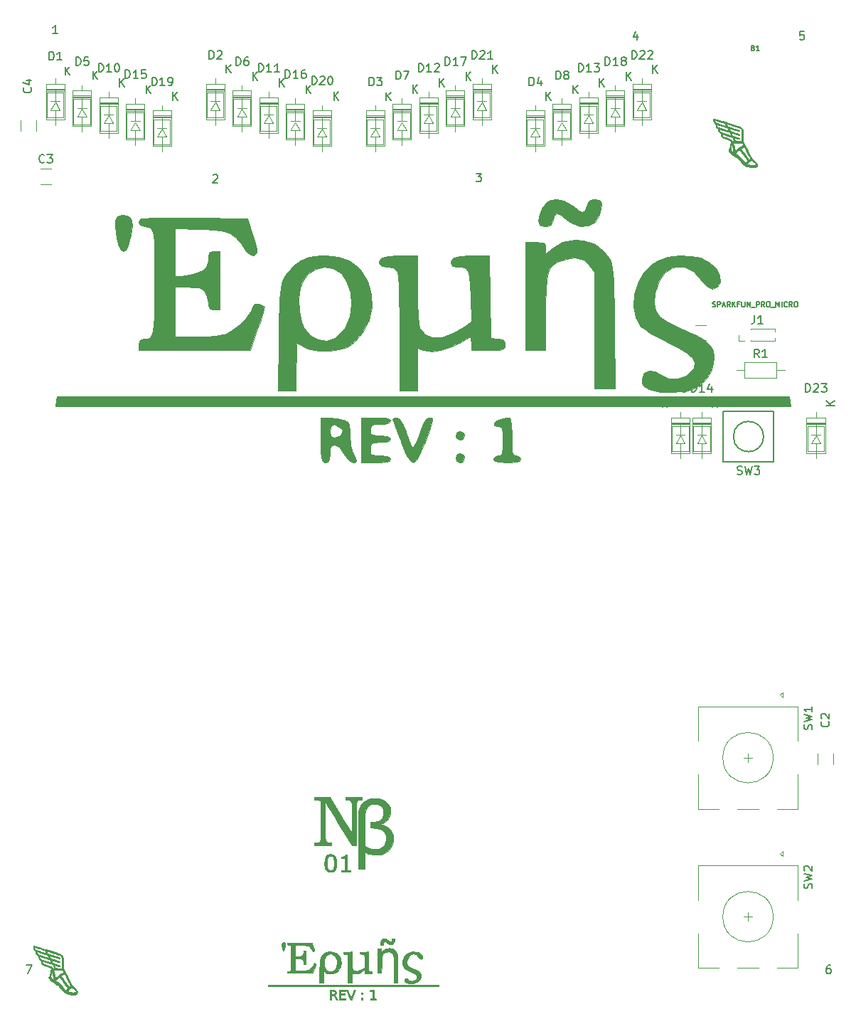
<source format=gto>
%TF.GenerationSoftware,KiCad,Pcbnew,(5.1.8)-1*%
%TF.CreationDate,2021-05-23T17:34:50+02:00*%
%TF.ProjectId,HERMES PCB,4845524d-4553-4205-9043-422e6b696361,rev?*%
%TF.SameCoordinates,Original*%
%TF.FileFunction,Legend,Top*%
%TF.FilePolarity,Positive*%
%FSLAX46Y46*%
G04 Gerber Fmt 4.6, Leading zero omitted, Abs format (unit mm)*
G04 Created by KiCad (PCBNEW (5.1.8)-1) date 2021-05-23 17:34:50*
%MOMM*%
%LPD*%
G01*
G04 APERTURE LIST*
%ADD10C,0.010000*%
%ADD11C,0.120000*%
%ADD12C,0.150000*%
%ADD13C,0.127000*%
G04 APERTURE END LIST*
D10*
%TO.C,G\u002A\u002A\u002A*%
G36*
X121164011Y-61557570D02*
G01*
X121373733Y-61863631D01*
X121393618Y-62168080D01*
X121183806Y-63322009D01*
X120619843Y-64149504D01*
X119799936Y-64609290D01*
X118822294Y-64660090D01*
X117785124Y-64260629D01*
X117290256Y-63892698D01*
X116542204Y-63307361D01*
X116056281Y-63138204D01*
X115758853Y-63385226D01*
X115605092Y-63892698D01*
X115399006Y-64471211D01*
X114981934Y-64678836D01*
X114675986Y-64694803D01*
X114121752Y-64618789D01*
X113925072Y-64283442D01*
X113908302Y-63959540D01*
X114049824Y-63230609D01*
X114393781Y-62432352D01*
X114439109Y-62355329D01*
X114880375Y-61771746D01*
X115396758Y-61528204D01*
X116033016Y-61486382D01*
X116905467Y-61604228D01*
X117687825Y-62028335D01*
X118072767Y-62343014D01*
X118666276Y-62841989D01*
X119009667Y-63017581D01*
X119247374Y-62907337D01*
X119418912Y-62692965D01*
X119714655Y-62148729D01*
X119789407Y-61836332D01*
X120028173Y-61574521D01*
X120591513Y-61486382D01*
X121164011Y-61557570D01*
G37*
X121164011Y-61557570D02*
X121373733Y-61863631D01*
X121393618Y-62168080D01*
X121183806Y-63322009D01*
X120619843Y-64149504D01*
X119799936Y-64609290D01*
X118822294Y-64660090D01*
X117785124Y-64260629D01*
X117290256Y-63892698D01*
X116542204Y-63307361D01*
X116056281Y-63138204D01*
X115758853Y-63385226D01*
X115605092Y-63892698D01*
X115399006Y-64471211D01*
X114981934Y-64678836D01*
X114675986Y-64694803D01*
X114121752Y-64618789D01*
X113925072Y-64283442D01*
X113908302Y-63959540D01*
X114049824Y-63230609D01*
X114393781Y-62432352D01*
X114439109Y-62355329D01*
X114880375Y-61771746D01*
X115396758Y-61528204D01*
X116033016Y-61486382D01*
X116905467Y-61604228D01*
X117687825Y-62028335D01*
X118072767Y-62343014D01*
X118666276Y-62841989D01*
X119009667Y-63017581D01*
X119247374Y-62907337D01*
X119418912Y-62692965D01*
X119714655Y-62148729D01*
X119789407Y-61836332D01*
X120028173Y-61574521D01*
X120591513Y-61486382D01*
X121164011Y-61557570D01*
G36*
X65111898Y-63479078D02*
G01*
X65466433Y-63883738D01*
X65536525Y-64633898D01*
X65342343Y-65791521D01*
X65301259Y-65964803D01*
X65021641Y-66943094D01*
X64751264Y-67472355D01*
X64447143Y-67635737D01*
X64437392Y-67635856D01*
X64140225Y-67494810D01*
X63900845Y-67010072D01*
X63674815Y-66089239D01*
X63661624Y-66022770D01*
X63475152Y-64785699D01*
X63509165Y-63975716D01*
X63784094Y-63524004D01*
X64320367Y-63361746D01*
X64452755Y-63357961D01*
X65111898Y-63479078D01*
G37*
X65111898Y-63479078D02*
X65466433Y-63883738D01*
X65536525Y-64633898D01*
X65342343Y-65791521D01*
X65301259Y-65964803D01*
X65021641Y-66943094D01*
X64751264Y-67472355D01*
X64447143Y-67635737D01*
X64437392Y-67635856D01*
X64140225Y-67494810D01*
X63900845Y-67010072D01*
X63674815Y-66089239D01*
X63661624Y-66022770D01*
X63475152Y-64785699D01*
X63509165Y-63975716D01*
X63784094Y-63524004D01*
X64320367Y-63361746D01*
X64452755Y-63357961D01*
X65111898Y-63479078D01*
G36*
X70190655Y-63661712D02*
G01*
X72046305Y-63679430D01*
X72774777Y-63687418D01*
X79233830Y-63759013D01*
X79864073Y-65627785D01*
X80155301Y-66583712D01*
X80336061Y-67363203D01*
X80371260Y-67811726D01*
X80364989Y-67833575D01*
X80035365Y-68158638D01*
X79562130Y-68088135D01*
X79097755Y-67671783D01*
X78922567Y-67363224D01*
X78473870Y-66677870D01*
X77807528Y-65987076D01*
X77629429Y-65842115D01*
X77177291Y-65528191D01*
X76716988Y-65315498D01*
X76125194Y-65178338D01*
X75278579Y-65091015D01*
X74053817Y-65027832D01*
X73643643Y-65011629D01*
X70593618Y-64894883D01*
X70593618Y-70576908D01*
X71328881Y-70575417D01*
X72363029Y-70467338D01*
X73334050Y-70188791D01*
X74065387Y-69802184D01*
X74333630Y-69513313D01*
X74548260Y-68842600D01*
X74604144Y-68321854D01*
X74708138Y-67804181D01*
X75122493Y-67640139D01*
X75272565Y-67635856D01*
X75940986Y-67635856D01*
X75940986Y-74587435D01*
X75272565Y-74587435D01*
X74781717Y-74491507D01*
X74613637Y-74096052D01*
X74604144Y-73844820D01*
X74450397Y-73050057D01*
X74187931Y-72507978D01*
X73860200Y-72163546D01*
X73388555Y-71982928D01*
X72610789Y-71918057D01*
X72182668Y-71913750D01*
X70593618Y-71913750D01*
X70593618Y-77795856D01*
X73066776Y-77794364D01*
X74294119Y-77764157D01*
X75433636Y-77684871D01*
X76297342Y-77571325D01*
X76512427Y-77522750D01*
X77302564Y-77127245D01*
X78195133Y-76425822D01*
X79026851Y-75575739D01*
X79634434Y-74734251D01*
X79809021Y-74347815D01*
X80075902Y-73924524D01*
X80567952Y-73939008D01*
X80574655Y-73941055D01*
X81073981Y-74117674D01*
X81256394Y-74209917D01*
X81216190Y-74483407D01*
X81026721Y-75148802D01*
X80721296Y-76095404D01*
X80461856Y-76850386D01*
X79565594Y-79400066D01*
X66315723Y-79400066D01*
X66315723Y-78731645D01*
X66430502Y-78218416D01*
X66862054Y-78064353D01*
X66930671Y-78063224D01*
X67318087Y-78040243D01*
X67616546Y-77930274D01*
X67837617Y-77671778D01*
X67992869Y-77203216D01*
X68093873Y-76463049D01*
X68152196Y-75389739D01*
X68179409Y-73921746D01*
X68187080Y-71997531D01*
X68187302Y-71379013D01*
X68182982Y-69318289D01*
X68162308Y-67730742D01*
X68113710Y-66554832D01*
X68025621Y-65729020D01*
X67886469Y-65191769D01*
X67684687Y-64881538D01*
X67408704Y-64736789D01*
X67046952Y-64695983D01*
X66930671Y-64694803D01*
X66435455Y-64546927D01*
X66315723Y-64155313D01*
X66332043Y-63986800D01*
X66422842Y-63858530D01*
X66650882Y-63765958D01*
X67078922Y-63704536D01*
X67769724Y-63669719D01*
X68786048Y-63656960D01*
X70190655Y-63661712D01*
G37*
X70190655Y-63661712D02*
X72046305Y-63679430D01*
X72774777Y-63687418D01*
X79233830Y-63759013D01*
X79864073Y-65627785D01*
X80155301Y-66583712D01*
X80336061Y-67363203D01*
X80371260Y-67811726D01*
X80364989Y-67833575D01*
X80035365Y-68158638D01*
X79562130Y-68088135D01*
X79097755Y-67671783D01*
X78922567Y-67363224D01*
X78473870Y-66677870D01*
X77807528Y-65987076D01*
X77629429Y-65842115D01*
X77177291Y-65528191D01*
X76716988Y-65315498D01*
X76125194Y-65178338D01*
X75278579Y-65091015D01*
X74053817Y-65027832D01*
X73643643Y-65011629D01*
X70593618Y-64894883D01*
X70593618Y-70576908D01*
X71328881Y-70575417D01*
X72363029Y-70467338D01*
X73334050Y-70188791D01*
X74065387Y-69802184D01*
X74333630Y-69513313D01*
X74548260Y-68842600D01*
X74604144Y-68321854D01*
X74708138Y-67804181D01*
X75122493Y-67640139D01*
X75272565Y-67635856D01*
X75940986Y-67635856D01*
X75940986Y-74587435D01*
X75272565Y-74587435D01*
X74781717Y-74491507D01*
X74613637Y-74096052D01*
X74604144Y-73844820D01*
X74450397Y-73050057D01*
X74187931Y-72507978D01*
X73860200Y-72163546D01*
X73388555Y-71982928D01*
X72610789Y-71918057D01*
X72182668Y-71913750D01*
X70593618Y-71913750D01*
X70593618Y-77795856D01*
X73066776Y-77794364D01*
X74294119Y-77764157D01*
X75433636Y-77684871D01*
X76297342Y-77571325D01*
X76512427Y-77522750D01*
X77302564Y-77127245D01*
X78195133Y-76425822D01*
X79026851Y-75575739D01*
X79634434Y-74734251D01*
X79809021Y-74347815D01*
X80075902Y-73924524D01*
X80567952Y-73939008D01*
X80574655Y-73941055D01*
X81073981Y-74117674D01*
X81256394Y-74209917D01*
X81216190Y-74483407D01*
X81026721Y-75148802D01*
X80721296Y-76095404D01*
X80461856Y-76850386D01*
X79565594Y-79400066D01*
X66315723Y-79400066D01*
X66315723Y-78731645D01*
X66430502Y-78218416D01*
X66862054Y-78064353D01*
X66930671Y-78063224D01*
X67318087Y-78040243D01*
X67616546Y-77930274D01*
X67837617Y-77671778D01*
X67992869Y-77203216D01*
X68093873Y-76463049D01*
X68152196Y-75389739D01*
X68179409Y-73921746D01*
X68187080Y-71997531D01*
X68187302Y-71379013D01*
X68182982Y-69318289D01*
X68162308Y-67730742D01*
X68113710Y-66554832D01*
X68025621Y-65729020D01*
X67886469Y-65191769D01*
X67684687Y-64881538D01*
X67408704Y-64736789D01*
X67046952Y-64695983D01*
X66930671Y-64694803D01*
X66435455Y-64546927D01*
X66315723Y-64155313D01*
X66332043Y-63986800D01*
X66422842Y-63858530D01*
X66650882Y-63765958D01*
X67078922Y-63704536D01*
X67769724Y-63669719D01*
X68786048Y-63656960D01*
X70190655Y-63661712D01*
G36*
X119315300Y-66380184D02*
G01*
X120675398Y-66803896D01*
X121771874Y-67684827D01*
X122329407Y-68465909D01*
X122489765Y-68772269D01*
X122616022Y-69127837D01*
X122713216Y-69599473D01*
X122786384Y-70254036D01*
X122840562Y-71158386D01*
X122880788Y-72379381D01*
X122912099Y-73983882D01*
X122939532Y-76038748D01*
X122946702Y-76659540D01*
X123029260Y-83945329D01*
X120591513Y-83945329D01*
X120591513Y-70083199D01*
X119899324Y-69260580D01*
X119284142Y-68682090D01*
X118594999Y-68458714D01*
X118148152Y-68437961D01*
X117226304Y-68544982D01*
X116381189Y-68806369D01*
X116304866Y-68843539D01*
X115755146Y-69185351D01*
X115346127Y-69615005D01*
X115057786Y-70211132D01*
X114870099Y-71052365D01*
X114763043Y-72217338D01*
X114716593Y-73784684D01*
X114709407Y-75108894D01*
X114709407Y-79400066D01*
X112303092Y-79400066D01*
X112303092Y-66566382D01*
X113506250Y-66566382D01*
X114247955Y-66593161D01*
X114599357Y-66728653D01*
X114704257Y-67055588D01*
X114709407Y-67258570D01*
X114709407Y-67950759D01*
X115519383Y-67269209D01*
X116753904Y-66575236D01*
X118269252Y-66318215D01*
X119315300Y-66380184D01*
G37*
X119315300Y-66380184D02*
X120675398Y-66803896D01*
X121771874Y-67684827D01*
X122329407Y-68465909D01*
X122489765Y-68772269D01*
X122616022Y-69127837D01*
X122713216Y-69599473D01*
X122786384Y-70254036D01*
X122840562Y-71158386D01*
X122880788Y-72379381D01*
X122912099Y-73983882D01*
X122939532Y-76038748D01*
X122946702Y-76659540D01*
X123029260Y-83945329D01*
X120591513Y-83945329D01*
X120591513Y-70083199D01*
X119899324Y-69260580D01*
X119284142Y-68682090D01*
X118594999Y-68458714D01*
X118148152Y-68437961D01*
X117226304Y-68544982D01*
X116381189Y-68806369D01*
X116304866Y-68843539D01*
X115755146Y-69185351D01*
X115346127Y-69615005D01*
X115057786Y-70211132D01*
X114870099Y-71052365D01*
X114763043Y-72217338D01*
X114716593Y-73784684D01*
X114709407Y-75108894D01*
X114709407Y-79400066D01*
X112303092Y-79400066D01*
X112303092Y-66566382D01*
X113506250Y-66566382D01*
X114247955Y-66593161D01*
X114599357Y-66728653D01*
X114704257Y-67055588D01*
X114709407Y-67258570D01*
X114709407Y-67950759D01*
X115519383Y-67269209D01*
X116753904Y-66575236D01*
X118269252Y-66318215D01*
X119315300Y-66380184D01*
G36*
X99469407Y-72168538D02*
G01*
X99490537Y-73833882D01*
X99550338Y-75218469D01*
X99643428Y-76239250D01*
X99764425Y-76813173D01*
X99771459Y-76829414D01*
X100367879Y-77570351D01*
X101262446Y-77909868D01*
X102400389Y-77848283D01*
X103726939Y-77385917D01*
X104775555Y-76800245D01*
X105932503Y-76057961D01*
X105840273Y-73038916D01*
X105780724Y-71606874D01*
X105679105Y-70625099D01*
X105496508Y-70009129D01*
X105194019Y-69674506D01*
X104732729Y-69536767D01*
X104215197Y-69511529D01*
X103651900Y-69400190D01*
X103480197Y-69024718D01*
X103479934Y-69001303D01*
X103572985Y-68614133D01*
X103909438Y-68364894D01*
X104575243Y-68227040D01*
X105656352Y-68174023D01*
X106169454Y-68170592D01*
X108013134Y-68170592D01*
X108086007Y-73050066D01*
X108158881Y-77929540D01*
X109027828Y-78013322D01*
X109638902Y-78143791D01*
X109872783Y-78458419D01*
X109896776Y-78748585D01*
X109869737Y-79080029D01*
X109713578Y-79274324D01*
X109315734Y-79368041D01*
X108563638Y-79397750D01*
X107891513Y-79400066D01*
X105886250Y-79400066D01*
X105886250Y-78597961D01*
X105845792Y-78034343D01*
X105748341Y-77795902D01*
X105746833Y-77795856D01*
X105458922Y-77930331D01*
X104895539Y-78269495D01*
X104610517Y-78453946D01*
X103522376Y-79011453D01*
X102304956Y-79387487D01*
X101144246Y-79541503D01*
X100226229Y-79432955D01*
X100186214Y-79418462D01*
X99469407Y-79145933D01*
X99469407Y-84212698D01*
X97330460Y-84212698D01*
X97330460Y-77377226D01*
X97319416Y-75158855D01*
X97287439Y-73276698D01*
X97236259Y-71776728D01*
X97167607Y-70704918D01*
X97083212Y-70107241D01*
X97053685Y-70024594D01*
X96583628Y-69616304D01*
X95850527Y-69507435D01*
X95204333Y-69442796D01*
X94948096Y-69199925D01*
X94924144Y-69001303D01*
X95016905Y-68614545D01*
X95352476Y-68365424D01*
X96016793Y-68227455D01*
X97095792Y-68174156D01*
X97619696Y-68170592D01*
X99469407Y-68170592D01*
X99469407Y-72168538D01*
G37*
X99469407Y-72168538D02*
X99490537Y-73833882D01*
X99550338Y-75218469D01*
X99643428Y-76239250D01*
X99764425Y-76813173D01*
X99771459Y-76829414D01*
X100367879Y-77570351D01*
X101262446Y-77909868D01*
X102400389Y-77848283D01*
X103726939Y-77385917D01*
X104775555Y-76800245D01*
X105932503Y-76057961D01*
X105840273Y-73038916D01*
X105780724Y-71606874D01*
X105679105Y-70625099D01*
X105496508Y-70009129D01*
X105194019Y-69674506D01*
X104732729Y-69536767D01*
X104215197Y-69511529D01*
X103651900Y-69400190D01*
X103480197Y-69024718D01*
X103479934Y-69001303D01*
X103572985Y-68614133D01*
X103909438Y-68364894D01*
X104575243Y-68227040D01*
X105656352Y-68174023D01*
X106169454Y-68170592D01*
X108013134Y-68170592D01*
X108086007Y-73050066D01*
X108158881Y-77929540D01*
X109027828Y-78013322D01*
X109638902Y-78143791D01*
X109872783Y-78458419D01*
X109896776Y-78748585D01*
X109869737Y-79080029D01*
X109713578Y-79274324D01*
X109315734Y-79368041D01*
X108563638Y-79397750D01*
X107891513Y-79400066D01*
X105886250Y-79400066D01*
X105886250Y-78597961D01*
X105845792Y-78034343D01*
X105748341Y-77795902D01*
X105746833Y-77795856D01*
X105458922Y-77930331D01*
X104895539Y-78269495D01*
X104610517Y-78453946D01*
X103522376Y-79011453D01*
X102304956Y-79387487D01*
X101144246Y-79541503D01*
X100226229Y-79432955D01*
X100186214Y-79418462D01*
X99469407Y-79145933D01*
X99469407Y-84212698D01*
X97330460Y-84212698D01*
X97330460Y-77377226D01*
X97319416Y-75158855D01*
X97287439Y-73276698D01*
X97236259Y-71776728D01*
X97167607Y-70704918D01*
X97083212Y-70107241D01*
X97053685Y-70024594D01*
X96583628Y-69616304D01*
X95850527Y-69507435D01*
X95204333Y-69442796D01*
X94948096Y-69199925D01*
X94924144Y-69001303D01*
X95016905Y-68614545D01*
X95352476Y-68365424D01*
X96016793Y-68227455D01*
X97095792Y-68174156D01*
X97619696Y-68170592D01*
X99469407Y-68170592D01*
X99469407Y-72168538D01*
G36*
X90105880Y-68301103D02*
G01*
X91342526Y-68730530D01*
X92384098Y-69515720D01*
X92699592Y-69851838D01*
X93547815Y-71190293D01*
X93981944Y-72713857D01*
X94021356Y-74312548D01*
X93685423Y-75876386D01*
X92993521Y-77295387D01*
X91965024Y-78459570D01*
X91078939Y-79051784D01*
X90181617Y-79341915D01*
X89026867Y-79484913D01*
X87810771Y-79480680D01*
X86729411Y-79329116D01*
X86014232Y-79054349D01*
X85484296Y-78734216D01*
X85176750Y-78598008D01*
X85174604Y-78597961D01*
X85115863Y-78846903D01*
X85068808Y-79520090D01*
X85039069Y-80507067D01*
X85031513Y-81405329D01*
X85031513Y-84212698D01*
X82849484Y-84212698D01*
X82937937Y-77996382D01*
X82972708Y-75872611D01*
X83019422Y-74209085D01*
X83072820Y-73284491D01*
X85362371Y-73284491D01*
X85419064Y-74715654D01*
X85690285Y-76043705D01*
X85948240Y-76689520D01*
X86669931Y-77605511D01*
X87618331Y-78146612D01*
X88661830Y-78277188D01*
X89668817Y-77961604D01*
X89947113Y-77772248D01*
X90842353Y-76750109D01*
X91407576Y-75440308D01*
X91634793Y-73982084D01*
X91516014Y-72514673D01*
X91043249Y-71177312D01*
X90377766Y-70267291D01*
X89435804Y-69649961D01*
X88397791Y-69489113D01*
X87370551Y-69746472D01*
X86460904Y-70383759D01*
X85775672Y-71362699D01*
X85541861Y-72000111D01*
X85362371Y-73284491D01*
X83072820Y-73284491D01*
X83093217Y-72931320D01*
X83209230Y-71964833D01*
X83382602Y-71235142D01*
X83628470Y-70667764D01*
X83961972Y-70188215D01*
X84398248Y-69722013D01*
X84673432Y-69457602D01*
X85598916Y-68753032D01*
X86643068Y-68345980D01*
X87971486Y-68181230D01*
X88533295Y-68170592D01*
X90105880Y-68301103D01*
G37*
X90105880Y-68301103D02*
X91342526Y-68730530D01*
X92384098Y-69515720D01*
X92699592Y-69851838D01*
X93547815Y-71190293D01*
X93981944Y-72713857D01*
X94021356Y-74312548D01*
X93685423Y-75876386D01*
X92993521Y-77295387D01*
X91965024Y-78459570D01*
X91078939Y-79051784D01*
X90181617Y-79341915D01*
X89026867Y-79484913D01*
X87810771Y-79480680D01*
X86729411Y-79329116D01*
X86014232Y-79054349D01*
X85484296Y-78734216D01*
X85176750Y-78598008D01*
X85174604Y-78597961D01*
X85115863Y-78846903D01*
X85068808Y-79520090D01*
X85039069Y-80507067D01*
X85031513Y-81405329D01*
X85031513Y-84212698D01*
X82849484Y-84212698D01*
X82937937Y-77996382D01*
X82972708Y-75872611D01*
X83019422Y-74209085D01*
X83072820Y-73284491D01*
X85362371Y-73284491D01*
X85419064Y-74715654D01*
X85690285Y-76043705D01*
X85948240Y-76689520D01*
X86669931Y-77605511D01*
X87618331Y-78146612D01*
X88661830Y-78277188D01*
X89668817Y-77961604D01*
X89947113Y-77772248D01*
X90842353Y-76750109D01*
X91407576Y-75440308D01*
X91634793Y-73982084D01*
X91516014Y-72514673D01*
X91043249Y-71177312D01*
X90377766Y-70267291D01*
X89435804Y-69649961D01*
X88397791Y-69489113D01*
X87370551Y-69746472D01*
X86460904Y-70383759D01*
X85775672Y-71362699D01*
X85541861Y-72000111D01*
X85362371Y-73284491D01*
X83072820Y-73284491D01*
X83093217Y-72931320D01*
X83209230Y-71964833D01*
X83382602Y-71235142D01*
X83628470Y-70667764D01*
X83961972Y-70188215D01*
X84398248Y-69722013D01*
X84673432Y-69457602D01*
X85598916Y-68753032D01*
X86643068Y-68345980D01*
X87971486Y-68181230D01*
X88533295Y-68170592D01*
X90105880Y-68301103D01*
G36*
X132103670Y-68199960D02*
G01*
X133273132Y-68430361D01*
X133340949Y-68454970D01*
X134303636Y-68983357D01*
X135030976Y-69694963D01*
X135465844Y-70482442D01*
X135551112Y-71238444D01*
X135229653Y-71855621D01*
X135175922Y-71903102D01*
X134569994Y-72106532D01*
X133899236Y-71825457D01*
X133233340Y-71092910D01*
X133130339Y-70933481D01*
X132305692Y-69985858D01*
X131323480Y-69487330D01*
X130269690Y-69473042D01*
X129870374Y-69601053D01*
X128939003Y-70213131D01*
X128257966Y-71198915D01*
X127780481Y-72626634D01*
X127772676Y-72660212D01*
X127628049Y-73779510D01*
X127811492Y-74675134D01*
X128377243Y-75430288D01*
X129379542Y-76128178D01*
X130353779Y-76619725D01*
X131296617Y-77043335D01*
X132054520Y-77361615D01*
X132496267Y-77520137D01*
X132544650Y-77528487D01*
X132866662Y-77685648D01*
X133431621Y-78084910D01*
X133765331Y-78350058D01*
X134384571Y-78922553D01*
X134676342Y-79449481D01*
X134759773Y-80179379D01*
X134762039Y-80429514D01*
X134541190Y-81805913D01*
X133869030Y-82914797D01*
X132731134Y-83775220D01*
X131964214Y-84125515D01*
X130979823Y-84352854D01*
X129731590Y-84436777D01*
X128450698Y-84379702D01*
X127368334Y-84184049D01*
X127057839Y-84074156D01*
X126462950Y-83747747D01*
X126246925Y-83345984D01*
X126255733Y-82814622D01*
X126509054Y-82113952D01*
X127046570Y-81828371D01*
X127795280Y-81975029D01*
X128370774Y-82317752D01*
X129402401Y-82790690D01*
X130494905Y-82821561D01*
X131501003Y-82440192D01*
X132273411Y-81676408D01*
X132372657Y-81507372D01*
X132500961Y-80943555D01*
X132247954Y-80375443D01*
X131577438Y-79767732D01*
X130453216Y-79085118D01*
X129293468Y-78504156D01*
X128151341Y-77924701D01*
X127128944Y-77336930D01*
X126367053Y-76825256D01*
X126083830Y-76579586D01*
X125435328Y-75512179D01*
X125175806Y-74227078D01*
X125274884Y-72838371D01*
X125702180Y-71460149D01*
X126427315Y-70206501D01*
X127419907Y-69191515D01*
X128176076Y-68722484D01*
X129315840Y-68358416D01*
X130704805Y-68180110D01*
X132103670Y-68199960D01*
G37*
X132103670Y-68199960D02*
X133273132Y-68430361D01*
X133340949Y-68454970D01*
X134303636Y-68983357D01*
X135030976Y-69694963D01*
X135465844Y-70482442D01*
X135551112Y-71238444D01*
X135229653Y-71855621D01*
X135175922Y-71903102D01*
X134569994Y-72106532D01*
X133899236Y-71825457D01*
X133233340Y-71092910D01*
X133130339Y-70933481D01*
X132305692Y-69985858D01*
X131323480Y-69487330D01*
X130269690Y-69473042D01*
X129870374Y-69601053D01*
X128939003Y-70213131D01*
X128257966Y-71198915D01*
X127780481Y-72626634D01*
X127772676Y-72660212D01*
X127628049Y-73779510D01*
X127811492Y-74675134D01*
X128377243Y-75430288D01*
X129379542Y-76128178D01*
X130353779Y-76619725D01*
X131296617Y-77043335D01*
X132054520Y-77361615D01*
X132496267Y-77520137D01*
X132544650Y-77528487D01*
X132866662Y-77685648D01*
X133431621Y-78084910D01*
X133765331Y-78350058D01*
X134384571Y-78922553D01*
X134676342Y-79449481D01*
X134759773Y-80179379D01*
X134762039Y-80429514D01*
X134541190Y-81805913D01*
X133869030Y-82914797D01*
X132731134Y-83775220D01*
X131964214Y-84125515D01*
X130979823Y-84352854D01*
X129731590Y-84436777D01*
X128450698Y-84379702D01*
X127368334Y-84184049D01*
X127057839Y-84074156D01*
X126462950Y-83747747D01*
X126246925Y-83345984D01*
X126255733Y-82814622D01*
X126509054Y-82113952D01*
X127046570Y-81828371D01*
X127795280Y-81975029D01*
X128370774Y-82317752D01*
X129402401Y-82790690D01*
X130494905Y-82821561D01*
X131501003Y-82440192D01*
X132273411Y-81676408D01*
X132372657Y-81507372D01*
X132500961Y-80943555D01*
X132247954Y-80375443D01*
X131577438Y-79767732D01*
X130453216Y-79085118D01*
X129293468Y-78504156D01*
X128151341Y-77924701D01*
X127128944Y-77336930D01*
X126367053Y-76825256D01*
X126083830Y-76579586D01*
X125435328Y-75512179D01*
X125175806Y-74227078D01*
X125274884Y-72838371D01*
X125702180Y-71460149D01*
X126427315Y-70206501D01*
X127419907Y-69191515D01*
X128176076Y-68722484D01*
X129315840Y-68358416D01*
X130704805Y-68180110D01*
X132103670Y-68199960D01*
G36*
X143889757Y-86084277D02*
G01*
X56385900Y-86084277D01*
X56556776Y-84881119D01*
X143718881Y-84881119D01*
X143889757Y-86084277D01*
G37*
X143889757Y-86084277D02*
X56385900Y-86084277D01*
X56556776Y-84881119D01*
X143718881Y-84881119D01*
X143889757Y-86084277D01*
G36*
X104996262Y-89214387D02*
G01*
X105084144Y-89560066D01*
X104895086Y-90006921D01*
X104549407Y-90094803D01*
X104102553Y-89905745D01*
X104014671Y-89560066D01*
X104203729Y-89113211D01*
X104549407Y-89025329D01*
X104996262Y-89214387D01*
G37*
X104996262Y-89214387D02*
X105084144Y-89560066D01*
X104895086Y-90006921D01*
X104549407Y-90094803D01*
X104102553Y-89905745D01*
X104014671Y-89560066D01*
X104203729Y-89113211D01*
X104549407Y-89025329D01*
X104996262Y-89214387D01*
G36*
X110570651Y-87667962D02*
G01*
X110651506Y-88326673D01*
X110694863Y-89274522D01*
X110698881Y-89693750D01*
X110708832Y-90798771D01*
X110755087Y-91473741D01*
X110862247Y-91823221D01*
X111054915Y-91951769D01*
X111233618Y-91966382D01*
X111669105Y-92133560D01*
X111768355Y-92367435D01*
X111645154Y-92600308D01*
X111208415Y-92725336D01*
X110357434Y-92767696D01*
X110164144Y-92768487D01*
X109232652Y-92737687D01*
X108732538Y-92628502D01*
X108563097Y-92415757D01*
X108559934Y-92367435D01*
X108782838Y-92040819D01*
X109094671Y-91966382D01*
X109384062Y-91912217D01*
X109545404Y-91670950D01*
X109615054Y-91124423D01*
X109629407Y-90228487D01*
X109612741Y-89287966D01*
X109538505Y-88763603D01*
X109370343Y-88537240D01*
X109094671Y-88490592D01*
X108641066Y-88366164D01*
X108590059Y-88081866D01*
X108897155Y-87771179D01*
X109395460Y-87588224D01*
X110051009Y-87470716D01*
X110462737Y-87421126D01*
X110464934Y-87421119D01*
X110570651Y-87667962D01*
G37*
X110570651Y-87667962D02*
X110651506Y-88326673D01*
X110694863Y-89274522D01*
X110698881Y-89693750D01*
X110708832Y-90798771D01*
X110755087Y-91473741D01*
X110862247Y-91823221D01*
X111054915Y-91951769D01*
X111233618Y-91966382D01*
X111669105Y-92133560D01*
X111768355Y-92367435D01*
X111645154Y-92600308D01*
X111208415Y-92725336D01*
X110357434Y-92767696D01*
X110164144Y-92768487D01*
X109232652Y-92737687D01*
X108732538Y-92628502D01*
X108563097Y-92415757D01*
X108559934Y-92367435D01*
X108782838Y-92040819D01*
X109094671Y-91966382D01*
X109384062Y-91912217D01*
X109545404Y-91670950D01*
X109615054Y-91124423D01*
X109629407Y-90228487D01*
X109612741Y-89287966D01*
X109538505Y-88763603D01*
X109370343Y-88537240D01*
X109094671Y-88490592D01*
X108641066Y-88366164D01*
X108590059Y-88081866D01*
X108897155Y-87771179D01*
X109395460Y-87588224D01*
X110051009Y-87470716D01*
X110462737Y-87421126D01*
X110464934Y-87421119D01*
X110570651Y-87667962D01*
G36*
X104996262Y-91888071D02*
G01*
X105084144Y-92233750D01*
X104895086Y-92680605D01*
X104549407Y-92768487D01*
X104102553Y-92579429D01*
X104014671Y-92233750D01*
X104203729Y-91786895D01*
X104549407Y-91699013D01*
X104996262Y-91888071D01*
G37*
X104996262Y-91888071D02*
X105084144Y-92233750D01*
X104895086Y-92680605D01*
X104549407Y-92768487D01*
X104102553Y-92579429D01*
X104014671Y-92233750D01*
X104203729Y-91786895D01*
X104549407Y-91699013D01*
X104996262Y-91888071D01*
G36*
X101129147Y-87436472D02*
G01*
X101269827Y-87539031D01*
X101271321Y-87813547D01*
X101119529Y-88344770D01*
X100800354Y-89217450D01*
X100385244Y-90295329D01*
X99834165Y-91632142D01*
X99382684Y-92456218D01*
X98983380Y-92767339D01*
X98588835Y-92565289D01*
X98151629Y-91849850D01*
X97624343Y-90620804D01*
X97491769Y-90282053D01*
X97084124Y-89212285D01*
X96761907Y-88333024D01*
X96566977Y-87760443D01*
X96528355Y-87608369D01*
X96750706Y-87451189D01*
X97013647Y-87421119D01*
X97351137Y-87582676D01*
X97694541Y-88116835D01*
X98090754Y-89097823D01*
X98113533Y-89162030D01*
X98446166Y-90048769D01*
X98732365Y-90713828D01*
X98911257Y-91016025D01*
X98913529Y-91017526D01*
X99082717Y-90842110D01*
X99359685Y-90273515D01*
X99689165Y-89427834D01*
X99742353Y-89276615D01*
X100146061Y-88231339D01*
X100487881Y-87638128D01*
X100811411Y-87424817D01*
X100863380Y-87421119D01*
X101129147Y-87436472D01*
G37*
X101129147Y-87436472D02*
X101269827Y-87539031D01*
X101271321Y-87813547D01*
X101119529Y-88344770D01*
X100800354Y-89217450D01*
X100385244Y-90295329D01*
X99834165Y-91632142D01*
X99382684Y-92456218D01*
X98983380Y-92767339D01*
X98588835Y-92565289D01*
X98151629Y-91849850D01*
X97624343Y-90620804D01*
X97491769Y-90282053D01*
X97084124Y-89212285D01*
X96761907Y-88333024D01*
X96566977Y-87760443D01*
X96528355Y-87608369D01*
X96750706Y-87451189D01*
X97013647Y-87421119D01*
X97351137Y-87582676D01*
X97694541Y-88116835D01*
X98090754Y-89097823D01*
X98113533Y-89162030D01*
X98446166Y-90048769D01*
X98732365Y-90713828D01*
X98911257Y-91016025D01*
X98913529Y-91017526D01*
X99082717Y-90842110D01*
X99359685Y-90273515D01*
X99689165Y-89427834D01*
X99742353Y-89276615D01*
X100146061Y-88231339D01*
X100487881Y-87638128D01*
X100811411Y-87424817D01*
X100863380Y-87421119D01*
X101129147Y-87436472D01*
G36*
X95497903Y-87447893D02*
G01*
X96039707Y-87543564D01*
X96248261Y-87731152D01*
X96260986Y-87822171D01*
X96103528Y-88086510D01*
X95568135Y-88206917D01*
X95057828Y-88223224D01*
X94315385Y-88250929D01*
X93963622Y-88387107D01*
X93859266Y-88711357D01*
X93854671Y-88891645D01*
X93904539Y-89304114D01*
X94149660Y-89499537D01*
X94733311Y-89557513D01*
X95057828Y-89560066D01*
X95850845Y-89612552D01*
X96212065Y-89791016D01*
X96260986Y-89961119D01*
X96103528Y-90225458D01*
X95568135Y-90345864D01*
X95057828Y-90362171D01*
X94317988Y-90385423D01*
X93967576Y-90519675D01*
X93861472Y-90861674D01*
X93854671Y-91164277D01*
X93889548Y-91657503D01*
X94090927Y-91891112D01*
X94603925Y-91961848D01*
X95057828Y-91966382D01*
X95850845Y-92018868D01*
X96212065Y-92197332D01*
X96260986Y-92367435D01*
X96144964Y-92592391D01*
X95730390Y-92717423D01*
X94917508Y-92765550D01*
X94523092Y-92768487D01*
X92785197Y-92768487D01*
X92785197Y-87421119D01*
X94523092Y-87421119D01*
X95497903Y-87447893D01*
G37*
X95497903Y-87447893D02*
X96039707Y-87543564D01*
X96248261Y-87731152D01*
X96260986Y-87822171D01*
X96103528Y-88086510D01*
X95568135Y-88206917D01*
X95057828Y-88223224D01*
X94315385Y-88250929D01*
X93963622Y-88387107D01*
X93859266Y-88711357D01*
X93854671Y-88891645D01*
X93904539Y-89304114D01*
X94149660Y-89499537D01*
X94733311Y-89557513D01*
X95057828Y-89560066D01*
X95850845Y-89612552D01*
X96212065Y-89791016D01*
X96260986Y-89961119D01*
X96103528Y-90225458D01*
X95568135Y-90345864D01*
X95057828Y-90362171D01*
X94317988Y-90385423D01*
X93967576Y-90519675D01*
X93861472Y-90861674D01*
X93854671Y-91164277D01*
X93889548Y-91657503D01*
X94090927Y-91891112D01*
X94603925Y-91961848D01*
X95057828Y-91966382D01*
X95850845Y-92018868D01*
X96212065Y-92197332D01*
X96260986Y-92367435D01*
X96144964Y-92592391D01*
X95730390Y-92717423D01*
X94917508Y-92765550D01*
X94523092Y-92768487D01*
X92785197Y-92768487D01*
X92785197Y-87421119D01*
X94523092Y-87421119D01*
X95497903Y-87447893D01*
G36*
X89917836Y-87503128D02*
G01*
X90701112Y-87703893D01*
X90780018Y-87737174D01*
X91191696Y-87980441D01*
X91385185Y-88330350D01*
X91424915Y-88958262D01*
X91408312Y-89408227D01*
X91502767Y-90766487D01*
X91796699Y-91618894D01*
X92138335Y-92303503D01*
X92210167Y-92643613D01*
X92008908Y-92758315D01*
X91764957Y-92768487D01*
X91316384Y-92536453D01*
X90811288Y-91920368D01*
X90678375Y-91699013D01*
X90136325Y-90948414D01*
X89623382Y-90634409D01*
X89559668Y-90629540D01*
X89219747Y-90725495D01*
X89069847Y-91104985D01*
X89042039Y-91699013D01*
X88997196Y-92398702D01*
X88815951Y-92707937D01*
X88507302Y-92768487D01*
X88263923Y-92731792D01*
X88108122Y-92557181D01*
X88020540Y-92147869D01*
X87981822Y-91407069D01*
X87972609Y-90237995D01*
X87972565Y-90094803D01*
X87972565Y-89025329D01*
X89042039Y-89025329D01*
X89131197Y-89619083D01*
X89449719Y-89822741D01*
X89544038Y-89827435D01*
X90124368Y-89633283D01*
X90402893Y-89397449D01*
X90606620Y-89017621D01*
X90382570Y-88696250D01*
X90250845Y-88595344D01*
X89590169Y-88249466D01*
X89188788Y-88370456D01*
X89042802Y-88959701D01*
X89042039Y-89025329D01*
X87972565Y-89025329D01*
X87972565Y-87421119D01*
X89029458Y-87421119D01*
X89917836Y-87503128D01*
G37*
X89917836Y-87503128D02*
X90701112Y-87703893D01*
X90780018Y-87737174D01*
X91191696Y-87980441D01*
X91385185Y-88330350D01*
X91424915Y-88958262D01*
X91408312Y-89408227D01*
X91502767Y-90766487D01*
X91796699Y-91618894D01*
X92138335Y-92303503D01*
X92210167Y-92643613D01*
X92008908Y-92758315D01*
X91764957Y-92768487D01*
X91316384Y-92536453D01*
X90811288Y-91920368D01*
X90678375Y-91699013D01*
X90136325Y-90948414D01*
X89623382Y-90634409D01*
X89559668Y-90629540D01*
X89219747Y-90725495D01*
X89069847Y-91104985D01*
X89042039Y-91699013D01*
X88997196Y-92398702D01*
X88815951Y-92707937D01*
X88507302Y-92768487D01*
X88263923Y-92731792D01*
X88108122Y-92557181D01*
X88020540Y-92147869D01*
X87981822Y-91407069D01*
X87972609Y-90237995D01*
X87972565Y-90094803D01*
X87972565Y-89025329D01*
X89042039Y-89025329D01*
X89131197Y-89619083D01*
X89449719Y-89822741D01*
X89544038Y-89827435D01*
X90124368Y-89633283D01*
X90402893Y-89397449D01*
X90606620Y-89017621D01*
X90382570Y-88696250D01*
X90250845Y-88595344D01*
X89590169Y-88249466D01*
X89188788Y-88370456D01*
X89042802Y-88959701D01*
X89042039Y-89025329D01*
X87972565Y-89025329D01*
X87972565Y-87421119D01*
X89029458Y-87421119D01*
X89917836Y-87503128D01*
G36*
X89284721Y-155516013D02*
G01*
X89456996Y-155523541D01*
X89587498Y-155546777D01*
X89682216Y-155588018D01*
X89747141Y-155649561D01*
X89777708Y-155705083D01*
X89805673Y-155824815D01*
X89792935Y-155940362D01*
X89741914Y-156038954D01*
X89707822Y-156073790D01*
X89631350Y-156138137D01*
X89694214Y-156205074D01*
X89733894Y-156257830D01*
X89785450Y-156340739D01*
X89839866Y-156438960D01*
X89859140Y-156476650D01*
X89961202Y-156681289D01*
X89874386Y-156681289D01*
X89831312Y-156678884D01*
X89799085Y-156665826D01*
X89769339Y-156633354D01*
X89733706Y-156572704D01*
X89690830Y-156489053D01*
X89626676Y-156368583D01*
X89571487Y-156286513D01*
X89516344Y-156234971D01*
X89452332Y-156206080D01*
X89370533Y-156191969D01*
X89352550Y-156190334D01*
X89216508Y-156179052D01*
X89216508Y-156681289D01*
X89042875Y-156681289D01*
X89042875Y-156066951D01*
X89216508Y-156066951D01*
X89381053Y-156056474D01*
X89477063Y-156047180D01*
X89537942Y-156031286D01*
X89578131Y-156004160D01*
X89591893Y-155988824D01*
X89633327Y-155901220D01*
X89627396Y-155800702D01*
X89610023Y-155753645D01*
X89585723Y-155711529D01*
X89551534Y-155683972D01*
X89495732Y-155665974D01*
X89406589Y-155652534D01*
X89361186Y-155647547D01*
X89216508Y-155632425D01*
X89216508Y-156066951D01*
X89042875Y-156066951D01*
X89042875Y-155515469D01*
X89284721Y-155516013D01*
G37*
X89284721Y-155516013D02*
X89456996Y-155523541D01*
X89587498Y-155546777D01*
X89682216Y-155588018D01*
X89747141Y-155649561D01*
X89777708Y-155705083D01*
X89805673Y-155824815D01*
X89792935Y-155940362D01*
X89741914Y-156038954D01*
X89707822Y-156073790D01*
X89631350Y-156138137D01*
X89694214Y-156205074D01*
X89733894Y-156257830D01*
X89785450Y-156340739D01*
X89839866Y-156438960D01*
X89859140Y-156476650D01*
X89961202Y-156681289D01*
X89874386Y-156681289D01*
X89831312Y-156678884D01*
X89799085Y-156665826D01*
X89769339Y-156633354D01*
X89733706Y-156572704D01*
X89690830Y-156489053D01*
X89626676Y-156368583D01*
X89571487Y-156286513D01*
X89516344Y-156234971D01*
X89452332Y-156206080D01*
X89370533Y-156191969D01*
X89352550Y-156190334D01*
X89216508Y-156179052D01*
X89216508Y-156681289D01*
X89042875Y-156681289D01*
X89042875Y-156066951D01*
X89216508Y-156066951D01*
X89381053Y-156056474D01*
X89477063Y-156047180D01*
X89537942Y-156031286D01*
X89578131Y-156004160D01*
X89591893Y-155988824D01*
X89633327Y-155901220D01*
X89627396Y-155800702D01*
X89610023Y-155753645D01*
X89585723Y-155711529D01*
X89551534Y-155683972D01*
X89495732Y-155665974D01*
X89406589Y-155652534D01*
X89361186Y-155647547D01*
X89216508Y-155632425D01*
X89216508Y-156066951D01*
X89042875Y-156066951D01*
X89042875Y-155515469D01*
X89284721Y-155516013D01*
G36*
X90898673Y-155583682D02*
G01*
X90890825Y-155651894D01*
X90332719Y-155665922D01*
X90332719Y-155986758D01*
X90878422Y-155986758D01*
X90878422Y-156135586D01*
X90332719Y-156135586D01*
X90332719Y-156557266D01*
X90903227Y-156557266D01*
X90903227Y-156681289D01*
X90159086Y-156681289D01*
X90159086Y-155515469D01*
X90906522Y-155515469D01*
X90898673Y-155583682D01*
G37*
X90898673Y-155583682D02*
X90890825Y-155651894D01*
X90332719Y-155665922D01*
X90332719Y-155986758D01*
X90878422Y-155986758D01*
X90878422Y-156135586D01*
X90332719Y-156135586D01*
X90332719Y-156557266D01*
X90903227Y-156557266D01*
X90903227Y-156681289D01*
X90159086Y-156681289D01*
X90159086Y-155515469D01*
X90906522Y-155515469D01*
X90898673Y-155583682D01*
G36*
X91373598Y-156000081D02*
G01*
X91427799Y-156144031D01*
X91476192Y-156270296D01*
X91516140Y-156372183D01*
X91545006Y-156442997D01*
X91560154Y-156476043D01*
X91561654Y-156477571D01*
X91572083Y-156453257D01*
X91597137Y-156389457D01*
X91634129Y-156293172D01*
X91680374Y-156171409D01*
X91733185Y-156031170D01*
X91747505Y-155992959D01*
X91926279Y-155515469D01*
X92010065Y-155515469D01*
X92066153Y-155517080D01*
X92093043Y-155521023D01*
X92093457Y-155521670D01*
X92084836Y-155545539D01*
X92060804Y-155609373D01*
X92023773Y-155706837D01*
X91976155Y-155831598D01*
X91920360Y-155977322D01*
X91873901Y-156098379D01*
X91654739Y-156668887D01*
X91566541Y-156676448D01*
X91504892Y-156676351D01*
X91468118Y-156666285D01*
X91465865Y-156663818D01*
X91453757Y-156635699D01*
X91426739Y-156568093D01*
X91387503Y-156467897D01*
X91338741Y-156342006D01*
X91283146Y-156197316D01*
X91254725Y-156122956D01*
X91196338Y-155969985D01*
X91143197Y-155830866D01*
X91098092Y-155712893D01*
X91063813Y-155623360D01*
X91043148Y-155569562D01*
X91039004Y-155558877D01*
X91035423Y-155529481D01*
X91063279Y-155517307D01*
X91107281Y-155515469D01*
X91192620Y-155515469D01*
X91373598Y-156000081D01*
G37*
X91373598Y-156000081D02*
X91427799Y-156144031D01*
X91476192Y-156270296D01*
X91516140Y-156372183D01*
X91545006Y-156442997D01*
X91560154Y-156476043D01*
X91561654Y-156477571D01*
X91572083Y-156453257D01*
X91597137Y-156389457D01*
X91634129Y-156293172D01*
X91680374Y-156171409D01*
X91733185Y-156031170D01*
X91747505Y-155992959D01*
X91926279Y-155515469D01*
X92010065Y-155515469D01*
X92066153Y-155517080D01*
X92093043Y-155521023D01*
X92093457Y-155521670D01*
X92084836Y-155545539D01*
X92060804Y-155609373D01*
X92023773Y-155706837D01*
X91976155Y-155831598D01*
X91920360Y-155977322D01*
X91873901Y-156098379D01*
X91654739Y-156668887D01*
X91566541Y-156676448D01*
X91504892Y-156676351D01*
X91468118Y-156666285D01*
X91465865Y-156663818D01*
X91453757Y-156635699D01*
X91426739Y-156568093D01*
X91387503Y-156467897D01*
X91338741Y-156342006D01*
X91283146Y-156197316D01*
X91254725Y-156122956D01*
X91196338Y-155969985D01*
X91143197Y-155830866D01*
X91098092Y-155712893D01*
X91063813Y-155623360D01*
X91043148Y-155569562D01*
X91039004Y-155558877D01*
X91035423Y-155529481D01*
X91063279Y-155517307D01*
X91107281Y-155515469D01*
X91192620Y-155515469D01*
X91373598Y-156000081D01*
G36*
X92930785Y-156485855D02*
G01*
X92955488Y-156504402D01*
X92961822Y-156552793D01*
X92962016Y-156582070D01*
X92959388Y-156645596D01*
X92943160Y-156673828D01*
X92900817Y-156681067D01*
X92875200Y-156681289D01*
X92819614Y-156678285D01*
X92794912Y-156659739D01*
X92788577Y-156611347D01*
X92788383Y-156582070D01*
X92791011Y-156518544D01*
X92807240Y-156490313D01*
X92849582Y-156483073D01*
X92875200Y-156482851D01*
X92930785Y-156485855D01*
G37*
X92930785Y-156485855D02*
X92955488Y-156504402D01*
X92961822Y-156552793D01*
X92962016Y-156582070D01*
X92959388Y-156645596D01*
X92943160Y-156673828D01*
X92900817Y-156681067D01*
X92875200Y-156681289D01*
X92819614Y-156678285D01*
X92794912Y-156659739D01*
X92788577Y-156611347D01*
X92788383Y-156582070D01*
X92791011Y-156518544D01*
X92807240Y-156490313D01*
X92849582Y-156483073D01*
X92875200Y-156482851D01*
X92930785Y-156485855D01*
G36*
X94276664Y-156557266D02*
G01*
X94400688Y-156557266D01*
X94474295Y-156559276D01*
X94511015Y-156569537D01*
X94523536Y-156594390D01*
X94524711Y-156619277D01*
X94524711Y-156681289D01*
X93854985Y-156681289D01*
X93854985Y-156619277D01*
X93859006Y-156582474D01*
X93879527Y-156564114D01*
X93929235Y-156557853D01*
X93979008Y-156557266D01*
X94103032Y-156557266D01*
X94103032Y-156109110D01*
X94102717Y-155949868D01*
X94101345Y-155833781D01*
X94098273Y-155754396D01*
X94092856Y-155705259D01*
X94084451Y-155679918D01*
X94072416Y-155671919D01*
X94059623Y-155673705D01*
X94006586Y-155686487D01*
X93933649Y-155701059D01*
X93923198Y-155702942D01*
X93862714Y-155711175D01*
X93836527Y-155700780D01*
X93830299Y-155662931D01*
X93830180Y-155645677D01*
X93833600Y-155603429D01*
X93851673Y-155577754D01*
X93896117Y-155560149D01*
X93970743Y-155543698D01*
X94065311Y-155527664D01*
X94153939Y-155517436D01*
X94193985Y-155515469D01*
X94276664Y-155515469D01*
X94276664Y-156557266D01*
G37*
X94276664Y-156557266D02*
X94400688Y-156557266D01*
X94474295Y-156559276D01*
X94511015Y-156569537D01*
X94523536Y-156594390D01*
X94524711Y-156619277D01*
X94524711Y-156681289D01*
X93854985Y-156681289D01*
X93854985Y-156619277D01*
X93859006Y-156582474D01*
X93879527Y-156564114D01*
X93929235Y-156557853D01*
X93979008Y-156557266D01*
X94103032Y-156557266D01*
X94103032Y-156109110D01*
X94102717Y-155949868D01*
X94101345Y-155833781D01*
X94098273Y-155754396D01*
X94092856Y-155705259D01*
X94084451Y-155679918D01*
X94072416Y-155671919D01*
X94059623Y-155673705D01*
X94006586Y-155686487D01*
X93933649Y-155701059D01*
X93923198Y-155702942D01*
X93862714Y-155711175D01*
X93836527Y-155700780D01*
X93830299Y-155662931D01*
X93830180Y-155645677D01*
X93833600Y-155603429D01*
X93851673Y-155577754D01*
X93896117Y-155560149D01*
X93970743Y-155543698D01*
X94065311Y-155527664D01*
X94153939Y-155517436D01*
X94193985Y-155515469D01*
X94276664Y-155515469D01*
X94276664Y-156557266D01*
G36*
X92930785Y-155865738D02*
G01*
X92955488Y-155884284D01*
X92961822Y-155932676D01*
X92962016Y-155961953D01*
X92959388Y-156025479D01*
X92943160Y-156053711D01*
X92900817Y-156060950D01*
X92875200Y-156061172D01*
X92819614Y-156058168D01*
X92794912Y-156039622D01*
X92788577Y-155991230D01*
X92788383Y-155961953D01*
X92791011Y-155898427D01*
X92807240Y-155870195D01*
X92849582Y-155862956D01*
X92875200Y-155862734D01*
X92930785Y-155865738D01*
G37*
X92930785Y-155865738D02*
X92955488Y-155884284D01*
X92961822Y-155932676D01*
X92962016Y-155961953D01*
X92959388Y-156025479D01*
X92943160Y-156053711D01*
X92900817Y-156060950D01*
X92875200Y-156061172D01*
X92819614Y-156058168D01*
X92794912Y-156039622D01*
X92788577Y-155991230D01*
X92788383Y-155961953D01*
X92791011Y-155898427D01*
X92807240Y-155870195D01*
X92849582Y-155862956D01*
X92875200Y-155862734D01*
X92930785Y-155865738D01*
G36*
X102015727Y-155118594D02*
G01*
X81651079Y-155118594D01*
X81651079Y-154895351D01*
X102015727Y-154895351D01*
X102015727Y-155118594D01*
G37*
X102015727Y-155118594D02*
X81651079Y-155118594D01*
X81651079Y-154895351D01*
X102015727Y-154895351D01*
X102015727Y-155118594D01*
G36*
X99313768Y-150997028D02*
G01*
X99533780Y-151053796D01*
X99731866Y-151144943D01*
X99845317Y-151222887D01*
X99960194Y-151334417D01*
X100038459Y-151451971D01*
X100077960Y-151569049D01*
X100076544Y-151679152D01*
X100032056Y-151775781D01*
X100029552Y-151779018D01*
X99981735Y-151824086D01*
X99920277Y-151842350D01*
X99873840Y-151844375D01*
X99789153Y-151835887D01*
X99720771Y-151805387D01*
X99658992Y-151745322D01*
X99594116Y-151648137D01*
X99571797Y-151609182D01*
X99461797Y-151446547D01*
X99337960Y-151330265D01*
X99196559Y-151258120D01*
X99033865Y-151227897D01*
X98931246Y-151228509D01*
X98767596Y-151258278D01*
X98626899Y-151327469D01*
X98503179Y-151439746D01*
X98430337Y-151535628D01*
X98337190Y-151694840D01*
X98276190Y-151853689D01*
X98242933Y-152027648D01*
X98233012Y-152228848D01*
X98234265Y-152346757D01*
X98239753Y-152429137D01*
X98252070Y-152490038D01*
X98273812Y-152543513D01*
X98299778Y-152590463D01*
X98358263Y-152669723D01*
X98440964Y-152746247D01*
X98552658Y-152822934D01*
X98698119Y-152902683D01*
X98882123Y-152988392D01*
X99109445Y-153082961D01*
X99114113Y-153084822D01*
X99341541Y-153181120D01*
X99524155Y-153272407D01*
X99665965Y-153362473D01*
X99770981Y-153455107D01*
X99843211Y-153554099D01*
X99886664Y-153663238D01*
X99905350Y-153786313D01*
X99906784Y-153834021D01*
X99883596Y-154021015D01*
X99815175Y-154196816D01*
X99705443Y-154356950D01*
X99558319Y-154496944D01*
X99377722Y-154612323D01*
X99167574Y-154698614D01*
X99142572Y-154706211D01*
X99016050Y-154733084D01*
X98860107Y-154751129D01*
X98694327Y-154759239D01*
X98538295Y-154756307D01*
X98438314Y-154746018D01*
X98272858Y-154707543D01*
X98132723Y-154650255D01*
X98023808Y-154578163D01*
X97952014Y-154495278D01*
X97923239Y-154405609D01*
X97922954Y-154395724D01*
X97938563Y-154298835D01*
X97989255Y-154232834D01*
X98046178Y-154201151D01*
X98145125Y-154181084D01*
X98245638Y-154204742D01*
X98352942Y-154273767D01*
X98395087Y-154310831D01*
X98496978Y-154390763D01*
X98597204Y-154442375D01*
X98618995Y-154449274D01*
X98757551Y-154466799D01*
X98906388Y-154452589D01*
X99053807Y-154411089D01*
X99188107Y-154346746D01*
X99297591Y-154264006D01*
X99370558Y-154167314D01*
X99372738Y-154162827D01*
X99407180Y-154046951D01*
X99412058Y-153921146D01*
X99387157Y-153807413D01*
X99376469Y-153783862D01*
X99343569Y-153732500D01*
X99296883Y-153684989D01*
X99229405Y-153636761D01*
X99134127Y-153583249D01*
X99004042Y-153519884D01*
X98895610Y-153470400D01*
X98652505Y-153359729D01*
X98450804Y-153263757D01*
X98285696Y-153179146D01*
X98152370Y-153102557D01*
X98046018Y-153030650D01*
X97961828Y-152960087D01*
X97894989Y-152887529D01*
X97840693Y-152809637D01*
X97794129Y-152723072D01*
X97782128Y-152697496D01*
X97722044Y-152509078D01*
X97703046Y-152305403D01*
X97722182Y-152094059D01*
X97776504Y-151882637D01*
X97863062Y-151678727D01*
X97978905Y-151489919D01*
X98121086Y-151323803D01*
X98286653Y-151187970D01*
X98392967Y-151125683D01*
X98611430Y-151038965D01*
X98843668Y-150989015D01*
X99080756Y-150975235D01*
X99313768Y-150997028D01*
G37*
X99313768Y-150997028D02*
X99533780Y-151053796D01*
X99731866Y-151144943D01*
X99845317Y-151222887D01*
X99960194Y-151334417D01*
X100038459Y-151451971D01*
X100077960Y-151569049D01*
X100076544Y-151679152D01*
X100032056Y-151775781D01*
X100029552Y-151779018D01*
X99981735Y-151824086D01*
X99920277Y-151842350D01*
X99873840Y-151844375D01*
X99789153Y-151835887D01*
X99720771Y-151805387D01*
X99658992Y-151745322D01*
X99594116Y-151648137D01*
X99571797Y-151609182D01*
X99461797Y-151446547D01*
X99337960Y-151330265D01*
X99196559Y-151258120D01*
X99033865Y-151227897D01*
X98931246Y-151228509D01*
X98767596Y-151258278D01*
X98626899Y-151327469D01*
X98503179Y-151439746D01*
X98430337Y-151535628D01*
X98337190Y-151694840D01*
X98276190Y-151853689D01*
X98242933Y-152027648D01*
X98233012Y-152228848D01*
X98234265Y-152346757D01*
X98239753Y-152429137D01*
X98252070Y-152490038D01*
X98273812Y-152543513D01*
X98299778Y-152590463D01*
X98358263Y-152669723D01*
X98440964Y-152746247D01*
X98552658Y-152822934D01*
X98698119Y-152902683D01*
X98882123Y-152988392D01*
X99109445Y-153082961D01*
X99114113Y-153084822D01*
X99341541Y-153181120D01*
X99524155Y-153272407D01*
X99665965Y-153362473D01*
X99770981Y-153455107D01*
X99843211Y-153554099D01*
X99886664Y-153663238D01*
X99905350Y-153786313D01*
X99906784Y-153834021D01*
X99883596Y-154021015D01*
X99815175Y-154196816D01*
X99705443Y-154356950D01*
X99558319Y-154496944D01*
X99377722Y-154612323D01*
X99167574Y-154698614D01*
X99142572Y-154706211D01*
X99016050Y-154733084D01*
X98860107Y-154751129D01*
X98694327Y-154759239D01*
X98538295Y-154756307D01*
X98438314Y-154746018D01*
X98272858Y-154707543D01*
X98132723Y-154650255D01*
X98023808Y-154578163D01*
X97952014Y-154495278D01*
X97923239Y-154405609D01*
X97922954Y-154395724D01*
X97938563Y-154298835D01*
X97989255Y-154232834D01*
X98046178Y-154201151D01*
X98145125Y-154181084D01*
X98245638Y-154204742D01*
X98352942Y-154273767D01*
X98395087Y-154310831D01*
X98496978Y-154390763D01*
X98597204Y-154442375D01*
X98618995Y-154449274D01*
X98757551Y-154466799D01*
X98906388Y-154452589D01*
X99053807Y-154411089D01*
X99188107Y-154346746D01*
X99297591Y-154264006D01*
X99370558Y-154167314D01*
X99372738Y-154162827D01*
X99407180Y-154046951D01*
X99412058Y-153921146D01*
X99387157Y-153807413D01*
X99376469Y-153783862D01*
X99343569Y-153732500D01*
X99296883Y-153684989D01*
X99229405Y-153636761D01*
X99134127Y-153583249D01*
X99004042Y-153519884D01*
X98895610Y-153470400D01*
X98652505Y-153359729D01*
X98450804Y-153263757D01*
X98285696Y-153179146D01*
X98152370Y-153102557D01*
X98046018Y-153030650D01*
X97961828Y-152960087D01*
X97894989Y-152887529D01*
X97840693Y-152809637D01*
X97794129Y-152723072D01*
X97782128Y-152697496D01*
X97722044Y-152509078D01*
X97703046Y-152305403D01*
X97722182Y-152094059D01*
X97776504Y-151882637D01*
X97863062Y-151678727D01*
X97978905Y-151489919D01*
X98121086Y-151323803D01*
X98286653Y-151187970D01*
X98392967Y-151125683D01*
X98611430Y-151038965D01*
X98843668Y-150989015D01*
X99080756Y-150975235D01*
X99313768Y-150997028D01*
G36*
X89412129Y-150998709D02*
G01*
X89487211Y-151014442D01*
X89706639Y-151090576D01*
X89901012Y-151208118D01*
X90067550Y-151364151D01*
X90203477Y-151555757D01*
X90306015Y-151780020D01*
X90347657Y-151918149D01*
X90371452Y-152060720D01*
X90380893Y-152229346D01*
X90376702Y-152407705D01*
X90359600Y-152579469D01*
X90330307Y-152728314D01*
X90308916Y-152795391D01*
X90196443Y-153025093D01*
X90051009Y-153217995D01*
X89874046Y-153373050D01*
X89666984Y-153489212D01*
X89431255Y-153565432D01*
X89211948Y-153597840D01*
X88968243Y-153597078D01*
X88747518Y-153556024D01*
X88552931Y-153475602D01*
X88387640Y-153356737D01*
X88387395Y-153356512D01*
X88273930Y-153251924D01*
X88273930Y-154696914D01*
X87827446Y-154696914D01*
X87827506Y-153648916D01*
X87828374Y-153281398D01*
X87831381Y-152959627D01*
X87837198Y-152679761D01*
X87846498Y-152437959D01*
X87856129Y-152289338D01*
X88350609Y-152289338D01*
X88361958Y-152507339D01*
X88397633Y-152716769D01*
X88457409Y-152907527D01*
X88541056Y-153069510D01*
X88589009Y-153133361D01*
X88714728Y-153243565D01*
X88868279Y-153318842D01*
X89039956Y-153356697D01*
X89220051Y-153354637D01*
X89346381Y-153327973D01*
X89481934Y-153262433D01*
X89601112Y-153155809D01*
X89701980Y-153014480D01*
X89782605Y-152844823D01*
X89841050Y-152653215D01*
X89875382Y-152446035D01*
X89883665Y-152229660D01*
X89863965Y-152010469D01*
X89814347Y-151794838D01*
X89812894Y-151790151D01*
X89734339Y-151607392D01*
X89627176Y-151459232D01*
X89497463Y-151346904D01*
X89351255Y-151271641D01*
X89194610Y-151234674D01*
X89033583Y-151237239D01*
X88874233Y-151280566D01*
X88722614Y-151365890D01*
X88584785Y-151494442D01*
X88553029Y-151533692D01*
X88464797Y-151684944D01*
X88401802Y-151868038D01*
X88363815Y-152072870D01*
X88350609Y-152289338D01*
X87856129Y-152289338D01*
X87859951Y-152230380D01*
X87878230Y-152053182D01*
X87902006Y-151902525D01*
X87931951Y-151774566D01*
X87968736Y-151665466D01*
X88013033Y-151571382D01*
X88065514Y-151488473D01*
X88126851Y-151412899D01*
X88197714Y-151340818D01*
X88237445Y-151304426D01*
X88435640Y-151160260D01*
X88658652Y-151056110D01*
X88900035Y-150993471D01*
X89153342Y-150973839D01*
X89412129Y-150998709D01*
G37*
X89412129Y-150998709D02*
X89487211Y-151014442D01*
X89706639Y-151090576D01*
X89901012Y-151208118D01*
X90067550Y-151364151D01*
X90203477Y-151555757D01*
X90306015Y-151780020D01*
X90347657Y-151918149D01*
X90371452Y-152060720D01*
X90380893Y-152229346D01*
X90376702Y-152407705D01*
X90359600Y-152579469D01*
X90330307Y-152728314D01*
X90308916Y-152795391D01*
X90196443Y-153025093D01*
X90051009Y-153217995D01*
X89874046Y-153373050D01*
X89666984Y-153489212D01*
X89431255Y-153565432D01*
X89211948Y-153597840D01*
X88968243Y-153597078D01*
X88747518Y-153556024D01*
X88552931Y-153475602D01*
X88387640Y-153356737D01*
X88387395Y-153356512D01*
X88273930Y-153251924D01*
X88273930Y-154696914D01*
X87827446Y-154696914D01*
X87827506Y-153648916D01*
X87828374Y-153281398D01*
X87831381Y-152959627D01*
X87837198Y-152679761D01*
X87846498Y-152437959D01*
X87856129Y-152289338D01*
X88350609Y-152289338D01*
X88361958Y-152507339D01*
X88397633Y-152716769D01*
X88457409Y-152907527D01*
X88541056Y-153069510D01*
X88589009Y-153133361D01*
X88714728Y-153243565D01*
X88868279Y-153318842D01*
X89039956Y-153356697D01*
X89220051Y-153354637D01*
X89346381Y-153327973D01*
X89481934Y-153262433D01*
X89601112Y-153155809D01*
X89701980Y-153014480D01*
X89782605Y-152844823D01*
X89841050Y-152653215D01*
X89875382Y-152446035D01*
X89883665Y-152229660D01*
X89863965Y-152010469D01*
X89814347Y-151794838D01*
X89812894Y-151790151D01*
X89734339Y-151607392D01*
X89627176Y-151459232D01*
X89497463Y-151346904D01*
X89351255Y-151271641D01*
X89194610Y-151234674D01*
X89033583Y-151237239D01*
X88874233Y-151280566D01*
X88722614Y-151365890D01*
X88584785Y-151494442D01*
X88553029Y-151533692D01*
X88464797Y-151684944D01*
X88401802Y-151868038D01*
X88363815Y-152072870D01*
X88350609Y-152289338D01*
X87856129Y-152289338D01*
X87859951Y-152230380D01*
X87878230Y-152053182D01*
X87902006Y-151902525D01*
X87931951Y-151774566D01*
X87968736Y-151665466D01*
X88013033Y-151571382D01*
X88065514Y-151488473D01*
X88126851Y-151412899D01*
X88197714Y-151340818D01*
X88237445Y-151304426D01*
X88435640Y-151160260D01*
X88658652Y-151056110D01*
X88900035Y-150993471D01*
X89153342Y-150973839D01*
X89412129Y-150998709D01*
G36*
X91647506Y-151908742D02*
G01*
X91648337Y-152179978D01*
X91650701Y-152413315D01*
X91654535Y-152606443D01*
X91659779Y-152757050D01*
X91666369Y-152862822D01*
X91674244Y-152921448D01*
X91674746Y-152923379D01*
X91734985Y-153063224D01*
X91827402Y-153168916D01*
X91948120Y-153240376D01*
X92093260Y-153277522D01*
X92258946Y-153280277D01*
X92441298Y-153248561D01*
X92636441Y-153182295D01*
X92840495Y-153081399D01*
X93041908Y-152951354D01*
X93183812Y-152848965D01*
X93181600Y-152179238D01*
X93180442Y-151998130D01*
X93178309Y-151830204D01*
X93175379Y-151682796D01*
X93171827Y-151563245D01*
X93167831Y-151478886D01*
X93163720Y-151437719D01*
X93130694Y-151362276D01*
X93066084Y-151308776D01*
X92964360Y-151274212D01*
X92829957Y-151256302D01*
X92639555Y-151241902D01*
X92639555Y-151025820D01*
X92796864Y-151025820D01*
X92882914Y-151024580D01*
X93003008Y-151021197D01*
X93141653Y-151016178D01*
X93283354Y-151010030D01*
X93292207Y-151009608D01*
X93630242Y-150993396D01*
X93637193Y-152103222D01*
X93644145Y-153213048D01*
X93702703Y-153260450D01*
X93770415Y-153294787D01*
X93842230Y-153307851D01*
X93928467Y-153313038D01*
X94000712Y-153323354D01*
X94051219Y-153338449D01*
X94073167Y-153367524D01*
X94078205Y-153427470D01*
X94078227Y-153435754D01*
X94070849Y-153502626D01*
X94051910Y-153539959D01*
X94047221Y-153542412D01*
X94012934Y-153546666D01*
X93938164Y-153552131D01*
X93832007Y-153558263D01*
X93703559Y-153564519D01*
X93613139Y-153568365D01*
X93210063Y-153584557D01*
X93210063Y-153108298D01*
X93017827Y-153242307D01*
X92813226Y-153375587D01*
X92629523Y-153473495D01*
X92456967Y-153539668D01*
X92285805Y-153577743D01*
X92106286Y-153591357D01*
X92081450Y-153591520D01*
X91958228Y-153588639D01*
X91868867Y-153578521D01*
X91797843Y-153558670D01*
X91752787Y-153538681D01*
X91647368Y-153485986D01*
X91647368Y-154696914D01*
X91200883Y-154696914D01*
X91198411Y-153090810D01*
X91197729Y-152811534D01*
X91196594Y-152545847D01*
X91195054Y-152298083D01*
X91193161Y-152072576D01*
X91190964Y-151873660D01*
X91188513Y-151705670D01*
X91185858Y-151572940D01*
X91183049Y-151479804D01*
X91180135Y-151430596D01*
X91179217Y-151424931D01*
X91140753Y-151353047D01*
X91068588Y-151302231D01*
X90957681Y-151269936D01*
X90845582Y-151256302D01*
X90655180Y-151241902D01*
X90655180Y-151025820D01*
X90812489Y-151025820D01*
X90898465Y-151024580D01*
X91018521Y-151021197D01*
X91157194Y-151016177D01*
X91299026Y-151010028D01*
X91308582Y-151009572D01*
X91647368Y-150993324D01*
X91647506Y-151908742D01*
G37*
X91647506Y-151908742D02*
X91648337Y-152179978D01*
X91650701Y-152413315D01*
X91654535Y-152606443D01*
X91659779Y-152757050D01*
X91666369Y-152862822D01*
X91674244Y-152921448D01*
X91674746Y-152923379D01*
X91734985Y-153063224D01*
X91827402Y-153168916D01*
X91948120Y-153240376D01*
X92093260Y-153277522D01*
X92258946Y-153280277D01*
X92441298Y-153248561D01*
X92636441Y-153182295D01*
X92840495Y-153081399D01*
X93041908Y-152951354D01*
X93183812Y-152848965D01*
X93181600Y-152179238D01*
X93180442Y-151998130D01*
X93178309Y-151830204D01*
X93175379Y-151682796D01*
X93171827Y-151563245D01*
X93167831Y-151478886D01*
X93163720Y-151437719D01*
X93130694Y-151362276D01*
X93066084Y-151308776D01*
X92964360Y-151274212D01*
X92829957Y-151256302D01*
X92639555Y-151241902D01*
X92639555Y-151025820D01*
X92796864Y-151025820D01*
X92882914Y-151024580D01*
X93003008Y-151021197D01*
X93141653Y-151016178D01*
X93283354Y-151010030D01*
X93292207Y-151009608D01*
X93630242Y-150993396D01*
X93637193Y-152103222D01*
X93644145Y-153213048D01*
X93702703Y-153260450D01*
X93770415Y-153294787D01*
X93842230Y-153307851D01*
X93928467Y-153313038D01*
X94000712Y-153323354D01*
X94051219Y-153338449D01*
X94073167Y-153367524D01*
X94078205Y-153427470D01*
X94078227Y-153435754D01*
X94070849Y-153502626D01*
X94051910Y-153539959D01*
X94047221Y-153542412D01*
X94012934Y-153546666D01*
X93938164Y-153552131D01*
X93832007Y-153558263D01*
X93703559Y-153564519D01*
X93613139Y-153568365D01*
X93210063Y-153584557D01*
X93210063Y-153108298D01*
X93017827Y-153242307D01*
X92813226Y-153375587D01*
X92629523Y-153473495D01*
X92456967Y-153539668D01*
X92285805Y-153577743D01*
X92106286Y-153591357D01*
X92081450Y-153591520D01*
X91958228Y-153588639D01*
X91868867Y-153578521D01*
X91797843Y-153558670D01*
X91752787Y-153538681D01*
X91647368Y-153485986D01*
X91647368Y-154696914D01*
X91200883Y-154696914D01*
X91198411Y-153090810D01*
X91197729Y-152811534D01*
X91196594Y-152545847D01*
X91195054Y-152298083D01*
X91193161Y-152072576D01*
X91190964Y-151873660D01*
X91188513Y-151705670D01*
X91185858Y-151572940D01*
X91183049Y-151479804D01*
X91180135Y-151430596D01*
X91179217Y-151424931D01*
X91140753Y-151353047D01*
X91068588Y-151302231D01*
X90957681Y-151269936D01*
X90845582Y-151256302D01*
X90655180Y-151241902D01*
X90655180Y-151025820D01*
X90812489Y-151025820D01*
X90898465Y-151024580D01*
X91018521Y-151021197D01*
X91157194Y-151016177D01*
X91299026Y-151010028D01*
X91308582Y-151009572D01*
X91647368Y-150993324D01*
X91647506Y-151908742D01*
G36*
X96287515Y-150576245D02*
G01*
X96505123Y-150627354D01*
X96690513Y-150716018D01*
X96843879Y-150842433D01*
X96965412Y-151006795D01*
X97055306Y-151209298D01*
X97106059Y-151406643D01*
X97110173Y-151452896D01*
X97114049Y-151544172D01*
X97117623Y-151675885D01*
X97120833Y-151843450D01*
X97123614Y-152042280D01*
X97125905Y-152267789D01*
X97127641Y-152515393D01*
X97128761Y-152780504D01*
X97129199Y-153058536D01*
X97129204Y-153087995D01*
X97129204Y-154647305D01*
X96657914Y-154647305D01*
X96657914Y-153167256D01*
X96657418Y-152806996D01*
X96655944Y-152488358D01*
X96653510Y-152212558D01*
X96650139Y-151980812D01*
X96645849Y-151794333D01*
X96640661Y-151654337D01*
X96634596Y-151562039D01*
X96630771Y-151531336D01*
X96579414Y-151345518D01*
X96497024Y-151198124D01*
X96384083Y-151089586D01*
X96241076Y-151020339D01*
X96068485Y-150990818D01*
X96027960Y-150989704D01*
X95817598Y-151006815D01*
X95638875Y-151061342D01*
X95489274Y-151154720D01*
X95366279Y-151288384D01*
X95293657Y-151408660D01*
X95206840Y-151578793D01*
X95199559Y-152554943D01*
X95192278Y-153531094D01*
X94698344Y-153531094D01*
X94698344Y-150627149D01*
X94940190Y-150634248D01*
X95182036Y-150641348D01*
X95189194Y-150843141D01*
X95196352Y-151044935D01*
X95336144Y-150898378D01*
X95512341Y-150747681D01*
X95709946Y-150641202D01*
X95926016Y-150579939D01*
X96157608Y-150564887D01*
X96287515Y-150576245D01*
G37*
X96287515Y-150576245D02*
X96505123Y-150627354D01*
X96690513Y-150716018D01*
X96843879Y-150842433D01*
X96965412Y-151006795D01*
X97055306Y-151209298D01*
X97106059Y-151406643D01*
X97110173Y-151452896D01*
X97114049Y-151544172D01*
X97117623Y-151675885D01*
X97120833Y-151843450D01*
X97123614Y-152042280D01*
X97125905Y-152267789D01*
X97127641Y-152515393D01*
X97128761Y-152780504D01*
X97129199Y-153058536D01*
X97129204Y-153087995D01*
X97129204Y-154647305D01*
X96657914Y-154647305D01*
X96657914Y-153167256D01*
X96657418Y-152806996D01*
X96655944Y-152488358D01*
X96653510Y-152212558D01*
X96650139Y-151980812D01*
X96645849Y-151794333D01*
X96640661Y-151654337D01*
X96634596Y-151562039D01*
X96630771Y-151531336D01*
X96579414Y-151345518D01*
X96497024Y-151198124D01*
X96384083Y-151089586D01*
X96241076Y-151020339D01*
X96068485Y-150990818D01*
X96027960Y-150989704D01*
X95817598Y-151006815D01*
X95638875Y-151061342D01*
X95489274Y-151154720D01*
X95366279Y-151288384D01*
X95293657Y-151408660D01*
X95206840Y-151578793D01*
X95199559Y-152554943D01*
X95192278Y-153531094D01*
X94698344Y-153531094D01*
X94698344Y-150627149D01*
X94940190Y-150634248D01*
X95182036Y-150641348D01*
X95189194Y-150843141D01*
X95196352Y-151044935D01*
X95336144Y-150898378D01*
X95512341Y-150747681D01*
X95709946Y-150641202D01*
X95926016Y-150579939D01*
X96157608Y-150564887D01*
X96287515Y-150576245D01*
G36*
X87068136Y-150374697D02*
G01*
X87118568Y-150517804D01*
X87162724Y-150644915D01*
X87198095Y-150748652D01*
X87222169Y-150821637D01*
X87232436Y-150856495D01*
X87232629Y-150858056D01*
X87212030Y-150876705D01*
X87162998Y-150903694D01*
X87103739Y-150930450D01*
X87052457Y-150948396D01*
X87034439Y-150951406D01*
X87015952Y-150930726D01*
X86982477Y-150875671D01*
X86940217Y-150796721D01*
X86925453Y-150767315D01*
X86810209Y-150583436D01*
X86663985Y-150430366D01*
X86494436Y-150315940D01*
X86474577Y-150305994D01*
X86405126Y-150277361D01*
X86323962Y-150254596D01*
X86225033Y-150237112D01*
X86102287Y-150224321D01*
X85949671Y-150215638D01*
X85761134Y-150210476D01*
X85530622Y-150208246D01*
X85464799Y-150208077D01*
X84900493Y-150207266D01*
X84900493Y-151521914D01*
X85227524Y-151521914D01*
X85367906Y-151520879D01*
X85469680Y-151516897D01*
X85543819Y-151508656D01*
X85601298Y-151494842D01*
X85653091Y-151474142D01*
X85661957Y-151469922D01*
X85769376Y-151393221D01*
X85846055Y-151280896D01*
X85893307Y-151130659D01*
X85905918Y-151044424D01*
X85923264Y-150876992D01*
X86165532Y-150876992D01*
X86165532Y-152464492D01*
X85924764Y-152464492D01*
X85908976Y-152277716D01*
X85890431Y-152136774D01*
X85859089Y-152031870D01*
X85809982Y-151950053D01*
X85764812Y-151901838D01*
X85712997Y-151860636D01*
X85653973Y-151831240D01*
X85578623Y-151811814D01*
X85477831Y-151800518D01*
X85342479Y-151795514D01*
X85233741Y-151794766D01*
X84900493Y-151794766D01*
X84900858Y-152458291D01*
X84901732Y-152679934D01*
X84904198Y-152856026D01*
X84908435Y-152990602D01*
X84914618Y-153087700D01*
X84922924Y-153151357D01*
X84932578Y-153183828D01*
X84963932Y-153245840D01*
X85489550Y-153252532D01*
X85723507Y-153253431D01*
X85915888Y-153248894D01*
X86074532Y-153237900D01*
X86207275Y-153219429D01*
X86321954Y-153192460D01*
X86426407Y-153155972D01*
X86506004Y-153120159D01*
X86662291Y-153021907D01*
X86815751Y-152885629D01*
X86956509Y-152722402D01*
X87074689Y-152543305D01*
X87141924Y-152406775D01*
X87179207Y-152317545D01*
X87292486Y-152356143D01*
X87358623Y-152384086D01*
X87399553Y-152411787D01*
X87405999Y-152423416D01*
X87398041Y-152454105D01*
X87375597Y-152524494D01*
X87341023Y-152627619D01*
X87296673Y-152756514D01*
X87244903Y-152904216D01*
X87213888Y-152991592D01*
X87021545Y-153531094D01*
X83957914Y-153531094D01*
X83957914Y-153434975D01*
X83961998Y-153371338D01*
X83982107Y-153340155D01*
X84030028Y-153324453D01*
X84035429Y-153323354D01*
X84118796Y-153312058D01*
X84197787Y-153307851D01*
X84289294Y-153289825D01*
X84355236Y-153233888D01*
X84397819Y-153137258D01*
X84416194Y-153032273D01*
X84419242Y-152976820D01*
X84421802Y-152877127D01*
X84423844Y-152738562D01*
X84425336Y-152566492D01*
X84426246Y-152366285D01*
X84426543Y-152143307D01*
X84426195Y-151902927D01*
X84425171Y-151650511D01*
X84424741Y-151575558D01*
X84416801Y-150277347D01*
X84347205Y-150217502D01*
X84281528Y-150175840D01*
X84200687Y-150159027D01*
X84156997Y-150157656D01*
X84057869Y-150154441D01*
X83998321Y-150140203D01*
X83968498Y-150108059D01*
X83958542Y-150051122D01*
X83957914Y-150018577D01*
X83957914Y-149909609D01*
X86903147Y-149909609D01*
X87068136Y-150374697D01*
G37*
X87068136Y-150374697D02*
X87118568Y-150517804D01*
X87162724Y-150644915D01*
X87198095Y-150748652D01*
X87222169Y-150821637D01*
X87232436Y-150856495D01*
X87232629Y-150858056D01*
X87212030Y-150876705D01*
X87162998Y-150903694D01*
X87103739Y-150930450D01*
X87052457Y-150948396D01*
X87034439Y-150951406D01*
X87015952Y-150930726D01*
X86982477Y-150875671D01*
X86940217Y-150796721D01*
X86925453Y-150767315D01*
X86810209Y-150583436D01*
X86663985Y-150430366D01*
X86494436Y-150315940D01*
X86474577Y-150305994D01*
X86405126Y-150277361D01*
X86323962Y-150254596D01*
X86225033Y-150237112D01*
X86102287Y-150224321D01*
X85949671Y-150215638D01*
X85761134Y-150210476D01*
X85530622Y-150208246D01*
X85464799Y-150208077D01*
X84900493Y-150207266D01*
X84900493Y-151521914D01*
X85227524Y-151521914D01*
X85367906Y-151520879D01*
X85469680Y-151516897D01*
X85543819Y-151508656D01*
X85601298Y-151494842D01*
X85653091Y-151474142D01*
X85661957Y-151469922D01*
X85769376Y-151393221D01*
X85846055Y-151280896D01*
X85893307Y-151130659D01*
X85905918Y-151044424D01*
X85923264Y-150876992D01*
X86165532Y-150876992D01*
X86165532Y-152464492D01*
X85924764Y-152464492D01*
X85908976Y-152277716D01*
X85890431Y-152136774D01*
X85859089Y-152031870D01*
X85809982Y-151950053D01*
X85764812Y-151901838D01*
X85712997Y-151860636D01*
X85653973Y-151831240D01*
X85578623Y-151811814D01*
X85477831Y-151800518D01*
X85342479Y-151795514D01*
X85233741Y-151794766D01*
X84900493Y-151794766D01*
X84900858Y-152458291D01*
X84901732Y-152679934D01*
X84904198Y-152856026D01*
X84908435Y-152990602D01*
X84914618Y-153087700D01*
X84922924Y-153151357D01*
X84932578Y-153183828D01*
X84963932Y-153245840D01*
X85489550Y-153252532D01*
X85723507Y-153253431D01*
X85915888Y-153248894D01*
X86074532Y-153237900D01*
X86207275Y-153219429D01*
X86321954Y-153192460D01*
X86426407Y-153155972D01*
X86506004Y-153120159D01*
X86662291Y-153021907D01*
X86815751Y-152885629D01*
X86956509Y-152722402D01*
X87074689Y-152543305D01*
X87141924Y-152406775D01*
X87179207Y-152317545D01*
X87292486Y-152356143D01*
X87358623Y-152384086D01*
X87399553Y-152411787D01*
X87405999Y-152423416D01*
X87398041Y-152454105D01*
X87375597Y-152524494D01*
X87341023Y-152627619D01*
X87296673Y-152756514D01*
X87244903Y-152904216D01*
X87213888Y-152991592D01*
X87021545Y-153531094D01*
X83957914Y-153531094D01*
X83957914Y-153434975D01*
X83961998Y-153371338D01*
X83982107Y-153340155D01*
X84030028Y-153324453D01*
X84035429Y-153323354D01*
X84118796Y-153312058D01*
X84197787Y-153307851D01*
X84289294Y-153289825D01*
X84355236Y-153233888D01*
X84397819Y-153137258D01*
X84416194Y-153032273D01*
X84419242Y-152976820D01*
X84421802Y-152877127D01*
X84423844Y-152738562D01*
X84425336Y-152566492D01*
X84426246Y-152366285D01*
X84426543Y-152143307D01*
X84426195Y-151902927D01*
X84425171Y-151650511D01*
X84424741Y-151575558D01*
X84416801Y-150277347D01*
X84347205Y-150217502D01*
X84281528Y-150175840D01*
X84200687Y-150159027D01*
X84156997Y-150157656D01*
X84057869Y-150154441D01*
X83998321Y-150140203D01*
X83968498Y-150108059D01*
X83958542Y-150051122D01*
X83957914Y-150018577D01*
X83957914Y-149909609D01*
X86903147Y-149909609D01*
X87068136Y-150374697D01*
G36*
X83656005Y-149887099D02*
G01*
X83696863Y-149913567D01*
X83737227Y-149950752D01*
X83755241Y-149990629D01*
X83756823Y-150051957D01*
X83753584Y-150093401D01*
X83742541Y-150167539D01*
X83721021Y-150274733D01*
X83692181Y-150400338D01*
X83660841Y-150523525D01*
X83626804Y-150648844D01*
X83601439Y-150733923D01*
X83580951Y-150786539D01*
X83561544Y-150814469D01*
X83539423Y-150825490D01*
X83512547Y-150827383D01*
X83486190Y-150825764D01*
X83465798Y-150816029D01*
X83448345Y-150790862D01*
X83430803Y-150742944D01*
X83410144Y-150664958D01*
X83383341Y-150549587D01*
X83366313Y-150473916D01*
X83337946Y-150343455D01*
X83314152Y-150226345D01*
X83296922Y-150132981D01*
X83288245Y-150073759D01*
X83287599Y-150062730D01*
X83304949Y-150008752D01*
X83347268Y-149946919D01*
X83360694Y-149932506D01*
X83451196Y-149873981D01*
X83554095Y-149858594D01*
X83656005Y-149887099D01*
G37*
X83656005Y-149887099D02*
X83696863Y-149913567D01*
X83737227Y-149950752D01*
X83755241Y-149990629D01*
X83756823Y-150051957D01*
X83753584Y-150093401D01*
X83742541Y-150167539D01*
X83721021Y-150274733D01*
X83692181Y-150400338D01*
X83660841Y-150523525D01*
X83626804Y-150648844D01*
X83601439Y-150733923D01*
X83580951Y-150786539D01*
X83561544Y-150814469D01*
X83539423Y-150825490D01*
X83512547Y-150827383D01*
X83486190Y-150825764D01*
X83465798Y-150816029D01*
X83448345Y-150790862D01*
X83430803Y-150742944D01*
X83410144Y-150664958D01*
X83383341Y-150549587D01*
X83366313Y-150473916D01*
X83337946Y-150343455D01*
X83314152Y-150226345D01*
X83296922Y-150132981D01*
X83288245Y-150073759D01*
X83287599Y-150062730D01*
X83304949Y-150008752D01*
X83347268Y-149946919D01*
X83360694Y-149932506D01*
X83451196Y-149873981D01*
X83554095Y-149858594D01*
X83656005Y-149887099D01*
G36*
X96703042Y-149414281D02*
G01*
X96753072Y-149422629D01*
X96777019Y-149447640D01*
X96779984Y-149498391D01*
X96767064Y-149583961D01*
X96754822Y-149650305D01*
X96704220Y-149832418D01*
X96627575Y-149972469D01*
X96524995Y-150070352D01*
X96396583Y-150125960D01*
X96273442Y-150139938D01*
X96167642Y-150129983D01*
X96070178Y-150096295D01*
X95969739Y-150033145D01*
X95855013Y-149934802D01*
X95839391Y-149920022D01*
X95736696Y-149828950D01*
X95655676Y-149774710D01*
X95588990Y-149753892D01*
X95529300Y-149763089D01*
X95515138Y-149769415D01*
X95465494Y-149818096D01*
X95425455Y-149902488D01*
X95400390Y-150008875D01*
X95394782Y-150077041D01*
X95392875Y-150157656D01*
X95063622Y-150157656D01*
X95076344Y-149999175D01*
X95108038Y-149818749D01*
X95169791Y-149665974D01*
X95258006Y-149545605D01*
X95369085Y-149462396D01*
X95499432Y-149421103D01*
X95515053Y-149419298D01*
X95619085Y-149417632D01*
X95713028Y-149437519D01*
X95807662Y-149483806D01*
X95913766Y-149561340D01*
X96002454Y-149638450D01*
X96108808Y-149729779D01*
X96190459Y-149785459D01*
X96254491Y-149807929D01*
X96307988Y-149799629D01*
X96358033Y-149762995D01*
X96359627Y-149761412D01*
X96388338Y-149728093D01*
X96408633Y-149688215D01*
X96425000Y-149628648D01*
X96441929Y-149536265D01*
X96446769Y-149506533D01*
X96461725Y-149413516D01*
X96621831Y-149413516D01*
X96703042Y-149414281D01*
G37*
X96703042Y-149414281D02*
X96753072Y-149422629D01*
X96777019Y-149447640D01*
X96779984Y-149498391D01*
X96767064Y-149583961D01*
X96754822Y-149650305D01*
X96704220Y-149832418D01*
X96627575Y-149972469D01*
X96524995Y-150070352D01*
X96396583Y-150125960D01*
X96273442Y-150139938D01*
X96167642Y-150129983D01*
X96070178Y-150096295D01*
X95969739Y-150033145D01*
X95855013Y-149934802D01*
X95839391Y-149920022D01*
X95736696Y-149828950D01*
X95655676Y-149774710D01*
X95588990Y-149753892D01*
X95529300Y-149763089D01*
X95515138Y-149769415D01*
X95465494Y-149818096D01*
X95425455Y-149902488D01*
X95400390Y-150008875D01*
X95394782Y-150077041D01*
X95392875Y-150157656D01*
X95063622Y-150157656D01*
X95076344Y-149999175D01*
X95108038Y-149818749D01*
X95169791Y-149665974D01*
X95258006Y-149545605D01*
X95369085Y-149462396D01*
X95499432Y-149421103D01*
X95515053Y-149419298D01*
X95619085Y-149417632D01*
X95713028Y-149437519D01*
X95807662Y-149483806D01*
X95913766Y-149561340D01*
X96002454Y-149638450D01*
X96108808Y-149729779D01*
X96190459Y-149785459D01*
X96254491Y-149807929D01*
X96307988Y-149799629D01*
X96358033Y-149762995D01*
X96359627Y-149761412D01*
X96388338Y-149728093D01*
X96408633Y-149688215D01*
X96425000Y-149628648D01*
X96441929Y-149536265D01*
X96446769Y-149506533D01*
X96461725Y-149413516D01*
X96621831Y-149413516D01*
X96703042Y-149414281D01*
D11*
%TO.C,SW2*%
X138851000Y-146319000D02*
X138851000Y-147319000D01*
X139351000Y-146819000D02*
X138351000Y-146819000D01*
X135351000Y-152919000D02*
X132951000Y-152919000D01*
X140151000Y-152919000D02*
X137551000Y-152919000D01*
X144751000Y-152919000D02*
X142351000Y-152919000D01*
X142951000Y-139619000D02*
X142651000Y-139319000D01*
X142951000Y-139019000D02*
X142951000Y-139619000D01*
X142651000Y-139319000D02*
X142951000Y-139019000D01*
X144751000Y-140719000D02*
X132951000Y-140719000D01*
X144751000Y-144819000D02*
X144751000Y-140719000D01*
X132951000Y-144819000D02*
X132951000Y-140719000D01*
X132951000Y-152919000D02*
X132951000Y-148819000D01*
X144751000Y-148819000D02*
X144751000Y-152919000D01*
X141851000Y-146819000D02*
G75*
G03*
X141851000Y-146819000I-3000000J0D01*
G01*
D10*
%TO.C,G\u002A\u002A\u002A*%
G36*
X134757313Y-51854929D02*
G01*
X134830254Y-51871719D01*
X134936750Y-51899997D01*
X135069971Y-51937892D01*
X135223089Y-51983534D01*
X135351076Y-52023039D01*
X135753996Y-52149477D01*
X136129635Y-52267870D01*
X136475943Y-52377554D01*
X136790869Y-52477866D01*
X137072363Y-52568143D01*
X137318374Y-52647724D01*
X137526854Y-52715945D01*
X137695750Y-52772144D01*
X137823014Y-52815658D01*
X137906594Y-52845824D01*
X137941216Y-52860197D01*
X138015233Y-52908866D01*
X138089758Y-52974311D01*
X138107583Y-52993404D01*
X138151281Y-53048230D01*
X138185970Y-53106355D01*
X138212656Y-53174087D01*
X138232344Y-53257740D01*
X138246040Y-53363624D01*
X138254749Y-53498051D01*
X138259478Y-53667331D01*
X138261231Y-53877776D01*
X138261329Y-53958255D01*
X138261329Y-54577429D01*
X138743758Y-55530053D01*
X138848185Y-55735248D01*
X138948182Y-55929820D01*
X139041024Y-56108602D01*
X139123984Y-56266428D01*
X139194337Y-56398132D01*
X139249357Y-56498546D01*
X139286319Y-56562505D01*
X139297630Y-56579824D01*
X139341568Y-56631164D01*
X139414020Y-56706570D01*
X139506261Y-56797330D01*
X139609563Y-56894734D01*
X139652359Y-56933908D01*
X139760432Y-57031374D01*
X139837715Y-57104145D01*
X139888491Y-57162613D01*
X139917041Y-57217170D01*
X139927648Y-57278207D01*
X139924595Y-57356116D01*
X139912162Y-57461288D01*
X139902182Y-57540169D01*
X139879591Y-57568693D01*
X139826520Y-57606420D01*
X139793018Y-57625228D01*
X139676012Y-57665383D01*
X139524744Y-57686235D01*
X139350803Y-57687431D01*
X139165774Y-57668617D01*
X139055079Y-57647760D01*
X138854496Y-57597545D01*
X138684373Y-57540581D01*
X138535206Y-57470836D01*
X138397490Y-57382277D01*
X138261722Y-57268870D01*
X138249470Y-57256535D01*
X138745020Y-57256535D01*
X138831836Y-57292775D01*
X138932826Y-57326642D01*
X139062356Y-57358529D01*
X139203612Y-57385444D01*
X139339780Y-57404391D01*
X139454043Y-57412379D01*
X139497776Y-57411323D01*
X139627477Y-57385667D01*
X139714648Y-57343779D01*
X139767349Y-57304078D01*
X139796814Y-57274479D01*
X139799050Y-57269042D01*
X139781498Y-57247173D01*
X139733262Y-57199325D01*
X139661170Y-57131983D01*
X139572047Y-57051636D01*
X139545944Y-57028548D01*
X139292668Y-56805437D01*
X139194726Y-56859896D01*
X139133200Y-56901704D01*
X139050890Y-56967810D01*
X138961541Y-57046894D01*
X138920902Y-57085445D01*
X138745020Y-57256535D01*
X138249470Y-57256535D01*
X138118396Y-57124584D01*
X137973031Y-56960944D01*
X137852984Y-56822836D01*
X137751674Y-56712387D01*
X137659238Y-56621347D01*
X137565814Y-56541465D01*
X137461538Y-56464491D01*
X137336547Y-56382173D01*
X137180978Y-56286261D01*
X137128943Y-56254850D01*
X136915655Y-56117021D01*
X136771836Y-56005694D01*
X137343555Y-56005694D01*
X137363269Y-56029811D01*
X137415100Y-56070062D01*
X137488084Y-56117982D01*
X137492576Y-56120722D01*
X137617602Y-56200821D01*
X137728054Y-56282252D01*
X137833278Y-56373518D01*
X137942618Y-56483122D01*
X138065419Y-56619568D01*
X138151620Y-56720432D01*
X138285217Y-56876830D01*
X138390611Y-56995513D01*
X138469560Y-57078302D01*
X138523824Y-57127020D01*
X138555162Y-57143490D01*
X138559464Y-57142847D01*
X138581558Y-57123318D01*
X138627354Y-57077008D01*
X138687112Y-57013779D01*
X138689532Y-57011170D01*
X138806717Y-56884742D01*
X138310152Y-56223085D01*
X138172545Y-56040353D01*
X138061167Y-55894118D01*
X137972997Y-55780803D01*
X137905017Y-55696833D01*
X137854207Y-55638633D01*
X137817547Y-55602628D01*
X137792019Y-55585243D01*
X137774603Y-55582902D01*
X137770807Y-55584435D01*
X137732390Y-55612678D01*
X137672349Y-55665113D01*
X137599384Y-55733164D01*
X137522193Y-55808255D01*
X137449476Y-55881807D01*
X137389931Y-55945245D01*
X137352257Y-55989991D01*
X137343555Y-56005694D01*
X136771836Y-56005694D01*
X136749507Y-55988410D01*
X136629147Y-55867761D01*
X136553222Y-55753819D01*
X136531902Y-55700286D01*
X136518086Y-55612882D01*
X136529161Y-55538011D01*
X136562162Y-55490333D01*
X136575711Y-55483584D01*
X136585288Y-55470862D01*
X136773047Y-55470862D01*
X136795845Y-55584782D01*
X136858704Y-55695237D01*
X136953327Y-55787702D01*
X136954596Y-55788624D01*
X137016911Y-55830387D01*
X137064347Y-55856156D01*
X137077970Y-55860156D01*
X137089609Y-55836600D01*
X137093450Y-55769804D01*
X137089313Y-55667920D01*
X137079420Y-55574889D01*
X137062334Y-55464025D01*
X137040137Y-55344410D01*
X137014909Y-55225131D01*
X136988733Y-55115272D01*
X136963689Y-55023916D01*
X136941858Y-54960149D01*
X136925321Y-54933055D01*
X136921163Y-54933924D01*
X136903047Y-54969883D01*
X136877914Y-55041244D01*
X136849366Y-55134949D01*
X136821003Y-55237939D01*
X136796430Y-55337157D01*
X136779247Y-55419545D01*
X136773047Y-55470862D01*
X136585288Y-55470862D01*
X136597124Y-55455141D01*
X136625379Y-55387704D01*
X136657886Y-55290984D01*
X136692058Y-55174691D01*
X136725304Y-55048538D01*
X136755036Y-54922235D01*
X136778665Y-54805492D01*
X136788096Y-54743945D01*
X137102641Y-54743945D01*
X137173559Y-54996563D01*
X137207262Y-55123750D01*
X137238498Y-55254138D01*
X137262549Y-55367503D01*
X137270495Y-55412042D01*
X137289761Y-55535201D01*
X137304873Y-55614267D01*
X137322102Y-55653646D01*
X137347719Y-55657747D01*
X137387993Y-55630978D01*
X137449195Y-55577747D01*
X137474598Y-55555519D01*
X137570607Y-55474571D01*
X137646962Y-55412824D01*
X138004861Y-55412824D01*
X138014185Y-55436751D01*
X138050226Y-55495394D01*
X138109669Y-55583982D01*
X138189196Y-55697746D01*
X138285492Y-55831919D01*
X138395238Y-55981730D01*
X138476151Y-56090493D01*
X138968262Y-56747994D01*
X139055079Y-56696643D01*
X139110727Y-56663700D01*
X139144165Y-56643855D01*
X139147672Y-56641754D01*
X139138701Y-56619822D01*
X139110197Y-56561416D01*
X139065870Y-56473892D01*
X139009430Y-56364602D01*
X138965281Y-56280192D01*
X138881810Y-56120177D01*
X138787018Y-55936540D01*
X138691604Y-55750114D01*
X138606267Y-55581731D01*
X138592662Y-55554668D01*
X138408213Y-55187168D01*
X138216948Y-55289913D01*
X138128263Y-55338529D01*
X138056127Y-55379882D01*
X138011993Y-55407336D01*
X138004861Y-55412824D01*
X137646962Y-55412824D01*
X137674680Y-55390409D01*
X137764448Y-55321119D01*
X137765235Y-55320535D01*
X137854359Y-55259494D01*
X137966395Y-55189825D01*
X138079766Y-55124844D01*
X138100098Y-55113902D01*
X138188543Y-55066718D01*
X138258738Y-55028891D01*
X138300354Y-55006006D01*
X138307140Y-55001972D01*
X138300702Y-54978817D01*
X138275200Y-54925487D01*
X138245129Y-54869724D01*
X138174512Y-54743995D01*
X137638577Y-54743970D01*
X137102641Y-54743945D01*
X136788096Y-54743945D01*
X136793602Y-54708021D01*
X136797554Y-54651499D01*
X136795282Y-54563094D01*
X136785254Y-54509919D01*
X136763292Y-54477728D01*
X136742041Y-54462176D01*
X136700359Y-54443258D01*
X136620421Y-54413028D01*
X136511398Y-54374735D01*
X136382459Y-54331624D01*
X136282032Y-54299295D01*
X136125258Y-54248553D01*
X136007759Y-54207403D01*
X135921018Y-54172143D01*
X135856515Y-54139069D01*
X135805731Y-54104479D01*
X135775945Y-54079341D01*
X135675985Y-53966494D01*
X135621312Y-53845857D01*
X135607227Y-53729773D01*
X135606598Y-53722786D01*
X135745567Y-53722786D01*
X135754203Y-53780254D01*
X135757636Y-53796407D01*
X135779410Y-53864008D01*
X135815555Y-53922023D01*
X135871859Y-53974036D01*
X135954111Y-54023629D01*
X136068099Y-54074383D01*
X136219613Y-54129883D01*
X136383940Y-54184011D01*
X136543674Y-54235854D01*
X136663011Y-54277019D01*
X136749205Y-54310633D01*
X136809509Y-54339818D01*
X136851178Y-54367702D01*
X136881466Y-54397407D01*
X136882702Y-54398866D01*
X136923418Y-54452524D01*
X136945417Y-54491776D01*
X136946680Y-54497801D01*
X136968983Y-54510904D01*
X137025971Y-54519192D01*
X137069867Y-54520703D01*
X137193054Y-54520703D01*
X137138186Y-54427709D01*
X137101673Y-54343847D01*
X137075646Y-54244608D01*
X137070810Y-54210908D01*
X137058301Y-54087101D01*
X136407925Y-53885609D01*
X136237377Y-53833242D01*
X136082804Y-53786679D01*
X135950376Y-53747707D01*
X135846264Y-53718112D01*
X135776639Y-53699680D01*
X135747670Y-53694198D01*
X135747292Y-53694375D01*
X135745567Y-53722786D01*
X135606598Y-53722786D01*
X135601061Y-53661297D01*
X135573918Y-53616737D01*
X135520191Y-53577989D01*
X135426816Y-53494363D01*
X135351849Y-53376287D01*
X135303545Y-53237870D01*
X135295371Y-53193695D01*
X135286091Y-53150492D01*
X135431110Y-53150492D01*
X135435051Y-53198769D01*
X135458747Y-53264291D01*
X135496923Y-53336039D01*
X135544305Y-53402998D01*
X135595619Y-53454149D01*
X135612728Y-53465807D01*
X135652946Y-53483357D01*
X135731592Y-53512662D01*
X135840244Y-53550959D01*
X135970481Y-53595484D01*
X136113883Y-53643472D01*
X136262030Y-53692159D01*
X136406500Y-53738782D01*
X136538873Y-53780574D01*
X136650727Y-53814774D01*
X136733643Y-53838615D01*
X136779200Y-53849334D01*
X136781937Y-53849620D01*
X136792559Y-53830371D01*
X136787662Y-53788947D01*
X136774166Y-53723859D01*
X136760343Y-53640755D01*
X136757588Y-53621516D01*
X136743083Y-53516113D01*
X136106942Y-53322713D01*
X135937613Y-53271478D01*
X135783869Y-53225427D01*
X135652082Y-53186430D01*
X135548625Y-53156359D01*
X135479870Y-53137084D01*
X135452198Y-53130476D01*
X135431110Y-53150492D01*
X135286091Y-53150492D01*
X135278788Y-53116496D01*
X135248541Y-53055364D01*
X135193861Y-52991640D01*
X135159367Y-52958050D01*
X135058404Y-52837406D01*
X135002300Y-52705138D01*
X134992763Y-52626657D01*
X135140401Y-52626657D01*
X135151114Y-52702852D01*
X135194165Y-52788486D01*
X135259975Y-52866468D01*
X135287840Y-52889710D01*
X135325033Y-52907600D01*
X135401284Y-52937259D01*
X135508220Y-52975928D01*
X135637465Y-53020844D01*
X135780647Y-53069247D01*
X135929389Y-53118374D01*
X136075318Y-53165466D01*
X136210060Y-53207761D01*
X136325239Y-53242498D01*
X136412482Y-53266914D01*
X136463414Y-53278250D01*
X136467458Y-53278655D01*
X136484355Y-53265479D01*
X136478357Y-53217334D01*
X136473659Y-53200017D01*
X136456847Y-53117432D01*
X136450586Y-53043951D01*
X136450586Y-52968337D01*
X135799463Y-52767314D01*
X135148340Y-52566290D01*
X135140401Y-52626657D01*
X134992763Y-52626657D01*
X134986307Y-52573535D01*
X134975080Y-52517716D01*
X134936191Y-52468993D01*
X134885324Y-52429986D01*
X134800226Y-52351280D01*
X134738221Y-52256878D01*
X134737982Y-52256354D01*
X134710911Y-52174626D01*
X134694464Y-52080543D01*
X134694356Y-52078673D01*
X134838282Y-52078673D01*
X134861785Y-52183334D01*
X134927271Y-52279055D01*
X135003243Y-52340196D01*
X135047523Y-52360752D01*
X135130134Y-52393002D01*
X135242454Y-52434055D01*
X135375863Y-52481020D01*
X135521739Y-52531008D01*
X135671462Y-52581127D01*
X135816412Y-52628487D01*
X135947967Y-52670199D01*
X136057507Y-52703371D01*
X136136411Y-52725113D01*
X136173205Y-52732466D01*
X136194189Y-52719402D01*
X136187276Y-52678955D01*
X136171442Y-52617241D01*
X136156604Y-52537771D01*
X136154599Y-52524337D01*
X136152077Y-52506622D01*
X136303058Y-52506622D01*
X136304558Y-52556338D01*
X136322682Y-52620873D01*
X136350276Y-52677607D01*
X136401518Y-52744064D01*
X136459675Y-52796837D01*
X136462681Y-52798856D01*
X136502857Y-52817157D01*
X136583625Y-52847451D01*
X136698084Y-52887389D01*
X136839338Y-52934618D01*
X137000486Y-52986789D01*
X137174630Y-53041550D01*
X137177000Y-53042285D01*
X137372104Y-53103114D01*
X137524752Y-53151821D01*
X137640052Y-53190376D01*
X137723112Y-53220753D01*
X137779041Y-53244923D01*
X137812947Y-53264856D01*
X137829939Y-53282525D01*
X137834759Y-53296150D01*
X137826236Y-53343811D01*
X137806373Y-53362344D01*
X137773573Y-53359082D01*
X137700391Y-53342618D01*
X137593714Y-53314803D01*
X137460429Y-53277488D01*
X137307423Y-53232527D01*
X137184944Y-53195234D01*
X137003698Y-53139375D01*
X136864328Y-53097074D01*
X136761336Y-53067168D01*
X136689223Y-53048494D01*
X136642491Y-53039888D01*
X136615641Y-53040189D01*
X136603174Y-53048232D01*
X136599592Y-53062856D01*
X136599414Y-53071380D01*
X136623554Y-53188283D01*
X136693632Y-53293768D01*
X136713488Y-53313430D01*
X136741033Y-53335100D01*
X136779872Y-53357598D01*
X136835031Y-53382739D01*
X136911538Y-53412337D01*
X137014420Y-53448207D01*
X137148703Y-53492162D01*
X137319416Y-53546017D01*
X137531586Y-53611587D01*
X137585401Y-53628094D01*
X137701327Y-53665122D01*
X137776874Y-53693767D01*
X137819747Y-53717859D01*
X137837650Y-53741228D01*
X137839649Y-53754462D01*
X137821810Y-53801772D01*
X137800132Y-53818088D01*
X137764521Y-53815914D01*
X137690186Y-53800499D01*
X137585571Y-53773962D01*
X137459122Y-53738427D01*
X137340238Y-53702562D01*
X137203977Y-53661210D01*
X137084508Y-53626872D01*
X136989669Y-53601645D01*
X136927301Y-53587627D01*
X136905488Y-53586244D01*
X136900369Y-53617654D01*
X136905777Y-53677372D01*
X136908607Y-53693853D01*
X136936487Y-53778006D01*
X136989512Y-53849312D01*
X137073519Y-53911956D01*
X137194345Y-53970125D01*
X137357827Y-54028005D01*
X137387419Y-54037238D01*
X137508450Y-54074507D01*
X137619522Y-54108777D01*
X137707907Y-54136118D01*
X137759034Y-54152019D01*
X137822022Y-54184983D01*
X137839649Y-54225749D01*
X137830758Y-54264510D01*
X137800132Y-54284263D01*
X137741844Y-54285018D01*
X137649966Y-54266788D01*
X137518570Y-54229584D01*
X137508206Y-54226413D01*
X137379495Y-54187461D01*
X137291227Y-54163128D01*
X137236596Y-54152916D01*
X137208794Y-54156328D01*
X137201014Y-54172869D01*
X137206450Y-54202041D01*
X137207121Y-54204443D01*
X137245073Y-54315662D01*
X137289928Y-54392519D01*
X137351078Y-54450198D01*
X137365388Y-54460292D01*
X137404935Y-54484979D01*
X137444775Y-54501849D01*
X137495121Y-54512380D01*
X137566186Y-54518047D01*
X137668184Y-54520326D01*
X137783395Y-54520703D01*
X138112500Y-54520703D01*
X138111412Y-53919189D01*
X138109910Y-53694070D01*
X138105330Y-53512736D01*
X138096213Y-53369387D01*
X138081095Y-53258226D01*
X138058516Y-53173453D01*
X138027015Y-53109270D01*
X137985130Y-53059878D01*
X137931400Y-53019480D01*
X137876914Y-52988704D01*
X137839522Y-52973834D01*
X137762928Y-52946775D01*
X137654104Y-52909775D01*
X137520024Y-52865083D01*
X137367661Y-52814948D01*
X137203987Y-52761619D01*
X137035974Y-52707345D01*
X136870597Y-52654375D01*
X136714826Y-52604957D01*
X136575637Y-52561341D01*
X136460000Y-52525776D01*
X136374889Y-52500510D01*
X136327276Y-52487793D01*
X136320520Y-52486718D01*
X136303058Y-52506622D01*
X136152077Y-52506622D01*
X136140528Y-52425529D01*
X135495606Y-52220635D01*
X135326146Y-52166860D01*
X135172894Y-52118352D01*
X135041986Y-52077041D01*
X134939557Y-52044860D01*
X134871744Y-52023741D01*
X134844681Y-52015617D01*
X134844483Y-52015585D01*
X134839849Y-52036792D01*
X134838282Y-52078673D01*
X134694356Y-52078673D01*
X134689086Y-51987738D01*
X134695220Y-51909844D01*
X134713315Y-51860497D01*
X134724758Y-51851497D01*
X134757313Y-51854929D01*
G37*
X134757313Y-51854929D02*
X134830254Y-51871719D01*
X134936750Y-51899997D01*
X135069971Y-51937892D01*
X135223089Y-51983534D01*
X135351076Y-52023039D01*
X135753996Y-52149477D01*
X136129635Y-52267870D01*
X136475943Y-52377554D01*
X136790869Y-52477866D01*
X137072363Y-52568143D01*
X137318374Y-52647724D01*
X137526854Y-52715945D01*
X137695750Y-52772144D01*
X137823014Y-52815658D01*
X137906594Y-52845824D01*
X137941216Y-52860197D01*
X138015233Y-52908866D01*
X138089758Y-52974311D01*
X138107583Y-52993404D01*
X138151281Y-53048230D01*
X138185970Y-53106355D01*
X138212656Y-53174087D01*
X138232344Y-53257740D01*
X138246040Y-53363624D01*
X138254749Y-53498051D01*
X138259478Y-53667331D01*
X138261231Y-53877776D01*
X138261329Y-53958255D01*
X138261329Y-54577429D01*
X138743758Y-55530053D01*
X138848185Y-55735248D01*
X138948182Y-55929820D01*
X139041024Y-56108602D01*
X139123984Y-56266428D01*
X139194337Y-56398132D01*
X139249357Y-56498546D01*
X139286319Y-56562505D01*
X139297630Y-56579824D01*
X139341568Y-56631164D01*
X139414020Y-56706570D01*
X139506261Y-56797330D01*
X139609563Y-56894734D01*
X139652359Y-56933908D01*
X139760432Y-57031374D01*
X139837715Y-57104145D01*
X139888491Y-57162613D01*
X139917041Y-57217170D01*
X139927648Y-57278207D01*
X139924595Y-57356116D01*
X139912162Y-57461288D01*
X139902182Y-57540169D01*
X139879591Y-57568693D01*
X139826520Y-57606420D01*
X139793018Y-57625228D01*
X139676012Y-57665383D01*
X139524744Y-57686235D01*
X139350803Y-57687431D01*
X139165774Y-57668617D01*
X139055079Y-57647760D01*
X138854496Y-57597545D01*
X138684373Y-57540581D01*
X138535206Y-57470836D01*
X138397490Y-57382277D01*
X138261722Y-57268870D01*
X138249470Y-57256535D01*
X138745020Y-57256535D01*
X138831836Y-57292775D01*
X138932826Y-57326642D01*
X139062356Y-57358529D01*
X139203612Y-57385444D01*
X139339780Y-57404391D01*
X139454043Y-57412379D01*
X139497776Y-57411323D01*
X139627477Y-57385667D01*
X139714648Y-57343779D01*
X139767349Y-57304078D01*
X139796814Y-57274479D01*
X139799050Y-57269042D01*
X139781498Y-57247173D01*
X139733262Y-57199325D01*
X139661170Y-57131983D01*
X139572047Y-57051636D01*
X139545944Y-57028548D01*
X139292668Y-56805437D01*
X139194726Y-56859896D01*
X139133200Y-56901704D01*
X139050890Y-56967810D01*
X138961541Y-57046894D01*
X138920902Y-57085445D01*
X138745020Y-57256535D01*
X138249470Y-57256535D01*
X138118396Y-57124584D01*
X137973031Y-56960944D01*
X137852984Y-56822836D01*
X137751674Y-56712387D01*
X137659238Y-56621347D01*
X137565814Y-56541465D01*
X137461538Y-56464491D01*
X137336547Y-56382173D01*
X137180978Y-56286261D01*
X137128943Y-56254850D01*
X136915655Y-56117021D01*
X136771836Y-56005694D01*
X137343555Y-56005694D01*
X137363269Y-56029811D01*
X137415100Y-56070062D01*
X137488084Y-56117982D01*
X137492576Y-56120722D01*
X137617602Y-56200821D01*
X137728054Y-56282252D01*
X137833278Y-56373518D01*
X137942618Y-56483122D01*
X138065419Y-56619568D01*
X138151620Y-56720432D01*
X138285217Y-56876830D01*
X138390611Y-56995513D01*
X138469560Y-57078302D01*
X138523824Y-57127020D01*
X138555162Y-57143490D01*
X138559464Y-57142847D01*
X138581558Y-57123318D01*
X138627354Y-57077008D01*
X138687112Y-57013779D01*
X138689532Y-57011170D01*
X138806717Y-56884742D01*
X138310152Y-56223085D01*
X138172545Y-56040353D01*
X138061167Y-55894118D01*
X137972997Y-55780803D01*
X137905017Y-55696833D01*
X137854207Y-55638633D01*
X137817547Y-55602628D01*
X137792019Y-55585243D01*
X137774603Y-55582902D01*
X137770807Y-55584435D01*
X137732390Y-55612678D01*
X137672349Y-55665113D01*
X137599384Y-55733164D01*
X137522193Y-55808255D01*
X137449476Y-55881807D01*
X137389931Y-55945245D01*
X137352257Y-55989991D01*
X137343555Y-56005694D01*
X136771836Y-56005694D01*
X136749507Y-55988410D01*
X136629147Y-55867761D01*
X136553222Y-55753819D01*
X136531902Y-55700286D01*
X136518086Y-55612882D01*
X136529161Y-55538011D01*
X136562162Y-55490333D01*
X136575711Y-55483584D01*
X136585288Y-55470862D01*
X136773047Y-55470862D01*
X136795845Y-55584782D01*
X136858704Y-55695237D01*
X136953327Y-55787702D01*
X136954596Y-55788624D01*
X137016911Y-55830387D01*
X137064347Y-55856156D01*
X137077970Y-55860156D01*
X137089609Y-55836600D01*
X137093450Y-55769804D01*
X137089313Y-55667920D01*
X137079420Y-55574889D01*
X137062334Y-55464025D01*
X137040137Y-55344410D01*
X137014909Y-55225131D01*
X136988733Y-55115272D01*
X136963689Y-55023916D01*
X136941858Y-54960149D01*
X136925321Y-54933055D01*
X136921163Y-54933924D01*
X136903047Y-54969883D01*
X136877914Y-55041244D01*
X136849366Y-55134949D01*
X136821003Y-55237939D01*
X136796430Y-55337157D01*
X136779247Y-55419545D01*
X136773047Y-55470862D01*
X136585288Y-55470862D01*
X136597124Y-55455141D01*
X136625379Y-55387704D01*
X136657886Y-55290984D01*
X136692058Y-55174691D01*
X136725304Y-55048538D01*
X136755036Y-54922235D01*
X136778665Y-54805492D01*
X136788096Y-54743945D01*
X137102641Y-54743945D01*
X137173559Y-54996563D01*
X137207262Y-55123750D01*
X137238498Y-55254138D01*
X137262549Y-55367503D01*
X137270495Y-55412042D01*
X137289761Y-55535201D01*
X137304873Y-55614267D01*
X137322102Y-55653646D01*
X137347719Y-55657747D01*
X137387993Y-55630978D01*
X137449195Y-55577747D01*
X137474598Y-55555519D01*
X137570607Y-55474571D01*
X137646962Y-55412824D01*
X138004861Y-55412824D01*
X138014185Y-55436751D01*
X138050226Y-55495394D01*
X138109669Y-55583982D01*
X138189196Y-55697746D01*
X138285492Y-55831919D01*
X138395238Y-55981730D01*
X138476151Y-56090493D01*
X138968262Y-56747994D01*
X139055079Y-56696643D01*
X139110727Y-56663700D01*
X139144165Y-56643855D01*
X139147672Y-56641754D01*
X139138701Y-56619822D01*
X139110197Y-56561416D01*
X139065870Y-56473892D01*
X139009430Y-56364602D01*
X138965281Y-56280192D01*
X138881810Y-56120177D01*
X138787018Y-55936540D01*
X138691604Y-55750114D01*
X138606267Y-55581731D01*
X138592662Y-55554668D01*
X138408213Y-55187168D01*
X138216948Y-55289913D01*
X138128263Y-55338529D01*
X138056127Y-55379882D01*
X138011993Y-55407336D01*
X138004861Y-55412824D01*
X137646962Y-55412824D01*
X137674680Y-55390409D01*
X137764448Y-55321119D01*
X137765235Y-55320535D01*
X137854359Y-55259494D01*
X137966395Y-55189825D01*
X138079766Y-55124844D01*
X138100098Y-55113902D01*
X138188543Y-55066718D01*
X138258738Y-55028891D01*
X138300354Y-55006006D01*
X138307140Y-55001972D01*
X138300702Y-54978817D01*
X138275200Y-54925487D01*
X138245129Y-54869724D01*
X138174512Y-54743995D01*
X137638577Y-54743970D01*
X137102641Y-54743945D01*
X136788096Y-54743945D01*
X136793602Y-54708021D01*
X136797554Y-54651499D01*
X136795282Y-54563094D01*
X136785254Y-54509919D01*
X136763292Y-54477728D01*
X136742041Y-54462176D01*
X136700359Y-54443258D01*
X136620421Y-54413028D01*
X136511398Y-54374735D01*
X136382459Y-54331624D01*
X136282032Y-54299295D01*
X136125258Y-54248553D01*
X136007759Y-54207403D01*
X135921018Y-54172143D01*
X135856515Y-54139069D01*
X135805731Y-54104479D01*
X135775945Y-54079341D01*
X135675985Y-53966494D01*
X135621312Y-53845857D01*
X135607227Y-53729773D01*
X135606598Y-53722786D01*
X135745567Y-53722786D01*
X135754203Y-53780254D01*
X135757636Y-53796407D01*
X135779410Y-53864008D01*
X135815555Y-53922023D01*
X135871859Y-53974036D01*
X135954111Y-54023629D01*
X136068099Y-54074383D01*
X136219613Y-54129883D01*
X136383940Y-54184011D01*
X136543674Y-54235854D01*
X136663011Y-54277019D01*
X136749205Y-54310633D01*
X136809509Y-54339818D01*
X136851178Y-54367702D01*
X136881466Y-54397407D01*
X136882702Y-54398866D01*
X136923418Y-54452524D01*
X136945417Y-54491776D01*
X136946680Y-54497801D01*
X136968983Y-54510904D01*
X137025971Y-54519192D01*
X137069867Y-54520703D01*
X137193054Y-54520703D01*
X137138186Y-54427709D01*
X137101673Y-54343847D01*
X137075646Y-54244608D01*
X137070810Y-54210908D01*
X137058301Y-54087101D01*
X136407925Y-53885609D01*
X136237377Y-53833242D01*
X136082804Y-53786679D01*
X135950376Y-53747707D01*
X135846264Y-53718112D01*
X135776639Y-53699680D01*
X135747670Y-53694198D01*
X135747292Y-53694375D01*
X135745567Y-53722786D01*
X135606598Y-53722786D01*
X135601061Y-53661297D01*
X135573918Y-53616737D01*
X135520191Y-53577989D01*
X135426816Y-53494363D01*
X135351849Y-53376287D01*
X135303545Y-53237870D01*
X135295371Y-53193695D01*
X135286091Y-53150492D01*
X135431110Y-53150492D01*
X135435051Y-53198769D01*
X135458747Y-53264291D01*
X135496923Y-53336039D01*
X135544305Y-53402998D01*
X135595619Y-53454149D01*
X135612728Y-53465807D01*
X135652946Y-53483357D01*
X135731592Y-53512662D01*
X135840244Y-53550959D01*
X135970481Y-53595484D01*
X136113883Y-53643472D01*
X136262030Y-53692159D01*
X136406500Y-53738782D01*
X136538873Y-53780574D01*
X136650727Y-53814774D01*
X136733643Y-53838615D01*
X136779200Y-53849334D01*
X136781937Y-53849620D01*
X136792559Y-53830371D01*
X136787662Y-53788947D01*
X136774166Y-53723859D01*
X136760343Y-53640755D01*
X136757588Y-53621516D01*
X136743083Y-53516113D01*
X136106942Y-53322713D01*
X135937613Y-53271478D01*
X135783869Y-53225427D01*
X135652082Y-53186430D01*
X135548625Y-53156359D01*
X135479870Y-53137084D01*
X135452198Y-53130476D01*
X135431110Y-53150492D01*
X135286091Y-53150492D01*
X135278788Y-53116496D01*
X135248541Y-53055364D01*
X135193861Y-52991640D01*
X135159367Y-52958050D01*
X135058404Y-52837406D01*
X135002300Y-52705138D01*
X134992763Y-52626657D01*
X135140401Y-52626657D01*
X135151114Y-52702852D01*
X135194165Y-52788486D01*
X135259975Y-52866468D01*
X135287840Y-52889710D01*
X135325033Y-52907600D01*
X135401284Y-52937259D01*
X135508220Y-52975928D01*
X135637465Y-53020844D01*
X135780647Y-53069247D01*
X135929389Y-53118374D01*
X136075318Y-53165466D01*
X136210060Y-53207761D01*
X136325239Y-53242498D01*
X136412482Y-53266914D01*
X136463414Y-53278250D01*
X136467458Y-53278655D01*
X136484355Y-53265479D01*
X136478357Y-53217334D01*
X136473659Y-53200017D01*
X136456847Y-53117432D01*
X136450586Y-53043951D01*
X136450586Y-52968337D01*
X135799463Y-52767314D01*
X135148340Y-52566290D01*
X135140401Y-52626657D01*
X134992763Y-52626657D01*
X134986307Y-52573535D01*
X134975080Y-52517716D01*
X134936191Y-52468993D01*
X134885324Y-52429986D01*
X134800226Y-52351280D01*
X134738221Y-52256878D01*
X134737982Y-52256354D01*
X134710911Y-52174626D01*
X134694464Y-52080543D01*
X134694356Y-52078673D01*
X134838282Y-52078673D01*
X134861785Y-52183334D01*
X134927271Y-52279055D01*
X135003243Y-52340196D01*
X135047523Y-52360752D01*
X135130134Y-52393002D01*
X135242454Y-52434055D01*
X135375863Y-52481020D01*
X135521739Y-52531008D01*
X135671462Y-52581127D01*
X135816412Y-52628487D01*
X135947967Y-52670199D01*
X136057507Y-52703371D01*
X136136411Y-52725113D01*
X136173205Y-52732466D01*
X136194189Y-52719402D01*
X136187276Y-52678955D01*
X136171442Y-52617241D01*
X136156604Y-52537771D01*
X136154599Y-52524337D01*
X136152077Y-52506622D01*
X136303058Y-52506622D01*
X136304558Y-52556338D01*
X136322682Y-52620873D01*
X136350276Y-52677607D01*
X136401518Y-52744064D01*
X136459675Y-52796837D01*
X136462681Y-52798856D01*
X136502857Y-52817157D01*
X136583625Y-52847451D01*
X136698084Y-52887389D01*
X136839338Y-52934618D01*
X137000486Y-52986789D01*
X137174630Y-53041550D01*
X137177000Y-53042285D01*
X137372104Y-53103114D01*
X137524752Y-53151821D01*
X137640052Y-53190376D01*
X137723112Y-53220753D01*
X137779041Y-53244923D01*
X137812947Y-53264856D01*
X137829939Y-53282525D01*
X137834759Y-53296150D01*
X137826236Y-53343811D01*
X137806373Y-53362344D01*
X137773573Y-53359082D01*
X137700391Y-53342618D01*
X137593714Y-53314803D01*
X137460429Y-53277488D01*
X137307423Y-53232527D01*
X137184944Y-53195234D01*
X137003698Y-53139375D01*
X136864328Y-53097074D01*
X136761336Y-53067168D01*
X136689223Y-53048494D01*
X136642491Y-53039888D01*
X136615641Y-53040189D01*
X136603174Y-53048232D01*
X136599592Y-53062856D01*
X136599414Y-53071380D01*
X136623554Y-53188283D01*
X136693632Y-53293768D01*
X136713488Y-53313430D01*
X136741033Y-53335100D01*
X136779872Y-53357598D01*
X136835031Y-53382739D01*
X136911538Y-53412337D01*
X137014420Y-53448207D01*
X137148703Y-53492162D01*
X137319416Y-53546017D01*
X137531586Y-53611587D01*
X137585401Y-53628094D01*
X137701327Y-53665122D01*
X137776874Y-53693767D01*
X137819747Y-53717859D01*
X137837650Y-53741228D01*
X137839649Y-53754462D01*
X137821810Y-53801772D01*
X137800132Y-53818088D01*
X137764521Y-53815914D01*
X137690186Y-53800499D01*
X137585571Y-53773962D01*
X137459122Y-53738427D01*
X137340238Y-53702562D01*
X137203977Y-53661210D01*
X137084508Y-53626872D01*
X136989669Y-53601645D01*
X136927301Y-53587627D01*
X136905488Y-53586244D01*
X136900369Y-53617654D01*
X136905777Y-53677372D01*
X136908607Y-53693853D01*
X136936487Y-53778006D01*
X136989512Y-53849312D01*
X137073519Y-53911956D01*
X137194345Y-53970125D01*
X137357827Y-54028005D01*
X137387419Y-54037238D01*
X137508450Y-54074507D01*
X137619522Y-54108777D01*
X137707907Y-54136118D01*
X137759034Y-54152019D01*
X137822022Y-54184983D01*
X137839649Y-54225749D01*
X137830758Y-54264510D01*
X137800132Y-54284263D01*
X137741844Y-54285018D01*
X137649966Y-54266788D01*
X137518570Y-54229584D01*
X137508206Y-54226413D01*
X137379495Y-54187461D01*
X137291227Y-54163128D01*
X137236596Y-54152916D01*
X137208794Y-54156328D01*
X137201014Y-54172869D01*
X137206450Y-54202041D01*
X137207121Y-54204443D01*
X137245073Y-54315662D01*
X137289928Y-54392519D01*
X137351078Y-54450198D01*
X137365388Y-54460292D01*
X137404935Y-54484979D01*
X137444775Y-54501849D01*
X137495121Y-54512380D01*
X137566186Y-54518047D01*
X137668184Y-54520326D01*
X137783395Y-54520703D01*
X138112500Y-54520703D01*
X138111412Y-53919189D01*
X138109910Y-53694070D01*
X138105330Y-53512736D01*
X138096213Y-53369387D01*
X138081095Y-53258226D01*
X138058516Y-53173453D01*
X138027015Y-53109270D01*
X137985130Y-53059878D01*
X137931400Y-53019480D01*
X137876914Y-52988704D01*
X137839522Y-52973834D01*
X137762928Y-52946775D01*
X137654104Y-52909775D01*
X137520024Y-52865083D01*
X137367661Y-52814948D01*
X137203987Y-52761619D01*
X137035974Y-52707345D01*
X136870597Y-52654375D01*
X136714826Y-52604957D01*
X136575637Y-52561341D01*
X136460000Y-52525776D01*
X136374889Y-52500510D01*
X136327276Y-52487793D01*
X136320520Y-52486718D01*
X136303058Y-52506622D01*
X136152077Y-52506622D01*
X136140528Y-52425529D01*
X135495606Y-52220635D01*
X135326146Y-52166860D01*
X135172894Y-52118352D01*
X135041986Y-52077041D01*
X134939557Y-52044860D01*
X134871744Y-52023741D01*
X134844681Y-52015617D01*
X134844483Y-52015585D01*
X134839849Y-52036792D01*
X134838282Y-52078673D01*
X134694356Y-52078673D01*
X134689086Y-51987738D01*
X134695220Y-51909844D01*
X134713315Y-51860497D01*
X134724758Y-51851497D01*
X134757313Y-51854929D01*
G36*
X53794813Y-150279929D02*
G01*
X53867754Y-150296719D01*
X53974250Y-150324997D01*
X54107471Y-150362892D01*
X54260589Y-150408534D01*
X54388576Y-150448039D01*
X54791496Y-150574477D01*
X55167135Y-150692870D01*
X55513443Y-150802554D01*
X55828369Y-150902866D01*
X56109863Y-150993143D01*
X56355874Y-151072724D01*
X56564354Y-151140945D01*
X56733250Y-151197144D01*
X56860514Y-151240658D01*
X56944094Y-151270824D01*
X56978716Y-151285197D01*
X57052733Y-151333866D01*
X57127258Y-151399311D01*
X57145083Y-151418404D01*
X57188781Y-151473230D01*
X57223470Y-151531355D01*
X57250156Y-151599087D01*
X57269844Y-151682740D01*
X57283540Y-151788624D01*
X57292249Y-151923051D01*
X57296978Y-152092331D01*
X57298731Y-152302776D01*
X57298829Y-152383255D01*
X57298829Y-153002429D01*
X57781258Y-153955053D01*
X57885685Y-154160248D01*
X57985682Y-154354820D01*
X58078524Y-154533602D01*
X58161484Y-154691428D01*
X58231837Y-154823132D01*
X58286857Y-154923546D01*
X58323819Y-154987505D01*
X58335130Y-155004824D01*
X58379068Y-155056164D01*
X58451520Y-155131570D01*
X58543761Y-155222330D01*
X58647063Y-155319734D01*
X58689859Y-155358908D01*
X58797932Y-155456374D01*
X58875215Y-155529145D01*
X58925991Y-155587613D01*
X58954541Y-155642170D01*
X58965148Y-155703207D01*
X58962095Y-155781116D01*
X58949662Y-155886288D01*
X58939682Y-155965169D01*
X58917091Y-155993693D01*
X58864020Y-156031420D01*
X58830518Y-156050228D01*
X58713512Y-156090383D01*
X58562244Y-156111235D01*
X58388303Y-156112431D01*
X58203274Y-156093617D01*
X58092579Y-156072760D01*
X57891996Y-156022545D01*
X57721873Y-155965581D01*
X57572706Y-155895836D01*
X57434990Y-155807277D01*
X57299222Y-155693870D01*
X57286970Y-155681535D01*
X57782520Y-155681535D01*
X57869336Y-155717775D01*
X57970326Y-155751642D01*
X58099856Y-155783529D01*
X58241112Y-155810444D01*
X58377280Y-155829391D01*
X58491543Y-155837379D01*
X58535276Y-155836323D01*
X58664977Y-155810667D01*
X58752148Y-155768779D01*
X58804849Y-155729078D01*
X58834314Y-155699479D01*
X58836550Y-155694042D01*
X58818998Y-155672173D01*
X58770762Y-155624325D01*
X58698670Y-155556983D01*
X58609547Y-155476636D01*
X58583444Y-155453548D01*
X58330168Y-155230437D01*
X58232226Y-155284896D01*
X58170700Y-155326704D01*
X58088390Y-155392810D01*
X57999041Y-155471894D01*
X57958402Y-155510445D01*
X57782520Y-155681535D01*
X57286970Y-155681535D01*
X57155896Y-155549584D01*
X57010531Y-155385944D01*
X56890484Y-155247836D01*
X56789174Y-155137387D01*
X56696738Y-155046347D01*
X56603314Y-154966465D01*
X56499038Y-154889491D01*
X56374047Y-154807173D01*
X56218478Y-154711261D01*
X56166443Y-154679850D01*
X55953155Y-154542021D01*
X55809336Y-154430694D01*
X56381055Y-154430694D01*
X56400769Y-154454811D01*
X56452600Y-154495062D01*
X56525584Y-154542982D01*
X56530076Y-154545722D01*
X56655102Y-154625821D01*
X56765554Y-154707252D01*
X56870778Y-154798518D01*
X56980118Y-154908122D01*
X57102919Y-155044568D01*
X57189120Y-155145432D01*
X57322717Y-155301830D01*
X57428111Y-155420513D01*
X57507060Y-155503302D01*
X57561324Y-155552020D01*
X57592662Y-155568490D01*
X57596964Y-155567847D01*
X57619058Y-155548318D01*
X57664854Y-155502008D01*
X57724612Y-155438779D01*
X57727032Y-155436170D01*
X57844217Y-155309742D01*
X57347652Y-154648085D01*
X57210045Y-154465353D01*
X57098667Y-154319118D01*
X57010497Y-154205803D01*
X56942517Y-154121833D01*
X56891707Y-154063633D01*
X56855047Y-154027628D01*
X56829519Y-154010243D01*
X56812103Y-154007902D01*
X56808307Y-154009435D01*
X56769890Y-154037678D01*
X56709849Y-154090113D01*
X56636884Y-154158164D01*
X56559693Y-154233255D01*
X56486976Y-154306807D01*
X56427431Y-154370245D01*
X56389757Y-154414991D01*
X56381055Y-154430694D01*
X55809336Y-154430694D01*
X55787007Y-154413410D01*
X55666647Y-154292761D01*
X55590722Y-154178819D01*
X55569402Y-154125286D01*
X55555586Y-154037882D01*
X55566661Y-153963011D01*
X55599662Y-153915333D01*
X55613211Y-153908584D01*
X55622788Y-153895862D01*
X55810547Y-153895862D01*
X55833345Y-154009782D01*
X55896204Y-154120237D01*
X55990827Y-154212702D01*
X55992096Y-154213624D01*
X56054411Y-154255387D01*
X56101847Y-154281156D01*
X56115470Y-154285156D01*
X56127109Y-154261600D01*
X56130950Y-154194804D01*
X56126813Y-154092920D01*
X56116920Y-153999889D01*
X56099834Y-153889025D01*
X56077637Y-153769410D01*
X56052409Y-153650131D01*
X56026233Y-153540272D01*
X56001189Y-153448916D01*
X55979358Y-153385149D01*
X55962821Y-153358055D01*
X55958663Y-153358924D01*
X55940547Y-153394883D01*
X55915414Y-153466244D01*
X55886866Y-153559949D01*
X55858503Y-153662939D01*
X55833930Y-153762157D01*
X55816747Y-153844545D01*
X55810547Y-153895862D01*
X55622788Y-153895862D01*
X55634624Y-153880141D01*
X55662879Y-153812704D01*
X55695386Y-153715984D01*
X55729558Y-153599691D01*
X55762804Y-153473538D01*
X55792536Y-153347235D01*
X55816165Y-153230492D01*
X55825596Y-153168945D01*
X56140141Y-153168945D01*
X56211059Y-153421563D01*
X56244762Y-153548750D01*
X56275998Y-153679138D01*
X56300049Y-153792503D01*
X56307995Y-153837042D01*
X56327261Y-153960201D01*
X56342373Y-154039267D01*
X56359602Y-154078646D01*
X56385219Y-154082747D01*
X56425493Y-154055978D01*
X56486695Y-154002747D01*
X56512098Y-153980519D01*
X56608107Y-153899571D01*
X56684462Y-153837824D01*
X57042361Y-153837824D01*
X57051685Y-153861751D01*
X57087726Y-153920394D01*
X57147169Y-154008982D01*
X57226696Y-154122746D01*
X57322992Y-154256919D01*
X57432738Y-154406730D01*
X57513651Y-154515493D01*
X58005762Y-155172994D01*
X58092579Y-155121643D01*
X58148227Y-155088700D01*
X58181665Y-155068855D01*
X58185172Y-155066754D01*
X58176201Y-155044822D01*
X58147697Y-154986416D01*
X58103370Y-154898892D01*
X58046930Y-154789602D01*
X58002781Y-154705192D01*
X57919310Y-154545177D01*
X57824518Y-154361540D01*
X57729104Y-154175114D01*
X57643767Y-154006731D01*
X57630162Y-153979668D01*
X57445713Y-153612168D01*
X57254448Y-153714913D01*
X57165763Y-153763529D01*
X57093627Y-153804882D01*
X57049493Y-153832336D01*
X57042361Y-153837824D01*
X56684462Y-153837824D01*
X56712180Y-153815409D01*
X56801948Y-153746119D01*
X56802735Y-153745535D01*
X56891859Y-153684494D01*
X57003895Y-153614825D01*
X57117266Y-153549844D01*
X57137598Y-153538902D01*
X57226043Y-153491718D01*
X57296238Y-153453891D01*
X57337854Y-153431006D01*
X57344640Y-153426972D01*
X57338202Y-153403817D01*
X57312700Y-153350487D01*
X57282629Y-153294724D01*
X57212012Y-153168995D01*
X56676077Y-153168970D01*
X56140141Y-153168945D01*
X55825596Y-153168945D01*
X55831102Y-153133021D01*
X55835054Y-153076499D01*
X55832782Y-152988094D01*
X55822754Y-152934919D01*
X55800792Y-152902728D01*
X55779541Y-152887176D01*
X55737859Y-152868258D01*
X55657921Y-152838028D01*
X55548898Y-152799735D01*
X55419959Y-152756624D01*
X55319532Y-152724295D01*
X55162758Y-152673553D01*
X55045259Y-152632403D01*
X54958518Y-152597143D01*
X54894015Y-152564069D01*
X54843231Y-152529479D01*
X54813445Y-152504341D01*
X54713485Y-152391494D01*
X54658812Y-152270857D01*
X54644727Y-152154773D01*
X54644098Y-152147786D01*
X54783067Y-152147786D01*
X54791703Y-152205254D01*
X54795136Y-152221407D01*
X54816910Y-152289008D01*
X54853055Y-152347023D01*
X54909359Y-152399036D01*
X54991611Y-152448629D01*
X55105599Y-152499383D01*
X55257113Y-152554883D01*
X55421440Y-152609011D01*
X55581174Y-152660854D01*
X55700511Y-152702019D01*
X55786705Y-152735633D01*
X55847009Y-152764818D01*
X55888678Y-152792702D01*
X55918966Y-152822407D01*
X55920202Y-152823866D01*
X55960918Y-152877524D01*
X55982917Y-152916776D01*
X55984180Y-152922801D01*
X56006483Y-152935904D01*
X56063471Y-152944192D01*
X56107367Y-152945703D01*
X56230554Y-152945703D01*
X56175686Y-152852709D01*
X56139173Y-152768847D01*
X56113146Y-152669608D01*
X56108310Y-152635908D01*
X56095801Y-152512101D01*
X55445425Y-152310609D01*
X55274877Y-152258242D01*
X55120304Y-152211679D01*
X54987876Y-152172707D01*
X54883764Y-152143112D01*
X54814139Y-152124680D01*
X54785170Y-152119198D01*
X54784792Y-152119375D01*
X54783067Y-152147786D01*
X54644098Y-152147786D01*
X54638561Y-152086297D01*
X54611418Y-152041737D01*
X54557691Y-152002989D01*
X54464316Y-151919363D01*
X54389349Y-151801287D01*
X54341045Y-151662870D01*
X54332871Y-151618695D01*
X54323591Y-151575492D01*
X54468610Y-151575492D01*
X54472551Y-151623769D01*
X54496247Y-151689291D01*
X54534423Y-151761039D01*
X54581805Y-151827998D01*
X54633119Y-151879149D01*
X54650228Y-151890807D01*
X54690446Y-151908357D01*
X54769092Y-151937662D01*
X54877744Y-151975959D01*
X55007981Y-152020484D01*
X55151383Y-152068472D01*
X55299530Y-152117159D01*
X55444000Y-152163782D01*
X55576373Y-152205574D01*
X55688227Y-152239774D01*
X55771143Y-152263615D01*
X55816700Y-152274334D01*
X55819437Y-152274620D01*
X55830059Y-152255371D01*
X55825162Y-152213947D01*
X55811666Y-152148859D01*
X55797843Y-152065755D01*
X55795088Y-152046516D01*
X55780583Y-151941113D01*
X55144442Y-151747713D01*
X54975113Y-151696478D01*
X54821369Y-151650427D01*
X54689582Y-151611430D01*
X54586125Y-151581359D01*
X54517370Y-151562084D01*
X54489698Y-151555476D01*
X54468610Y-151575492D01*
X54323591Y-151575492D01*
X54316288Y-151541496D01*
X54286041Y-151480364D01*
X54231361Y-151416640D01*
X54196867Y-151383050D01*
X54095904Y-151262406D01*
X54039800Y-151130138D01*
X54030263Y-151051657D01*
X54177901Y-151051657D01*
X54188614Y-151127852D01*
X54231665Y-151213486D01*
X54297475Y-151291468D01*
X54325340Y-151314710D01*
X54362533Y-151332600D01*
X54438784Y-151362259D01*
X54545720Y-151400928D01*
X54674965Y-151445844D01*
X54818147Y-151494247D01*
X54966889Y-151543374D01*
X55112818Y-151590466D01*
X55247560Y-151632761D01*
X55362739Y-151667498D01*
X55449982Y-151691914D01*
X55500914Y-151703250D01*
X55504958Y-151703655D01*
X55521855Y-151690479D01*
X55515857Y-151642334D01*
X55511159Y-151625017D01*
X55494347Y-151542432D01*
X55488086Y-151468951D01*
X55488086Y-151393337D01*
X54836963Y-151192314D01*
X54185840Y-150991290D01*
X54177901Y-151051657D01*
X54030263Y-151051657D01*
X54023807Y-150998535D01*
X54012580Y-150942716D01*
X53973691Y-150893993D01*
X53922824Y-150854986D01*
X53837726Y-150776280D01*
X53775721Y-150681878D01*
X53775482Y-150681354D01*
X53748411Y-150599626D01*
X53731964Y-150505543D01*
X53731856Y-150503673D01*
X53875782Y-150503673D01*
X53899285Y-150608334D01*
X53964771Y-150704055D01*
X54040743Y-150765196D01*
X54085023Y-150785752D01*
X54167634Y-150818002D01*
X54279954Y-150859055D01*
X54413363Y-150906020D01*
X54559239Y-150956008D01*
X54708962Y-151006127D01*
X54853912Y-151053487D01*
X54985467Y-151095199D01*
X55095007Y-151128371D01*
X55173911Y-151150113D01*
X55210705Y-151157466D01*
X55231689Y-151144402D01*
X55224776Y-151103955D01*
X55208942Y-151042241D01*
X55194104Y-150962771D01*
X55192099Y-150949337D01*
X55189577Y-150931622D01*
X55340558Y-150931622D01*
X55342058Y-150981338D01*
X55360182Y-151045873D01*
X55387776Y-151102607D01*
X55439018Y-151169064D01*
X55497175Y-151221837D01*
X55500181Y-151223856D01*
X55540357Y-151242157D01*
X55621125Y-151272451D01*
X55735584Y-151312389D01*
X55876838Y-151359618D01*
X56037986Y-151411789D01*
X56212130Y-151466550D01*
X56214500Y-151467285D01*
X56409604Y-151528114D01*
X56562252Y-151576821D01*
X56677552Y-151615376D01*
X56760612Y-151645753D01*
X56816541Y-151669923D01*
X56850447Y-151689856D01*
X56867439Y-151707525D01*
X56872259Y-151721150D01*
X56863736Y-151768811D01*
X56843873Y-151787344D01*
X56811073Y-151784082D01*
X56737891Y-151767618D01*
X56631214Y-151739803D01*
X56497929Y-151702488D01*
X56344923Y-151657527D01*
X56222444Y-151620234D01*
X56041198Y-151564375D01*
X55901828Y-151522074D01*
X55798836Y-151492168D01*
X55726723Y-151473494D01*
X55679991Y-151464888D01*
X55653141Y-151465189D01*
X55640674Y-151473232D01*
X55637092Y-151487856D01*
X55636914Y-151496380D01*
X55661054Y-151613283D01*
X55731132Y-151718768D01*
X55750988Y-151738430D01*
X55778533Y-151760100D01*
X55817372Y-151782598D01*
X55872531Y-151807739D01*
X55949038Y-151837337D01*
X56051920Y-151873207D01*
X56186203Y-151917162D01*
X56356916Y-151971017D01*
X56569086Y-152036587D01*
X56622901Y-152053094D01*
X56738827Y-152090122D01*
X56814374Y-152118767D01*
X56857247Y-152142859D01*
X56875150Y-152166228D01*
X56877149Y-152179462D01*
X56859310Y-152226772D01*
X56837632Y-152243088D01*
X56802021Y-152240914D01*
X56727686Y-152225499D01*
X56623071Y-152198962D01*
X56496622Y-152163427D01*
X56377738Y-152127562D01*
X56241477Y-152086210D01*
X56122008Y-152051872D01*
X56027169Y-152026645D01*
X55964801Y-152012627D01*
X55942988Y-152011244D01*
X55937869Y-152042654D01*
X55943277Y-152102372D01*
X55946107Y-152118853D01*
X55973987Y-152203006D01*
X56027012Y-152274312D01*
X56111019Y-152336956D01*
X56231845Y-152395125D01*
X56395327Y-152453005D01*
X56424919Y-152462238D01*
X56545950Y-152499507D01*
X56657022Y-152533777D01*
X56745407Y-152561118D01*
X56796534Y-152577019D01*
X56859522Y-152609983D01*
X56877149Y-152650749D01*
X56868258Y-152689510D01*
X56837632Y-152709263D01*
X56779344Y-152710018D01*
X56687466Y-152691788D01*
X56556070Y-152654584D01*
X56545706Y-152651413D01*
X56416995Y-152612461D01*
X56328727Y-152588128D01*
X56274096Y-152577916D01*
X56246294Y-152581328D01*
X56238514Y-152597869D01*
X56243950Y-152627041D01*
X56244621Y-152629443D01*
X56282573Y-152740662D01*
X56327428Y-152817519D01*
X56388578Y-152875198D01*
X56402888Y-152885292D01*
X56442435Y-152909979D01*
X56482275Y-152926849D01*
X56532621Y-152937380D01*
X56603686Y-152943047D01*
X56705684Y-152945326D01*
X56820895Y-152945703D01*
X57150000Y-152945703D01*
X57148912Y-152344189D01*
X57147410Y-152119070D01*
X57142830Y-151937736D01*
X57133713Y-151794387D01*
X57118595Y-151683226D01*
X57096016Y-151598453D01*
X57064515Y-151534270D01*
X57022630Y-151484878D01*
X56968900Y-151444480D01*
X56914414Y-151413704D01*
X56877022Y-151398834D01*
X56800428Y-151371775D01*
X56691604Y-151334775D01*
X56557524Y-151290083D01*
X56405161Y-151239948D01*
X56241487Y-151186619D01*
X56073474Y-151132345D01*
X55908097Y-151079375D01*
X55752326Y-151029957D01*
X55613137Y-150986341D01*
X55497500Y-150950776D01*
X55412389Y-150925510D01*
X55364776Y-150912793D01*
X55358020Y-150911718D01*
X55340558Y-150931622D01*
X55189577Y-150931622D01*
X55178028Y-150850529D01*
X54533106Y-150645635D01*
X54363646Y-150591860D01*
X54210394Y-150543352D01*
X54079486Y-150502041D01*
X53977057Y-150469860D01*
X53909244Y-150448741D01*
X53882181Y-150440617D01*
X53881983Y-150440585D01*
X53877349Y-150461792D01*
X53875782Y-150503673D01*
X53731856Y-150503673D01*
X53726586Y-150412738D01*
X53732720Y-150334844D01*
X53750815Y-150285497D01*
X53762258Y-150276497D01*
X53794813Y-150279929D01*
G37*
X53794813Y-150279929D02*
X53867754Y-150296719D01*
X53974250Y-150324997D01*
X54107471Y-150362892D01*
X54260589Y-150408534D01*
X54388576Y-150448039D01*
X54791496Y-150574477D01*
X55167135Y-150692870D01*
X55513443Y-150802554D01*
X55828369Y-150902866D01*
X56109863Y-150993143D01*
X56355874Y-151072724D01*
X56564354Y-151140945D01*
X56733250Y-151197144D01*
X56860514Y-151240658D01*
X56944094Y-151270824D01*
X56978716Y-151285197D01*
X57052733Y-151333866D01*
X57127258Y-151399311D01*
X57145083Y-151418404D01*
X57188781Y-151473230D01*
X57223470Y-151531355D01*
X57250156Y-151599087D01*
X57269844Y-151682740D01*
X57283540Y-151788624D01*
X57292249Y-151923051D01*
X57296978Y-152092331D01*
X57298731Y-152302776D01*
X57298829Y-152383255D01*
X57298829Y-153002429D01*
X57781258Y-153955053D01*
X57885685Y-154160248D01*
X57985682Y-154354820D01*
X58078524Y-154533602D01*
X58161484Y-154691428D01*
X58231837Y-154823132D01*
X58286857Y-154923546D01*
X58323819Y-154987505D01*
X58335130Y-155004824D01*
X58379068Y-155056164D01*
X58451520Y-155131570D01*
X58543761Y-155222330D01*
X58647063Y-155319734D01*
X58689859Y-155358908D01*
X58797932Y-155456374D01*
X58875215Y-155529145D01*
X58925991Y-155587613D01*
X58954541Y-155642170D01*
X58965148Y-155703207D01*
X58962095Y-155781116D01*
X58949662Y-155886288D01*
X58939682Y-155965169D01*
X58917091Y-155993693D01*
X58864020Y-156031420D01*
X58830518Y-156050228D01*
X58713512Y-156090383D01*
X58562244Y-156111235D01*
X58388303Y-156112431D01*
X58203274Y-156093617D01*
X58092579Y-156072760D01*
X57891996Y-156022545D01*
X57721873Y-155965581D01*
X57572706Y-155895836D01*
X57434990Y-155807277D01*
X57299222Y-155693870D01*
X57286970Y-155681535D01*
X57782520Y-155681535D01*
X57869336Y-155717775D01*
X57970326Y-155751642D01*
X58099856Y-155783529D01*
X58241112Y-155810444D01*
X58377280Y-155829391D01*
X58491543Y-155837379D01*
X58535276Y-155836323D01*
X58664977Y-155810667D01*
X58752148Y-155768779D01*
X58804849Y-155729078D01*
X58834314Y-155699479D01*
X58836550Y-155694042D01*
X58818998Y-155672173D01*
X58770762Y-155624325D01*
X58698670Y-155556983D01*
X58609547Y-155476636D01*
X58583444Y-155453548D01*
X58330168Y-155230437D01*
X58232226Y-155284896D01*
X58170700Y-155326704D01*
X58088390Y-155392810D01*
X57999041Y-155471894D01*
X57958402Y-155510445D01*
X57782520Y-155681535D01*
X57286970Y-155681535D01*
X57155896Y-155549584D01*
X57010531Y-155385944D01*
X56890484Y-155247836D01*
X56789174Y-155137387D01*
X56696738Y-155046347D01*
X56603314Y-154966465D01*
X56499038Y-154889491D01*
X56374047Y-154807173D01*
X56218478Y-154711261D01*
X56166443Y-154679850D01*
X55953155Y-154542021D01*
X55809336Y-154430694D01*
X56381055Y-154430694D01*
X56400769Y-154454811D01*
X56452600Y-154495062D01*
X56525584Y-154542982D01*
X56530076Y-154545722D01*
X56655102Y-154625821D01*
X56765554Y-154707252D01*
X56870778Y-154798518D01*
X56980118Y-154908122D01*
X57102919Y-155044568D01*
X57189120Y-155145432D01*
X57322717Y-155301830D01*
X57428111Y-155420513D01*
X57507060Y-155503302D01*
X57561324Y-155552020D01*
X57592662Y-155568490D01*
X57596964Y-155567847D01*
X57619058Y-155548318D01*
X57664854Y-155502008D01*
X57724612Y-155438779D01*
X57727032Y-155436170D01*
X57844217Y-155309742D01*
X57347652Y-154648085D01*
X57210045Y-154465353D01*
X57098667Y-154319118D01*
X57010497Y-154205803D01*
X56942517Y-154121833D01*
X56891707Y-154063633D01*
X56855047Y-154027628D01*
X56829519Y-154010243D01*
X56812103Y-154007902D01*
X56808307Y-154009435D01*
X56769890Y-154037678D01*
X56709849Y-154090113D01*
X56636884Y-154158164D01*
X56559693Y-154233255D01*
X56486976Y-154306807D01*
X56427431Y-154370245D01*
X56389757Y-154414991D01*
X56381055Y-154430694D01*
X55809336Y-154430694D01*
X55787007Y-154413410D01*
X55666647Y-154292761D01*
X55590722Y-154178819D01*
X55569402Y-154125286D01*
X55555586Y-154037882D01*
X55566661Y-153963011D01*
X55599662Y-153915333D01*
X55613211Y-153908584D01*
X55622788Y-153895862D01*
X55810547Y-153895862D01*
X55833345Y-154009782D01*
X55896204Y-154120237D01*
X55990827Y-154212702D01*
X55992096Y-154213624D01*
X56054411Y-154255387D01*
X56101847Y-154281156D01*
X56115470Y-154285156D01*
X56127109Y-154261600D01*
X56130950Y-154194804D01*
X56126813Y-154092920D01*
X56116920Y-153999889D01*
X56099834Y-153889025D01*
X56077637Y-153769410D01*
X56052409Y-153650131D01*
X56026233Y-153540272D01*
X56001189Y-153448916D01*
X55979358Y-153385149D01*
X55962821Y-153358055D01*
X55958663Y-153358924D01*
X55940547Y-153394883D01*
X55915414Y-153466244D01*
X55886866Y-153559949D01*
X55858503Y-153662939D01*
X55833930Y-153762157D01*
X55816747Y-153844545D01*
X55810547Y-153895862D01*
X55622788Y-153895862D01*
X55634624Y-153880141D01*
X55662879Y-153812704D01*
X55695386Y-153715984D01*
X55729558Y-153599691D01*
X55762804Y-153473538D01*
X55792536Y-153347235D01*
X55816165Y-153230492D01*
X55825596Y-153168945D01*
X56140141Y-153168945D01*
X56211059Y-153421563D01*
X56244762Y-153548750D01*
X56275998Y-153679138D01*
X56300049Y-153792503D01*
X56307995Y-153837042D01*
X56327261Y-153960201D01*
X56342373Y-154039267D01*
X56359602Y-154078646D01*
X56385219Y-154082747D01*
X56425493Y-154055978D01*
X56486695Y-154002747D01*
X56512098Y-153980519D01*
X56608107Y-153899571D01*
X56684462Y-153837824D01*
X57042361Y-153837824D01*
X57051685Y-153861751D01*
X57087726Y-153920394D01*
X57147169Y-154008982D01*
X57226696Y-154122746D01*
X57322992Y-154256919D01*
X57432738Y-154406730D01*
X57513651Y-154515493D01*
X58005762Y-155172994D01*
X58092579Y-155121643D01*
X58148227Y-155088700D01*
X58181665Y-155068855D01*
X58185172Y-155066754D01*
X58176201Y-155044822D01*
X58147697Y-154986416D01*
X58103370Y-154898892D01*
X58046930Y-154789602D01*
X58002781Y-154705192D01*
X57919310Y-154545177D01*
X57824518Y-154361540D01*
X57729104Y-154175114D01*
X57643767Y-154006731D01*
X57630162Y-153979668D01*
X57445713Y-153612168D01*
X57254448Y-153714913D01*
X57165763Y-153763529D01*
X57093627Y-153804882D01*
X57049493Y-153832336D01*
X57042361Y-153837824D01*
X56684462Y-153837824D01*
X56712180Y-153815409D01*
X56801948Y-153746119D01*
X56802735Y-153745535D01*
X56891859Y-153684494D01*
X57003895Y-153614825D01*
X57117266Y-153549844D01*
X57137598Y-153538902D01*
X57226043Y-153491718D01*
X57296238Y-153453891D01*
X57337854Y-153431006D01*
X57344640Y-153426972D01*
X57338202Y-153403817D01*
X57312700Y-153350487D01*
X57282629Y-153294724D01*
X57212012Y-153168995D01*
X56676077Y-153168970D01*
X56140141Y-153168945D01*
X55825596Y-153168945D01*
X55831102Y-153133021D01*
X55835054Y-153076499D01*
X55832782Y-152988094D01*
X55822754Y-152934919D01*
X55800792Y-152902728D01*
X55779541Y-152887176D01*
X55737859Y-152868258D01*
X55657921Y-152838028D01*
X55548898Y-152799735D01*
X55419959Y-152756624D01*
X55319532Y-152724295D01*
X55162758Y-152673553D01*
X55045259Y-152632403D01*
X54958518Y-152597143D01*
X54894015Y-152564069D01*
X54843231Y-152529479D01*
X54813445Y-152504341D01*
X54713485Y-152391494D01*
X54658812Y-152270857D01*
X54644727Y-152154773D01*
X54644098Y-152147786D01*
X54783067Y-152147786D01*
X54791703Y-152205254D01*
X54795136Y-152221407D01*
X54816910Y-152289008D01*
X54853055Y-152347023D01*
X54909359Y-152399036D01*
X54991611Y-152448629D01*
X55105599Y-152499383D01*
X55257113Y-152554883D01*
X55421440Y-152609011D01*
X55581174Y-152660854D01*
X55700511Y-152702019D01*
X55786705Y-152735633D01*
X55847009Y-152764818D01*
X55888678Y-152792702D01*
X55918966Y-152822407D01*
X55920202Y-152823866D01*
X55960918Y-152877524D01*
X55982917Y-152916776D01*
X55984180Y-152922801D01*
X56006483Y-152935904D01*
X56063471Y-152944192D01*
X56107367Y-152945703D01*
X56230554Y-152945703D01*
X56175686Y-152852709D01*
X56139173Y-152768847D01*
X56113146Y-152669608D01*
X56108310Y-152635908D01*
X56095801Y-152512101D01*
X55445425Y-152310609D01*
X55274877Y-152258242D01*
X55120304Y-152211679D01*
X54987876Y-152172707D01*
X54883764Y-152143112D01*
X54814139Y-152124680D01*
X54785170Y-152119198D01*
X54784792Y-152119375D01*
X54783067Y-152147786D01*
X54644098Y-152147786D01*
X54638561Y-152086297D01*
X54611418Y-152041737D01*
X54557691Y-152002989D01*
X54464316Y-151919363D01*
X54389349Y-151801287D01*
X54341045Y-151662870D01*
X54332871Y-151618695D01*
X54323591Y-151575492D01*
X54468610Y-151575492D01*
X54472551Y-151623769D01*
X54496247Y-151689291D01*
X54534423Y-151761039D01*
X54581805Y-151827998D01*
X54633119Y-151879149D01*
X54650228Y-151890807D01*
X54690446Y-151908357D01*
X54769092Y-151937662D01*
X54877744Y-151975959D01*
X55007981Y-152020484D01*
X55151383Y-152068472D01*
X55299530Y-152117159D01*
X55444000Y-152163782D01*
X55576373Y-152205574D01*
X55688227Y-152239774D01*
X55771143Y-152263615D01*
X55816700Y-152274334D01*
X55819437Y-152274620D01*
X55830059Y-152255371D01*
X55825162Y-152213947D01*
X55811666Y-152148859D01*
X55797843Y-152065755D01*
X55795088Y-152046516D01*
X55780583Y-151941113D01*
X55144442Y-151747713D01*
X54975113Y-151696478D01*
X54821369Y-151650427D01*
X54689582Y-151611430D01*
X54586125Y-151581359D01*
X54517370Y-151562084D01*
X54489698Y-151555476D01*
X54468610Y-151575492D01*
X54323591Y-151575492D01*
X54316288Y-151541496D01*
X54286041Y-151480364D01*
X54231361Y-151416640D01*
X54196867Y-151383050D01*
X54095904Y-151262406D01*
X54039800Y-151130138D01*
X54030263Y-151051657D01*
X54177901Y-151051657D01*
X54188614Y-151127852D01*
X54231665Y-151213486D01*
X54297475Y-151291468D01*
X54325340Y-151314710D01*
X54362533Y-151332600D01*
X54438784Y-151362259D01*
X54545720Y-151400928D01*
X54674965Y-151445844D01*
X54818147Y-151494247D01*
X54966889Y-151543374D01*
X55112818Y-151590466D01*
X55247560Y-151632761D01*
X55362739Y-151667498D01*
X55449982Y-151691914D01*
X55500914Y-151703250D01*
X55504958Y-151703655D01*
X55521855Y-151690479D01*
X55515857Y-151642334D01*
X55511159Y-151625017D01*
X55494347Y-151542432D01*
X55488086Y-151468951D01*
X55488086Y-151393337D01*
X54836963Y-151192314D01*
X54185840Y-150991290D01*
X54177901Y-151051657D01*
X54030263Y-151051657D01*
X54023807Y-150998535D01*
X54012580Y-150942716D01*
X53973691Y-150893993D01*
X53922824Y-150854986D01*
X53837726Y-150776280D01*
X53775721Y-150681878D01*
X53775482Y-150681354D01*
X53748411Y-150599626D01*
X53731964Y-150505543D01*
X53731856Y-150503673D01*
X53875782Y-150503673D01*
X53899285Y-150608334D01*
X53964771Y-150704055D01*
X54040743Y-150765196D01*
X54085023Y-150785752D01*
X54167634Y-150818002D01*
X54279954Y-150859055D01*
X54413363Y-150906020D01*
X54559239Y-150956008D01*
X54708962Y-151006127D01*
X54853912Y-151053487D01*
X54985467Y-151095199D01*
X55095007Y-151128371D01*
X55173911Y-151150113D01*
X55210705Y-151157466D01*
X55231689Y-151144402D01*
X55224776Y-151103955D01*
X55208942Y-151042241D01*
X55194104Y-150962771D01*
X55192099Y-150949337D01*
X55189577Y-150931622D01*
X55340558Y-150931622D01*
X55342058Y-150981338D01*
X55360182Y-151045873D01*
X55387776Y-151102607D01*
X55439018Y-151169064D01*
X55497175Y-151221837D01*
X55500181Y-151223856D01*
X55540357Y-151242157D01*
X55621125Y-151272451D01*
X55735584Y-151312389D01*
X55876838Y-151359618D01*
X56037986Y-151411789D01*
X56212130Y-151466550D01*
X56214500Y-151467285D01*
X56409604Y-151528114D01*
X56562252Y-151576821D01*
X56677552Y-151615376D01*
X56760612Y-151645753D01*
X56816541Y-151669923D01*
X56850447Y-151689856D01*
X56867439Y-151707525D01*
X56872259Y-151721150D01*
X56863736Y-151768811D01*
X56843873Y-151787344D01*
X56811073Y-151784082D01*
X56737891Y-151767618D01*
X56631214Y-151739803D01*
X56497929Y-151702488D01*
X56344923Y-151657527D01*
X56222444Y-151620234D01*
X56041198Y-151564375D01*
X55901828Y-151522074D01*
X55798836Y-151492168D01*
X55726723Y-151473494D01*
X55679991Y-151464888D01*
X55653141Y-151465189D01*
X55640674Y-151473232D01*
X55637092Y-151487856D01*
X55636914Y-151496380D01*
X55661054Y-151613283D01*
X55731132Y-151718768D01*
X55750988Y-151738430D01*
X55778533Y-151760100D01*
X55817372Y-151782598D01*
X55872531Y-151807739D01*
X55949038Y-151837337D01*
X56051920Y-151873207D01*
X56186203Y-151917162D01*
X56356916Y-151971017D01*
X56569086Y-152036587D01*
X56622901Y-152053094D01*
X56738827Y-152090122D01*
X56814374Y-152118767D01*
X56857247Y-152142859D01*
X56875150Y-152166228D01*
X56877149Y-152179462D01*
X56859310Y-152226772D01*
X56837632Y-152243088D01*
X56802021Y-152240914D01*
X56727686Y-152225499D01*
X56623071Y-152198962D01*
X56496622Y-152163427D01*
X56377738Y-152127562D01*
X56241477Y-152086210D01*
X56122008Y-152051872D01*
X56027169Y-152026645D01*
X55964801Y-152012627D01*
X55942988Y-152011244D01*
X55937869Y-152042654D01*
X55943277Y-152102372D01*
X55946107Y-152118853D01*
X55973987Y-152203006D01*
X56027012Y-152274312D01*
X56111019Y-152336956D01*
X56231845Y-152395125D01*
X56395327Y-152453005D01*
X56424919Y-152462238D01*
X56545950Y-152499507D01*
X56657022Y-152533777D01*
X56745407Y-152561118D01*
X56796534Y-152577019D01*
X56859522Y-152609983D01*
X56877149Y-152650749D01*
X56868258Y-152689510D01*
X56837632Y-152709263D01*
X56779344Y-152710018D01*
X56687466Y-152691788D01*
X56556070Y-152654584D01*
X56545706Y-152651413D01*
X56416995Y-152612461D01*
X56328727Y-152588128D01*
X56274096Y-152577916D01*
X56246294Y-152581328D01*
X56238514Y-152597869D01*
X56243950Y-152627041D01*
X56244621Y-152629443D01*
X56282573Y-152740662D01*
X56327428Y-152817519D01*
X56388578Y-152875198D01*
X56402888Y-152885292D01*
X56442435Y-152909979D01*
X56482275Y-152926849D01*
X56532621Y-152937380D01*
X56603686Y-152943047D01*
X56705684Y-152945326D01*
X56820895Y-152945703D01*
X57150000Y-152945703D01*
X57148912Y-152344189D01*
X57147410Y-152119070D01*
X57142830Y-151937736D01*
X57133713Y-151794387D01*
X57118595Y-151683226D01*
X57096016Y-151598453D01*
X57064515Y-151534270D01*
X57022630Y-151484878D01*
X56968900Y-151444480D01*
X56914414Y-151413704D01*
X56877022Y-151398834D01*
X56800428Y-151371775D01*
X56691604Y-151334775D01*
X56557524Y-151290083D01*
X56405161Y-151239948D01*
X56241487Y-151186619D01*
X56073474Y-151132345D01*
X55908097Y-151079375D01*
X55752326Y-151029957D01*
X55613137Y-150986341D01*
X55497500Y-150950776D01*
X55412389Y-150925510D01*
X55364776Y-150912793D01*
X55358020Y-150911718D01*
X55340558Y-150931622D01*
X55189577Y-150931622D01*
X55178028Y-150850529D01*
X54533106Y-150645635D01*
X54363646Y-150591860D01*
X54210394Y-150543352D01*
X54079486Y-150502041D01*
X53977057Y-150469860D01*
X53909244Y-150448741D01*
X53882181Y-150440617D01*
X53881983Y-150440585D01*
X53877349Y-150461792D01*
X53875782Y-150503673D01*
X53731856Y-150503673D01*
X53726586Y-150412738D01*
X53732720Y-150334844D01*
X53750815Y-150285497D01*
X53762258Y-150276497D01*
X53794813Y-150279929D01*
D11*
%TO.C,D23*%
X148059000Y-88015000D02*
X145819000Y-88015000D01*
X148059000Y-88255000D02*
X145819000Y-88255000D01*
X148059000Y-88135000D02*
X145819000Y-88135000D01*
X146939000Y-92305000D02*
X146939000Y-91655000D01*
X146939000Y-86765000D02*
X146939000Y-87415000D01*
X148059000Y-91655000D02*
X148059000Y-87415000D01*
X145819000Y-91655000D02*
X148059000Y-91655000D01*
X145819000Y-87415000D02*
X145819000Y-91655000D01*
X148059000Y-87415000D02*
X145819000Y-87415000D01*
X146929000Y-89595000D02*
X146399000Y-90505000D01*
X146399000Y-89485000D02*
X147479000Y-89485000D01*
X146939000Y-89585000D02*
X147479000Y-90535000D01*
X146399000Y-90535000D02*
X147479000Y-90535000D01*
X145929000Y-91445000D02*
X147919000Y-91445000D01*
X146939000Y-91655000D02*
X146939000Y-90535000D01*
X146939000Y-88195000D02*
X146939000Y-89475000D01*
X145929000Y-88455000D02*
X147929000Y-88455000D01*
X145929000Y-88465000D02*
X145929000Y-91435000D01*
X147929000Y-88455000D02*
X147919000Y-91445000D01*
%TO.C,D22*%
X127326250Y-48327500D02*
X125086250Y-48327500D01*
X127326250Y-48567500D02*
X125086250Y-48567500D01*
X127326250Y-48447500D02*
X125086250Y-48447500D01*
X126206250Y-52617500D02*
X126206250Y-51967500D01*
X126206250Y-47077500D02*
X126206250Y-47727500D01*
X127326250Y-51967500D02*
X127326250Y-47727500D01*
X125086250Y-51967500D02*
X127326250Y-51967500D01*
X125086250Y-47727500D02*
X125086250Y-51967500D01*
X127326250Y-47727500D02*
X125086250Y-47727500D01*
X126196250Y-49907500D02*
X125666250Y-50817500D01*
X125666250Y-49797500D02*
X126746250Y-49797500D01*
X126206250Y-49897500D02*
X126746250Y-50847500D01*
X125666250Y-50847500D02*
X126746250Y-50847500D01*
X125196250Y-51757500D02*
X127186250Y-51757500D01*
X126206250Y-51967500D02*
X126206250Y-50847500D01*
X126206250Y-48507500D02*
X126206250Y-49787500D01*
X125196250Y-48767500D02*
X127196250Y-48767500D01*
X125196250Y-48777500D02*
X125196250Y-51747500D01*
X127196250Y-48767500D02*
X127186250Y-51757500D01*
%TO.C,D21*%
X108276250Y-48327500D02*
X106036250Y-48327500D01*
X108276250Y-48567500D02*
X106036250Y-48567500D01*
X108276250Y-48447500D02*
X106036250Y-48447500D01*
X107156250Y-52617500D02*
X107156250Y-51967500D01*
X107156250Y-47077500D02*
X107156250Y-47727500D01*
X108276250Y-51967500D02*
X108276250Y-47727500D01*
X106036250Y-51967500D02*
X108276250Y-51967500D01*
X106036250Y-47727500D02*
X106036250Y-51967500D01*
X108276250Y-47727500D02*
X106036250Y-47727500D01*
X107146250Y-49907500D02*
X106616250Y-50817500D01*
X106616250Y-49797500D02*
X107696250Y-49797500D01*
X107156250Y-49897500D02*
X107696250Y-50847500D01*
X106616250Y-50847500D02*
X107696250Y-50847500D01*
X106146250Y-51757500D02*
X108136250Y-51757500D01*
X107156250Y-51967500D02*
X107156250Y-50847500D01*
X107156250Y-48507500D02*
X107156250Y-49787500D01*
X106146250Y-48767500D02*
X108146250Y-48767500D01*
X106146250Y-48777500D02*
X106146250Y-51747500D01*
X108146250Y-48767500D02*
X108136250Y-51757500D01*
%TO.C,D20*%
X89226250Y-51502500D02*
X86986250Y-51502500D01*
X89226250Y-51742500D02*
X86986250Y-51742500D01*
X89226250Y-51622500D02*
X86986250Y-51622500D01*
X88106250Y-55792500D02*
X88106250Y-55142500D01*
X88106250Y-50252500D02*
X88106250Y-50902500D01*
X89226250Y-55142500D02*
X89226250Y-50902500D01*
X86986250Y-55142500D02*
X89226250Y-55142500D01*
X86986250Y-50902500D02*
X86986250Y-55142500D01*
X89226250Y-50902500D02*
X86986250Y-50902500D01*
X88096250Y-53082500D02*
X87566250Y-53992500D01*
X87566250Y-52972500D02*
X88646250Y-52972500D01*
X88106250Y-53072500D02*
X88646250Y-54022500D01*
X87566250Y-54022500D02*
X88646250Y-54022500D01*
X87096250Y-54932500D02*
X89086250Y-54932500D01*
X88106250Y-55142500D02*
X88106250Y-54022500D01*
X88106250Y-51682500D02*
X88106250Y-52962500D01*
X87096250Y-51942500D02*
X89096250Y-51942500D01*
X87096250Y-51952500D02*
X87096250Y-54922500D01*
X89096250Y-51942500D02*
X89086250Y-54932500D01*
%TO.C,D19*%
X70176250Y-51502500D02*
X67936250Y-51502500D01*
X70176250Y-51742500D02*
X67936250Y-51742500D01*
X70176250Y-51622500D02*
X67936250Y-51622500D01*
X69056250Y-55792500D02*
X69056250Y-55142500D01*
X69056250Y-50252500D02*
X69056250Y-50902500D01*
X70176250Y-55142500D02*
X70176250Y-50902500D01*
X67936250Y-55142500D02*
X70176250Y-55142500D01*
X67936250Y-50902500D02*
X67936250Y-55142500D01*
X70176250Y-50902500D02*
X67936250Y-50902500D01*
X69046250Y-53082500D02*
X68516250Y-53992500D01*
X68516250Y-52972500D02*
X69596250Y-52972500D01*
X69056250Y-53072500D02*
X69596250Y-54022500D01*
X68516250Y-54022500D02*
X69596250Y-54022500D01*
X68046250Y-54932500D02*
X70036250Y-54932500D01*
X69056250Y-55142500D02*
X69056250Y-54022500D01*
X69056250Y-51682500D02*
X69056250Y-52962500D01*
X68046250Y-51942500D02*
X70046250Y-51942500D01*
X68046250Y-51952500D02*
X68046250Y-54922500D01*
X70046250Y-51942500D02*
X70036250Y-54932500D01*
%TO.C,D18*%
X124151250Y-49121250D02*
X121911250Y-49121250D01*
X124151250Y-49361250D02*
X121911250Y-49361250D01*
X124151250Y-49241250D02*
X121911250Y-49241250D01*
X123031250Y-53411250D02*
X123031250Y-52761250D01*
X123031250Y-47871250D02*
X123031250Y-48521250D01*
X124151250Y-52761250D02*
X124151250Y-48521250D01*
X121911250Y-52761250D02*
X124151250Y-52761250D01*
X121911250Y-48521250D02*
X121911250Y-52761250D01*
X124151250Y-48521250D02*
X121911250Y-48521250D01*
X123021250Y-50701250D02*
X122491250Y-51611250D01*
X122491250Y-50591250D02*
X123571250Y-50591250D01*
X123031250Y-50691250D02*
X123571250Y-51641250D01*
X122491250Y-51641250D02*
X123571250Y-51641250D01*
X122021250Y-52551250D02*
X124011250Y-52551250D01*
X123031250Y-52761250D02*
X123031250Y-51641250D01*
X123031250Y-49301250D02*
X123031250Y-50581250D01*
X122021250Y-49561250D02*
X124021250Y-49561250D01*
X122021250Y-49571250D02*
X122021250Y-52541250D01*
X124021250Y-49561250D02*
X124011250Y-52551250D01*
%TO.C,D17*%
X105101250Y-49121250D02*
X102861250Y-49121250D01*
X105101250Y-49361250D02*
X102861250Y-49361250D01*
X105101250Y-49241250D02*
X102861250Y-49241250D01*
X103981250Y-53411250D02*
X103981250Y-52761250D01*
X103981250Y-47871250D02*
X103981250Y-48521250D01*
X105101250Y-52761250D02*
X105101250Y-48521250D01*
X102861250Y-52761250D02*
X105101250Y-52761250D01*
X102861250Y-48521250D02*
X102861250Y-52761250D01*
X105101250Y-48521250D02*
X102861250Y-48521250D01*
X103971250Y-50701250D02*
X103441250Y-51611250D01*
X103441250Y-50591250D02*
X104521250Y-50591250D01*
X103981250Y-50691250D02*
X104521250Y-51641250D01*
X103441250Y-51641250D02*
X104521250Y-51641250D01*
X102971250Y-52551250D02*
X104961250Y-52551250D01*
X103981250Y-52761250D02*
X103981250Y-51641250D01*
X103981250Y-49301250D02*
X103981250Y-50581250D01*
X102971250Y-49561250D02*
X104971250Y-49561250D01*
X102971250Y-49571250D02*
X102971250Y-52541250D01*
X104971250Y-49561250D02*
X104961250Y-52551250D01*
%TO.C,D16*%
X86051250Y-50708750D02*
X83811250Y-50708750D01*
X86051250Y-50948750D02*
X83811250Y-50948750D01*
X86051250Y-50828750D02*
X83811250Y-50828750D01*
X84931250Y-54998750D02*
X84931250Y-54348750D01*
X84931250Y-49458750D02*
X84931250Y-50108750D01*
X86051250Y-54348750D02*
X86051250Y-50108750D01*
X83811250Y-54348750D02*
X86051250Y-54348750D01*
X83811250Y-50108750D02*
X83811250Y-54348750D01*
X86051250Y-50108750D02*
X83811250Y-50108750D01*
X84921250Y-52288750D02*
X84391250Y-53198750D01*
X84391250Y-52178750D02*
X85471250Y-52178750D01*
X84931250Y-52278750D02*
X85471250Y-53228750D01*
X84391250Y-53228750D02*
X85471250Y-53228750D01*
X83921250Y-54138750D02*
X85911250Y-54138750D01*
X84931250Y-54348750D02*
X84931250Y-53228750D01*
X84931250Y-50888750D02*
X84931250Y-52168750D01*
X83921250Y-51148750D02*
X85921250Y-51148750D01*
X83921250Y-51158750D02*
X83921250Y-54128750D01*
X85921250Y-51148750D02*
X85911250Y-54138750D01*
%TO.C,D15*%
X67001250Y-50708750D02*
X64761250Y-50708750D01*
X67001250Y-50948750D02*
X64761250Y-50948750D01*
X67001250Y-50828750D02*
X64761250Y-50828750D01*
X65881250Y-54998750D02*
X65881250Y-54348750D01*
X65881250Y-49458750D02*
X65881250Y-50108750D01*
X67001250Y-54348750D02*
X67001250Y-50108750D01*
X64761250Y-54348750D02*
X67001250Y-54348750D01*
X64761250Y-50108750D02*
X64761250Y-54348750D01*
X67001250Y-50108750D02*
X64761250Y-50108750D01*
X65871250Y-52288750D02*
X65341250Y-53198750D01*
X65341250Y-52178750D02*
X66421250Y-52178750D01*
X65881250Y-52278750D02*
X66421250Y-53228750D01*
X65341250Y-53228750D02*
X66421250Y-53228750D01*
X64871250Y-54138750D02*
X66861250Y-54138750D01*
X65881250Y-54348750D02*
X65881250Y-53228750D01*
X65881250Y-50888750D02*
X65881250Y-52168750D01*
X64871250Y-51148750D02*
X66871250Y-51148750D01*
X64871250Y-51158750D02*
X64871250Y-54128750D01*
X66871250Y-51148750D02*
X66861250Y-54138750D01*
%TO.C,D14*%
X134470000Y-88015000D02*
X132230000Y-88015000D01*
X134470000Y-88255000D02*
X132230000Y-88255000D01*
X134470000Y-88135000D02*
X132230000Y-88135000D01*
X133350000Y-92305000D02*
X133350000Y-91655000D01*
X133350000Y-86765000D02*
X133350000Y-87415000D01*
X134470000Y-91655000D02*
X134470000Y-87415000D01*
X132230000Y-91655000D02*
X134470000Y-91655000D01*
X132230000Y-87415000D02*
X132230000Y-91655000D01*
X134470000Y-87415000D02*
X132230000Y-87415000D01*
X133340000Y-89595000D02*
X132810000Y-90505000D01*
X132810000Y-89485000D02*
X133890000Y-89485000D01*
X133350000Y-89585000D02*
X133890000Y-90535000D01*
X132810000Y-90535000D02*
X133890000Y-90535000D01*
X132340000Y-91445000D02*
X134330000Y-91445000D01*
X133350000Y-91655000D02*
X133350000Y-90535000D01*
X133350000Y-88195000D02*
X133350000Y-89475000D01*
X132340000Y-88455000D02*
X134340000Y-88455000D01*
X132340000Y-88465000D02*
X132340000Y-91435000D01*
X134340000Y-88455000D02*
X134330000Y-91445000D01*
%TO.C,D13*%
X120976250Y-49915000D02*
X118736250Y-49915000D01*
X120976250Y-50155000D02*
X118736250Y-50155000D01*
X120976250Y-50035000D02*
X118736250Y-50035000D01*
X119856250Y-54205000D02*
X119856250Y-53555000D01*
X119856250Y-48665000D02*
X119856250Y-49315000D01*
X120976250Y-53555000D02*
X120976250Y-49315000D01*
X118736250Y-53555000D02*
X120976250Y-53555000D01*
X118736250Y-49315000D02*
X118736250Y-53555000D01*
X120976250Y-49315000D02*
X118736250Y-49315000D01*
X119846250Y-51495000D02*
X119316250Y-52405000D01*
X119316250Y-51385000D02*
X120396250Y-51385000D01*
X119856250Y-51485000D02*
X120396250Y-52435000D01*
X119316250Y-52435000D02*
X120396250Y-52435000D01*
X118846250Y-53345000D02*
X120836250Y-53345000D01*
X119856250Y-53555000D02*
X119856250Y-52435000D01*
X119856250Y-50095000D02*
X119856250Y-51375000D01*
X118846250Y-50355000D02*
X120846250Y-50355000D01*
X118846250Y-50365000D02*
X118846250Y-53335000D01*
X120846250Y-50355000D02*
X120836250Y-53345000D01*
%TO.C,D12*%
X101926250Y-49915000D02*
X99686250Y-49915000D01*
X101926250Y-50155000D02*
X99686250Y-50155000D01*
X101926250Y-50035000D02*
X99686250Y-50035000D01*
X100806250Y-54205000D02*
X100806250Y-53555000D01*
X100806250Y-48665000D02*
X100806250Y-49315000D01*
X101926250Y-53555000D02*
X101926250Y-49315000D01*
X99686250Y-53555000D02*
X101926250Y-53555000D01*
X99686250Y-49315000D02*
X99686250Y-53555000D01*
X101926250Y-49315000D02*
X99686250Y-49315000D01*
X100796250Y-51495000D02*
X100266250Y-52405000D01*
X100266250Y-51385000D02*
X101346250Y-51385000D01*
X100806250Y-51485000D02*
X101346250Y-52435000D01*
X100266250Y-52435000D02*
X101346250Y-52435000D01*
X99796250Y-53345000D02*
X101786250Y-53345000D01*
X100806250Y-53555000D02*
X100806250Y-52435000D01*
X100806250Y-50095000D02*
X100806250Y-51375000D01*
X99796250Y-50355000D02*
X101796250Y-50355000D01*
X99796250Y-50365000D02*
X99796250Y-53335000D01*
X101796250Y-50355000D02*
X101786250Y-53345000D01*
%TO.C,D11*%
X82876250Y-49915000D02*
X80636250Y-49915000D01*
X82876250Y-50155000D02*
X80636250Y-50155000D01*
X82876250Y-50035000D02*
X80636250Y-50035000D01*
X81756250Y-54205000D02*
X81756250Y-53555000D01*
X81756250Y-48665000D02*
X81756250Y-49315000D01*
X82876250Y-53555000D02*
X82876250Y-49315000D01*
X80636250Y-53555000D02*
X82876250Y-53555000D01*
X80636250Y-49315000D02*
X80636250Y-53555000D01*
X82876250Y-49315000D02*
X80636250Y-49315000D01*
X81746250Y-51495000D02*
X81216250Y-52405000D01*
X81216250Y-51385000D02*
X82296250Y-51385000D01*
X81756250Y-51485000D02*
X82296250Y-52435000D01*
X81216250Y-52435000D02*
X82296250Y-52435000D01*
X80746250Y-53345000D02*
X82736250Y-53345000D01*
X81756250Y-53555000D02*
X81756250Y-52435000D01*
X81756250Y-50095000D02*
X81756250Y-51375000D01*
X80746250Y-50355000D02*
X82746250Y-50355000D01*
X80746250Y-50365000D02*
X80746250Y-53335000D01*
X82746250Y-50355000D02*
X82736250Y-53345000D01*
%TO.C,D10*%
X63826250Y-49915000D02*
X61586250Y-49915000D01*
X63826250Y-50155000D02*
X61586250Y-50155000D01*
X63826250Y-50035000D02*
X61586250Y-50035000D01*
X62706250Y-54205000D02*
X62706250Y-53555000D01*
X62706250Y-48665000D02*
X62706250Y-49315000D01*
X63826250Y-53555000D02*
X63826250Y-49315000D01*
X61586250Y-53555000D02*
X63826250Y-53555000D01*
X61586250Y-49315000D02*
X61586250Y-53555000D01*
X63826250Y-49315000D02*
X61586250Y-49315000D01*
X62696250Y-51495000D02*
X62166250Y-52405000D01*
X62166250Y-51385000D02*
X63246250Y-51385000D01*
X62706250Y-51485000D02*
X63246250Y-52435000D01*
X62166250Y-52435000D02*
X63246250Y-52435000D01*
X61696250Y-53345000D02*
X63686250Y-53345000D01*
X62706250Y-53555000D02*
X62706250Y-52435000D01*
X62706250Y-50095000D02*
X62706250Y-51375000D01*
X61696250Y-50355000D02*
X63696250Y-50355000D01*
X61696250Y-50365000D02*
X61696250Y-53335000D01*
X63696250Y-50355000D02*
X63686250Y-53345000D01*
%TO.C,D9*%
X131930000Y-88015000D02*
X129690000Y-88015000D01*
X131930000Y-88255000D02*
X129690000Y-88255000D01*
X131930000Y-88135000D02*
X129690000Y-88135000D01*
X130810000Y-92305000D02*
X130810000Y-91655000D01*
X130810000Y-86765000D02*
X130810000Y-87415000D01*
X131930000Y-91655000D02*
X131930000Y-87415000D01*
X129690000Y-91655000D02*
X131930000Y-91655000D01*
X129690000Y-87415000D02*
X129690000Y-91655000D01*
X131930000Y-87415000D02*
X129690000Y-87415000D01*
X130800000Y-89595000D02*
X130270000Y-90505000D01*
X130270000Y-89485000D02*
X131350000Y-89485000D01*
X130810000Y-89585000D02*
X131350000Y-90535000D01*
X130270000Y-90535000D02*
X131350000Y-90535000D01*
X129800000Y-91445000D02*
X131790000Y-91445000D01*
X130810000Y-91655000D02*
X130810000Y-90535000D01*
X130810000Y-88195000D02*
X130810000Y-89475000D01*
X129800000Y-88455000D02*
X131800000Y-88455000D01*
X129800000Y-88465000D02*
X129800000Y-91435000D01*
X131800000Y-88455000D02*
X131790000Y-91445000D01*
%TO.C,D8*%
X117801250Y-50708750D02*
X115561250Y-50708750D01*
X117801250Y-50948750D02*
X115561250Y-50948750D01*
X117801250Y-50828750D02*
X115561250Y-50828750D01*
X116681250Y-54998750D02*
X116681250Y-54348750D01*
X116681250Y-49458750D02*
X116681250Y-50108750D01*
X117801250Y-54348750D02*
X117801250Y-50108750D01*
X115561250Y-54348750D02*
X117801250Y-54348750D01*
X115561250Y-50108750D02*
X115561250Y-54348750D01*
X117801250Y-50108750D02*
X115561250Y-50108750D01*
X116671250Y-52288750D02*
X116141250Y-53198750D01*
X116141250Y-52178750D02*
X117221250Y-52178750D01*
X116681250Y-52278750D02*
X117221250Y-53228750D01*
X116141250Y-53228750D02*
X117221250Y-53228750D01*
X115671250Y-54138750D02*
X117661250Y-54138750D01*
X116681250Y-54348750D02*
X116681250Y-53228750D01*
X116681250Y-50888750D02*
X116681250Y-52168750D01*
X115671250Y-51148750D02*
X117671250Y-51148750D01*
X115671250Y-51158750D02*
X115671250Y-54128750D01*
X117671250Y-51148750D02*
X117661250Y-54138750D01*
%TO.C,D7*%
X98751250Y-50708750D02*
X96511250Y-50708750D01*
X98751250Y-50948750D02*
X96511250Y-50948750D01*
X98751250Y-50828750D02*
X96511250Y-50828750D01*
X97631250Y-54998750D02*
X97631250Y-54348750D01*
X97631250Y-49458750D02*
X97631250Y-50108750D01*
X98751250Y-54348750D02*
X98751250Y-50108750D01*
X96511250Y-54348750D02*
X98751250Y-54348750D01*
X96511250Y-50108750D02*
X96511250Y-54348750D01*
X98751250Y-50108750D02*
X96511250Y-50108750D01*
X97621250Y-52288750D02*
X97091250Y-53198750D01*
X97091250Y-52178750D02*
X98171250Y-52178750D01*
X97631250Y-52278750D02*
X98171250Y-53228750D01*
X97091250Y-53228750D02*
X98171250Y-53228750D01*
X96621250Y-54138750D02*
X98611250Y-54138750D01*
X97631250Y-54348750D02*
X97631250Y-53228750D01*
X97631250Y-50888750D02*
X97631250Y-52168750D01*
X96621250Y-51148750D02*
X98621250Y-51148750D01*
X96621250Y-51158750D02*
X96621250Y-54128750D01*
X98621250Y-51148750D02*
X98611250Y-54138750D01*
%TO.C,D6*%
X79701250Y-49121250D02*
X77461250Y-49121250D01*
X79701250Y-49361250D02*
X77461250Y-49361250D01*
X79701250Y-49241250D02*
X77461250Y-49241250D01*
X78581250Y-53411250D02*
X78581250Y-52761250D01*
X78581250Y-47871250D02*
X78581250Y-48521250D01*
X79701250Y-52761250D02*
X79701250Y-48521250D01*
X77461250Y-52761250D02*
X79701250Y-52761250D01*
X77461250Y-48521250D02*
X77461250Y-52761250D01*
X79701250Y-48521250D02*
X77461250Y-48521250D01*
X78571250Y-50701250D02*
X78041250Y-51611250D01*
X78041250Y-50591250D02*
X79121250Y-50591250D01*
X78581250Y-50691250D02*
X79121250Y-51641250D01*
X78041250Y-51641250D02*
X79121250Y-51641250D01*
X77571250Y-52551250D02*
X79561250Y-52551250D01*
X78581250Y-52761250D02*
X78581250Y-51641250D01*
X78581250Y-49301250D02*
X78581250Y-50581250D01*
X77571250Y-49561250D02*
X79571250Y-49561250D01*
X77571250Y-49571250D02*
X77571250Y-52541250D01*
X79571250Y-49561250D02*
X79561250Y-52551250D01*
%TO.C,D5*%
X60651250Y-49121250D02*
X58411250Y-49121250D01*
X60651250Y-49361250D02*
X58411250Y-49361250D01*
X60651250Y-49241250D02*
X58411250Y-49241250D01*
X59531250Y-53411250D02*
X59531250Y-52761250D01*
X59531250Y-47871250D02*
X59531250Y-48521250D01*
X60651250Y-52761250D02*
X60651250Y-48521250D01*
X58411250Y-52761250D02*
X60651250Y-52761250D01*
X58411250Y-48521250D02*
X58411250Y-52761250D01*
X60651250Y-48521250D02*
X58411250Y-48521250D01*
X59521250Y-50701250D02*
X58991250Y-51611250D01*
X58991250Y-50591250D02*
X60071250Y-50591250D01*
X59531250Y-50691250D02*
X60071250Y-51641250D01*
X58991250Y-51641250D02*
X60071250Y-51641250D01*
X58521250Y-52551250D02*
X60511250Y-52551250D01*
X59531250Y-52761250D02*
X59531250Y-51641250D01*
X59531250Y-49301250D02*
X59531250Y-50581250D01*
X58521250Y-49561250D02*
X60521250Y-49561250D01*
X58521250Y-49571250D02*
X58521250Y-52541250D01*
X60521250Y-49561250D02*
X60511250Y-52551250D01*
%TO.C,D4*%
X114626250Y-51502500D02*
X112386250Y-51502500D01*
X114626250Y-51742500D02*
X112386250Y-51742500D01*
X114626250Y-51622500D02*
X112386250Y-51622500D01*
X113506250Y-55792500D02*
X113506250Y-55142500D01*
X113506250Y-50252500D02*
X113506250Y-50902500D01*
X114626250Y-55142500D02*
X114626250Y-50902500D01*
X112386250Y-55142500D02*
X114626250Y-55142500D01*
X112386250Y-50902500D02*
X112386250Y-55142500D01*
X114626250Y-50902500D02*
X112386250Y-50902500D01*
X113496250Y-53082500D02*
X112966250Y-53992500D01*
X112966250Y-52972500D02*
X114046250Y-52972500D01*
X113506250Y-53072500D02*
X114046250Y-54022500D01*
X112966250Y-54022500D02*
X114046250Y-54022500D01*
X112496250Y-54932500D02*
X114486250Y-54932500D01*
X113506250Y-55142500D02*
X113506250Y-54022500D01*
X113506250Y-51682500D02*
X113506250Y-52962500D01*
X112496250Y-51942500D02*
X114496250Y-51942500D01*
X112496250Y-51952500D02*
X112496250Y-54922500D01*
X114496250Y-51942500D02*
X114486250Y-54932500D01*
%TO.C,D3*%
X95576250Y-51502500D02*
X93336250Y-51502500D01*
X95576250Y-51742500D02*
X93336250Y-51742500D01*
X95576250Y-51622500D02*
X93336250Y-51622500D01*
X94456250Y-55792500D02*
X94456250Y-55142500D01*
X94456250Y-50252500D02*
X94456250Y-50902500D01*
X95576250Y-55142500D02*
X95576250Y-50902500D01*
X93336250Y-55142500D02*
X95576250Y-55142500D01*
X93336250Y-50902500D02*
X93336250Y-55142500D01*
X95576250Y-50902500D02*
X93336250Y-50902500D01*
X94446250Y-53082500D02*
X93916250Y-53992500D01*
X93916250Y-52972500D02*
X94996250Y-52972500D01*
X94456250Y-53072500D02*
X94996250Y-54022500D01*
X93916250Y-54022500D02*
X94996250Y-54022500D01*
X93446250Y-54932500D02*
X95436250Y-54932500D01*
X94456250Y-55142500D02*
X94456250Y-54022500D01*
X94456250Y-51682500D02*
X94456250Y-52962500D01*
X93446250Y-51942500D02*
X95446250Y-51942500D01*
X93446250Y-51952500D02*
X93446250Y-54922500D01*
X95446250Y-51942500D02*
X95436250Y-54932500D01*
%TO.C,D2*%
X76526250Y-48327500D02*
X74286250Y-48327500D01*
X76526250Y-48567500D02*
X74286250Y-48567500D01*
X76526250Y-48447500D02*
X74286250Y-48447500D01*
X75406250Y-52617500D02*
X75406250Y-51967500D01*
X75406250Y-47077500D02*
X75406250Y-47727500D01*
X76526250Y-51967500D02*
X76526250Y-47727500D01*
X74286250Y-51967500D02*
X76526250Y-51967500D01*
X74286250Y-47727500D02*
X74286250Y-51967500D01*
X76526250Y-47727500D02*
X74286250Y-47727500D01*
X75396250Y-49907500D02*
X74866250Y-50817500D01*
X74866250Y-49797500D02*
X75946250Y-49797500D01*
X75406250Y-49897500D02*
X75946250Y-50847500D01*
X74866250Y-50847500D02*
X75946250Y-50847500D01*
X74396250Y-51757500D02*
X76386250Y-51757500D01*
X75406250Y-51967500D02*
X75406250Y-50847500D01*
X75406250Y-48507500D02*
X75406250Y-49787500D01*
X74396250Y-48767500D02*
X76396250Y-48767500D01*
X74396250Y-48777500D02*
X74396250Y-51747500D01*
X76396250Y-48767500D02*
X76386250Y-51757500D01*
%TO.C,D1*%
X57476250Y-48327500D02*
X55236250Y-48327500D01*
X57476250Y-48567500D02*
X55236250Y-48567500D01*
X57476250Y-48447500D02*
X55236250Y-48447500D01*
X56356250Y-52617500D02*
X56356250Y-51967500D01*
X56356250Y-47077500D02*
X56356250Y-47727500D01*
X57476250Y-51967500D02*
X57476250Y-47727500D01*
X55236250Y-51967500D02*
X57476250Y-51967500D01*
X55236250Y-47727500D02*
X55236250Y-51967500D01*
X57476250Y-47727500D02*
X55236250Y-47727500D01*
X56346250Y-49907500D02*
X55816250Y-50817500D01*
X55816250Y-49797500D02*
X56896250Y-49797500D01*
X56356250Y-49897500D02*
X56896250Y-50847500D01*
X55816250Y-50847500D02*
X56896250Y-50847500D01*
X55346250Y-51757500D02*
X57336250Y-51757500D01*
X56356250Y-51967500D02*
X56356250Y-50847500D01*
X56356250Y-48507500D02*
X56356250Y-49787500D01*
X55346250Y-48767500D02*
X57346250Y-48767500D01*
X55346250Y-48777500D02*
X55346250Y-51747500D01*
X57346250Y-48767500D02*
X57336250Y-51757500D01*
D10*
%TO.C,G\u002A\u002A\u002A*%
G36*
X92893555Y-132897448D02*
G01*
X92674940Y-132907900D01*
X92526260Y-132922557D01*
X92416001Y-132953824D01*
X92334236Y-133007203D01*
X92271037Y-133088193D01*
X92239305Y-133149277D01*
X92230805Y-133168218D01*
X92223264Y-133188086D01*
X92216616Y-133211832D01*
X92210795Y-133242409D01*
X92205735Y-133282768D01*
X92201370Y-133335862D01*
X92197635Y-133404643D01*
X92194464Y-133492062D01*
X92191790Y-133601072D01*
X92189548Y-133734625D01*
X92187672Y-133895672D01*
X92186096Y-134087167D01*
X92184754Y-134312060D01*
X92183581Y-134573304D01*
X92182509Y-134873851D01*
X92181474Y-135216653D01*
X92180410Y-135604662D01*
X92179856Y-135812727D01*
X92173091Y-138362270D01*
X91919407Y-138355208D01*
X91665723Y-138348145D01*
X90115430Y-135800461D01*
X89916830Y-135474104D01*
X89724906Y-135158747D01*
X89541291Y-134857070D01*
X89367619Y-134571757D01*
X89205523Y-134305488D01*
X89056634Y-134060946D01*
X88922588Y-133840812D01*
X88805016Y-133647769D01*
X88705552Y-133484499D01*
X88625829Y-133353683D01*
X88567480Y-133258004D01*
X88532138Y-133200143D01*
X88521955Y-133183566D01*
X88514618Y-133173544D01*
X88508176Y-133170402D01*
X88502582Y-133177018D01*
X88497786Y-133196270D01*
X88493741Y-133231037D01*
X88490397Y-133284198D01*
X88487707Y-133358629D01*
X88485622Y-133457209D01*
X88484094Y-133582817D01*
X88483073Y-133738331D01*
X88482513Y-133926629D01*
X88482364Y-134150589D01*
X88482579Y-134413090D01*
X88483108Y-134717009D01*
X88483903Y-135065226D01*
X88484748Y-135396387D01*
X88485734Y-135788718D01*
X88486628Y-136134546D01*
X88487599Y-136436977D01*
X88488822Y-136699115D01*
X88490467Y-136924067D01*
X88492707Y-137114937D01*
X88495714Y-137274833D01*
X88499661Y-137406858D01*
X88504719Y-137514119D01*
X88511061Y-137599720D01*
X88518858Y-137666769D01*
X88528283Y-137718369D01*
X88539509Y-137757627D01*
X88552706Y-137787648D01*
X88568048Y-137811538D01*
X88585706Y-137832402D01*
X88605853Y-137853346D01*
X88621868Y-137870081D01*
X88676530Y-137917988D01*
X88743555Y-137952357D01*
X88833655Y-137976619D01*
X88957540Y-137994204D01*
X89031308Y-138001208D01*
X89224627Y-138017717D01*
X89210059Y-138348145D01*
X88224072Y-138354631D01*
X87238086Y-138361116D01*
X87238086Y-138020414D01*
X87439254Y-138003637D01*
X87593122Y-137984824D01*
X87707236Y-137955599D01*
X87790958Y-137912534D01*
X87853651Y-137852204D01*
X87853954Y-137851819D01*
X87873440Y-137826606D01*
X87890608Y-137801486D01*
X87905607Y-137773322D01*
X87918581Y-137738974D01*
X87929679Y-137695302D01*
X87939046Y-137639167D01*
X87946829Y-137567430D01*
X87953175Y-137476952D01*
X87958232Y-137364593D01*
X87962144Y-137227215D01*
X87965059Y-137061678D01*
X87967124Y-136864843D01*
X87968485Y-136633570D01*
X87969289Y-136364720D01*
X87969682Y-136055155D01*
X87969812Y-135701735D01*
X87969824Y-135371582D01*
X87969777Y-134989010D01*
X87969596Y-134652914D01*
X87969221Y-134360159D01*
X87968592Y-134107612D01*
X87967649Y-133892140D01*
X87966331Y-133710607D01*
X87964579Y-133559880D01*
X87962333Y-133436826D01*
X87959533Y-133338311D01*
X87956118Y-133261200D01*
X87952029Y-133202360D01*
X87947206Y-133158657D01*
X87941588Y-133126958D01*
X87935116Y-133104128D01*
X87927729Y-133087034D01*
X87925996Y-133083770D01*
X87876056Y-133014872D01*
X87808024Y-132965981D01*
X87713391Y-132933748D01*
X87583649Y-132914824D01*
X87479932Y-132908223D01*
X87238086Y-132897746D01*
X87238086Y-132556250D01*
X89036426Y-132557690D01*
X90337158Y-134704009D01*
X90518037Y-135002261D01*
X90691872Y-135288479D01*
X90856918Y-135559815D01*
X91011431Y-135813418D01*
X91153665Y-136046440D01*
X91281877Y-136256030D01*
X91394322Y-136439340D01*
X91489255Y-136593520D01*
X91564932Y-136715721D01*
X91619608Y-136803092D01*
X91651539Y-136852786D01*
X91659356Y-136863594D01*
X91662860Y-136841680D01*
X91665964Y-136773795D01*
X91668638Y-136663577D01*
X91670856Y-136514663D01*
X91672587Y-136330691D01*
X91673804Y-136115298D01*
X91674479Y-135872122D01*
X91674582Y-135604799D01*
X91674087Y-135316968D01*
X91673273Y-135082425D01*
X91671762Y-134739149D01*
X91670255Y-134441943D01*
X91668656Y-134187268D01*
X91666868Y-133971587D01*
X91664793Y-133791360D01*
X91662336Y-133643049D01*
X91659397Y-133523115D01*
X91655882Y-133428019D01*
X91651692Y-133354222D01*
X91646730Y-133298186D01*
X91640900Y-133256372D01*
X91634104Y-133225241D01*
X91626246Y-133201255D01*
X91621369Y-133189678D01*
X91549404Y-133067399D01*
X91457059Y-132981941D01*
X91337499Y-132929457D01*
X91183887Y-132906103D01*
X91113818Y-132904061D01*
X90933985Y-132903516D01*
X90933985Y-132556250D01*
X92893555Y-132556250D01*
X92893555Y-132897448D01*
G37*
X92893555Y-132897448D02*
X92674940Y-132907900D01*
X92526260Y-132922557D01*
X92416001Y-132953824D01*
X92334236Y-133007203D01*
X92271037Y-133088193D01*
X92239305Y-133149277D01*
X92230805Y-133168218D01*
X92223264Y-133188086D01*
X92216616Y-133211832D01*
X92210795Y-133242409D01*
X92205735Y-133282768D01*
X92201370Y-133335862D01*
X92197635Y-133404643D01*
X92194464Y-133492062D01*
X92191790Y-133601072D01*
X92189548Y-133734625D01*
X92187672Y-133895672D01*
X92186096Y-134087167D01*
X92184754Y-134312060D01*
X92183581Y-134573304D01*
X92182509Y-134873851D01*
X92181474Y-135216653D01*
X92180410Y-135604662D01*
X92179856Y-135812727D01*
X92173091Y-138362270D01*
X91919407Y-138355208D01*
X91665723Y-138348145D01*
X90115430Y-135800461D01*
X89916830Y-135474104D01*
X89724906Y-135158747D01*
X89541291Y-134857070D01*
X89367619Y-134571757D01*
X89205523Y-134305488D01*
X89056634Y-134060946D01*
X88922588Y-133840812D01*
X88805016Y-133647769D01*
X88705552Y-133484499D01*
X88625829Y-133353683D01*
X88567480Y-133258004D01*
X88532138Y-133200143D01*
X88521955Y-133183566D01*
X88514618Y-133173544D01*
X88508176Y-133170402D01*
X88502582Y-133177018D01*
X88497786Y-133196270D01*
X88493741Y-133231037D01*
X88490397Y-133284198D01*
X88487707Y-133358629D01*
X88485622Y-133457209D01*
X88484094Y-133582817D01*
X88483073Y-133738331D01*
X88482513Y-133926629D01*
X88482364Y-134150589D01*
X88482579Y-134413090D01*
X88483108Y-134717009D01*
X88483903Y-135065226D01*
X88484748Y-135396387D01*
X88485734Y-135788718D01*
X88486628Y-136134546D01*
X88487599Y-136436977D01*
X88488822Y-136699115D01*
X88490467Y-136924067D01*
X88492707Y-137114937D01*
X88495714Y-137274833D01*
X88499661Y-137406858D01*
X88504719Y-137514119D01*
X88511061Y-137599720D01*
X88518858Y-137666769D01*
X88528283Y-137718369D01*
X88539509Y-137757627D01*
X88552706Y-137787648D01*
X88568048Y-137811538D01*
X88585706Y-137832402D01*
X88605853Y-137853346D01*
X88621868Y-137870081D01*
X88676530Y-137917988D01*
X88743555Y-137952357D01*
X88833655Y-137976619D01*
X88957540Y-137994204D01*
X89031308Y-138001208D01*
X89224627Y-138017717D01*
X89210059Y-138348145D01*
X88224072Y-138354631D01*
X87238086Y-138361116D01*
X87238086Y-138020414D01*
X87439254Y-138003637D01*
X87593122Y-137984824D01*
X87707236Y-137955599D01*
X87790958Y-137912534D01*
X87853651Y-137852204D01*
X87853954Y-137851819D01*
X87873440Y-137826606D01*
X87890608Y-137801486D01*
X87905607Y-137773322D01*
X87918581Y-137738974D01*
X87929679Y-137695302D01*
X87939046Y-137639167D01*
X87946829Y-137567430D01*
X87953175Y-137476952D01*
X87958232Y-137364593D01*
X87962144Y-137227215D01*
X87965059Y-137061678D01*
X87967124Y-136864843D01*
X87968485Y-136633570D01*
X87969289Y-136364720D01*
X87969682Y-136055155D01*
X87969812Y-135701735D01*
X87969824Y-135371582D01*
X87969777Y-134989010D01*
X87969596Y-134652914D01*
X87969221Y-134360159D01*
X87968592Y-134107612D01*
X87967649Y-133892140D01*
X87966331Y-133710607D01*
X87964579Y-133559880D01*
X87962333Y-133436826D01*
X87959533Y-133338311D01*
X87956118Y-133261200D01*
X87952029Y-133202360D01*
X87947206Y-133158657D01*
X87941588Y-133126958D01*
X87935116Y-133104128D01*
X87927729Y-133087034D01*
X87925996Y-133083770D01*
X87876056Y-133014872D01*
X87808024Y-132965981D01*
X87713391Y-132933748D01*
X87583649Y-132914824D01*
X87479932Y-132908223D01*
X87238086Y-132897746D01*
X87238086Y-132556250D01*
X89036426Y-132557690D01*
X90337158Y-134704009D01*
X90518037Y-135002261D01*
X90691872Y-135288479D01*
X90856918Y-135559815D01*
X91011431Y-135813418D01*
X91153665Y-136046440D01*
X91281877Y-136256030D01*
X91394322Y-136439340D01*
X91489255Y-136593520D01*
X91564932Y-136715721D01*
X91619608Y-136803092D01*
X91651539Y-136852786D01*
X91659356Y-136863594D01*
X91662860Y-136841680D01*
X91665964Y-136773795D01*
X91668638Y-136663577D01*
X91670856Y-136514663D01*
X91672587Y-136330691D01*
X91673804Y-136115298D01*
X91674479Y-135872122D01*
X91674582Y-135604799D01*
X91674087Y-135316968D01*
X91673273Y-135082425D01*
X91671762Y-134739149D01*
X91670255Y-134441943D01*
X91668656Y-134187268D01*
X91666868Y-133971587D01*
X91664793Y-133791360D01*
X91662336Y-133643049D01*
X91659397Y-133523115D01*
X91655882Y-133428019D01*
X91651692Y-133354222D01*
X91646730Y-133298186D01*
X91640900Y-133256372D01*
X91634104Y-133225241D01*
X91626246Y-133201255D01*
X91621369Y-133189678D01*
X91549404Y-133067399D01*
X91457059Y-132981941D01*
X91337499Y-132929457D01*
X91183887Y-132906103D01*
X91113818Y-132904061D01*
X90933985Y-132903516D01*
X90933985Y-132556250D01*
X92893555Y-132556250D01*
X92893555Y-132897448D01*
G36*
X94858700Y-132777057D02*
G01*
X95149882Y-132839421D01*
X95412690Y-132935541D01*
X95644261Y-133064371D01*
X95841737Y-133224859D01*
X96002254Y-133415959D01*
X96003670Y-133418031D01*
X96131286Y-133646112D01*
X96215444Y-133886962D01*
X96257841Y-134135140D01*
X96260173Y-134385204D01*
X96224136Y-134631711D01*
X96151426Y-134869220D01*
X96043738Y-135092288D01*
X95902769Y-135295474D01*
X95730215Y-135473336D01*
X95527772Y-135620432D01*
X95297135Y-135731319D01*
X95280878Y-135737263D01*
X95189402Y-135775387D01*
X95139520Y-135808546D01*
X95131554Y-135827147D01*
X95158059Y-135849997D01*
X95222946Y-135877486D01*
X95315804Y-135905276D01*
X95324414Y-135907454D01*
X95497854Y-135962445D01*
X95681299Y-136040578D01*
X95858663Y-136133677D01*
X96013864Y-136233564D01*
X96098123Y-136300824D01*
X96231738Y-136440568D01*
X96356291Y-136607710D01*
X96458925Y-136783518D01*
X96511068Y-136902330D01*
X96572025Y-137128237D01*
X96601042Y-137380083D01*
X96598201Y-137645911D01*
X96563582Y-137913767D01*
X96502672Y-138155041D01*
X96390716Y-138425628D01*
X96236722Y-138675252D01*
X96045480Y-138899325D01*
X95821781Y-139093257D01*
X95570415Y-139252461D01*
X95296173Y-139372347D01*
X95199712Y-139403008D01*
X94970002Y-139450588D01*
X94712837Y-139471747D01*
X94439786Y-139467818D01*
X94162417Y-139440138D01*
X93892300Y-139390041D01*
X93641004Y-139318862D01*
X93420097Y-139227935D01*
X93348025Y-139189349D01*
X93284692Y-139154330D01*
X93240517Y-139132778D01*
X93230202Y-139129493D01*
X93227127Y-139153427D01*
X93224281Y-139221753D01*
X93221737Y-139329252D01*
X93219571Y-139470705D01*
X93217855Y-139640894D01*
X93216663Y-139834601D01*
X93216069Y-140046608D01*
X93216016Y-140134082D01*
X93216016Y-141138672D01*
X92420911Y-141138672D01*
X92426911Y-138457691D01*
X93213320Y-138457691D01*
X93357295Y-138529690D01*
X93572630Y-138622786D01*
X93798164Y-138689051D01*
X93955892Y-138720309D01*
X94126510Y-138741239D01*
X94316599Y-138751770D01*
X94509338Y-138751907D01*
X94687907Y-138741659D01*
X94835486Y-138721031D01*
X94840723Y-138719944D01*
X95079980Y-138647611D01*
X95285424Y-138539386D01*
X95456067Y-138396571D01*
X95590920Y-138220473D01*
X95688995Y-138012395D01*
X95749303Y-137773643D01*
X95770856Y-137505520D01*
X95770899Y-137492383D01*
X95754216Y-137241184D01*
X95702980Y-137023829D01*
X95615409Y-136836917D01*
X95489721Y-136677048D01*
X95324133Y-136540821D01*
X95246890Y-136492515D01*
X95084716Y-136416719D01*
X94884111Y-136352797D01*
X94655282Y-136302866D01*
X94408438Y-136269041D01*
X94153787Y-136253439D01*
X94089681Y-136252633D01*
X93884342Y-136252149D01*
X93891244Y-135911084D01*
X93898145Y-135570020D01*
X94195801Y-135554873D01*
X94443228Y-135533927D01*
X94650735Y-135496597D01*
X94826160Y-135439925D01*
X94977343Y-135360954D01*
X95112120Y-135256724D01*
X95189119Y-135180026D01*
X95285135Y-135058048D01*
X95354797Y-134923645D01*
X95402267Y-134765796D01*
X95431710Y-134573477D01*
X95436129Y-134526072D01*
X95436886Y-134283746D01*
X95396459Y-134067589D01*
X95315550Y-133878823D01*
X95194860Y-133718672D01*
X95035089Y-133588358D01*
X94843056Y-133491469D01*
X94720116Y-133457626D01*
X94566272Y-133435834D01*
X94398903Y-133426758D01*
X94235391Y-133431061D01*
X94093116Y-133449406D01*
X94045383Y-133461016D01*
X93832346Y-133546522D01*
X93650254Y-133670353D01*
X93498792Y-133832860D01*
X93377646Y-134034394D01*
X93286498Y-134275307D01*
X93274132Y-134319571D01*
X93266335Y-134352636D01*
X93259494Y-134391829D01*
X93253525Y-134440573D01*
X93248348Y-134502290D01*
X93243879Y-134580404D01*
X93240037Y-134678337D01*
X93236739Y-134799513D01*
X93233903Y-134947354D01*
X93231447Y-135125284D01*
X93229288Y-135336724D01*
X93227345Y-135585099D01*
X93225536Y-135873831D01*
X93223777Y-136206344D01*
X93222527Y-136468152D01*
X93213320Y-138457691D01*
X92426911Y-138457691D01*
X92428503Y-137746631D01*
X92436096Y-134354590D01*
X92492001Y-134143750D01*
X92576165Y-133884763D01*
X92684655Y-133660002D01*
X92824334Y-133457261D01*
X92967123Y-133298715D01*
X93182418Y-133111004D01*
X93414847Y-132964937D01*
X93669671Y-132858208D01*
X93952153Y-132788515D01*
X94202657Y-132757797D01*
X94542005Y-132749500D01*
X94858700Y-132777057D01*
G37*
X94858700Y-132777057D02*
X95149882Y-132839421D01*
X95412690Y-132935541D01*
X95644261Y-133064371D01*
X95841737Y-133224859D01*
X96002254Y-133415959D01*
X96003670Y-133418031D01*
X96131286Y-133646112D01*
X96215444Y-133886962D01*
X96257841Y-134135140D01*
X96260173Y-134385204D01*
X96224136Y-134631711D01*
X96151426Y-134869220D01*
X96043738Y-135092288D01*
X95902769Y-135295474D01*
X95730215Y-135473336D01*
X95527772Y-135620432D01*
X95297135Y-135731319D01*
X95280878Y-135737263D01*
X95189402Y-135775387D01*
X95139520Y-135808546D01*
X95131554Y-135827147D01*
X95158059Y-135849997D01*
X95222946Y-135877486D01*
X95315804Y-135905276D01*
X95324414Y-135907454D01*
X95497854Y-135962445D01*
X95681299Y-136040578D01*
X95858663Y-136133677D01*
X96013864Y-136233564D01*
X96098123Y-136300824D01*
X96231738Y-136440568D01*
X96356291Y-136607710D01*
X96458925Y-136783518D01*
X96511068Y-136902330D01*
X96572025Y-137128237D01*
X96601042Y-137380083D01*
X96598201Y-137645911D01*
X96563582Y-137913767D01*
X96502672Y-138155041D01*
X96390716Y-138425628D01*
X96236722Y-138675252D01*
X96045480Y-138899325D01*
X95821781Y-139093257D01*
X95570415Y-139252461D01*
X95296173Y-139372347D01*
X95199712Y-139403008D01*
X94970002Y-139450588D01*
X94712837Y-139471747D01*
X94439786Y-139467818D01*
X94162417Y-139440138D01*
X93892300Y-139390041D01*
X93641004Y-139318862D01*
X93420097Y-139227935D01*
X93348025Y-139189349D01*
X93284692Y-139154330D01*
X93240517Y-139132778D01*
X93230202Y-139129493D01*
X93227127Y-139153427D01*
X93224281Y-139221753D01*
X93221737Y-139329252D01*
X93219571Y-139470705D01*
X93217855Y-139640894D01*
X93216663Y-139834601D01*
X93216069Y-140046608D01*
X93216016Y-140134082D01*
X93216016Y-141138672D01*
X92420911Y-141138672D01*
X92426911Y-138457691D01*
X93213320Y-138457691D01*
X93357295Y-138529690D01*
X93572630Y-138622786D01*
X93798164Y-138689051D01*
X93955892Y-138720309D01*
X94126510Y-138741239D01*
X94316599Y-138751770D01*
X94509338Y-138751907D01*
X94687907Y-138741659D01*
X94835486Y-138721031D01*
X94840723Y-138719944D01*
X95079980Y-138647611D01*
X95285424Y-138539386D01*
X95456067Y-138396571D01*
X95590920Y-138220473D01*
X95688995Y-138012395D01*
X95749303Y-137773643D01*
X95770856Y-137505520D01*
X95770899Y-137492383D01*
X95754216Y-137241184D01*
X95702980Y-137023829D01*
X95615409Y-136836917D01*
X95489721Y-136677048D01*
X95324133Y-136540821D01*
X95246890Y-136492515D01*
X95084716Y-136416719D01*
X94884111Y-136352797D01*
X94655282Y-136302866D01*
X94408438Y-136269041D01*
X94153787Y-136253439D01*
X94089681Y-136252633D01*
X93884342Y-136252149D01*
X93891244Y-135911084D01*
X93898145Y-135570020D01*
X94195801Y-135554873D01*
X94443228Y-135533927D01*
X94650735Y-135496597D01*
X94826160Y-135439925D01*
X94977343Y-135360954D01*
X95112120Y-135256724D01*
X95189119Y-135180026D01*
X95285135Y-135058048D01*
X95354797Y-134923645D01*
X95402267Y-134765796D01*
X95431710Y-134573477D01*
X95436129Y-134526072D01*
X95436886Y-134283746D01*
X95396459Y-134067589D01*
X95315550Y-133878823D01*
X95194860Y-133718672D01*
X95035089Y-133588358D01*
X94843056Y-133491469D01*
X94720116Y-133457626D01*
X94566272Y-133435834D01*
X94398903Y-133426758D01*
X94235391Y-133431061D01*
X94093116Y-133449406D01*
X94045383Y-133461016D01*
X93832346Y-133546522D01*
X93650254Y-133670353D01*
X93498792Y-133832860D01*
X93377646Y-134034394D01*
X93286498Y-134275307D01*
X93274132Y-134319571D01*
X93266335Y-134352636D01*
X93259494Y-134391829D01*
X93253525Y-134440573D01*
X93248348Y-134502290D01*
X93243879Y-134580404D01*
X93240037Y-134678337D01*
X93236739Y-134799513D01*
X93233903Y-134947354D01*
X93231447Y-135125284D01*
X93229288Y-135336724D01*
X93227345Y-135585099D01*
X93225536Y-135873831D01*
X93223777Y-136206344D01*
X93222527Y-136468152D01*
X93213320Y-138457691D01*
X92426911Y-138457691D01*
X92428503Y-137746631D01*
X92436096Y-134354590D01*
X92492001Y-134143750D01*
X92576165Y-133884763D01*
X92684655Y-133660002D01*
X92824334Y-133457261D01*
X92967123Y-133298715D01*
X93182418Y-133111004D01*
X93414847Y-132964937D01*
X93669671Y-132858208D01*
X93952153Y-132788515D01*
X94202657Y-132757797D01*
X94542005Y-132749500D01*
X94858700Y-132777057D01*
G36*
X91107617Y-141262696D02*
G01*
X91529297Y-141262696D01*
X91529297Y-141485938D01*
X90987728Y-141485938D01*
X90828596Y-141485212D01*
X90686438Y-141483180D01*
X90568651Y-141480061D01*
X90482636Y-141476075D01*
X90435792Y-141471441D01*
X90429623Y-141469401D01*
X90418912Y-141435905D01*
X90413320Y-141373938D01*
X90413086Y-141357780D01*
X90413086Y-141262696D01*
X90860355Y-141262696D01*
X90853762Y-140574366D01*
X90847168Y-139886035D01*
X90628689Y-139878848D01*
X90410209Y-139871660D01*
X90417849Y-139779629D01*
X90425488Y-139687598D01*
X90570558Y-139672014D01*
X90707827Y-139643161D01*
X90806346Y-139588075D01*
X90871649Y-139502887D01*
X90894209Y-139445752D01*
X90919773Y-139415280D01*
X90978504Y-139403082D01*
X91007620Y-139402344D01*
X91107617Y-139402344D01*
X91107617Y-141262696D01*
G37*
X91107617Y-141262696D02*
X91529297Y-141262696D01*
X91529297Y-141485938D01*
X90987728Y-141485938D01*
X90828596Y-141485212D01*
X90686438Y-141483180D01*
X90568651Y-141480061D01*
X90482636Y-141476075D01*
X90435792Y-141471441D01*
X90429623Y-141469401D01*
X90418912Y-141435905D01*
X90413320Y-141373938D01*
X90413086Y-141357780D01*
X90413086Y-141262696D01*
X90860355Y-141262696D01*
X90853762Y-140574366D01*
X90847168Y-139886035D01*
X90628689Y-139878848D01*
X90410209Y-139871660D01*
X90417849Y-139779629D01*
X90425488Y-139687598D01*
X90570558Y-139672014D01*
X90707827Y-139643161D01*
X90806346Y-139588075D01*
X90871649Y-139502887D01*
X90894209Y-139445752D01*
X90919773Y-139415280D01*
X90978504Y-139403082D01*
X91007620Y-139402344D01*
X91107617Y-139402344D01*
X91107617Y-141262696D01*
G36*
X89109092Y-139379403D02*
G01*
X89168276Y-139381926D01*
X89323780Y-139397673D01*
X89443461Y-139431786D01*
X89539474Y-139490029D01*
X89623978Y-139578166D01*
X89647230Y-139608982D01*
X89715919Y-139721089D01*
X89766726Y-139846914D01*
X89801457Y-139994695D01*
X89821917Y-140172674D01*
X89829911Y-140389090D01*
X89830176Y-140444141D01*
X89829180Y-140601498D01*
X89825434Y-140720800D01*
X89817801Y-140813572D01*
X89805147Y-140891342D01*
X89786334Y-140965637D01*
X89775164Y-141002246D01*
X89712108Y-141166293D01*
X89637191Y-141290364D01*
X89543901Y-141383801D01*
X89478689Y-141427712D01*
X89406756Y-141464518D01*
X89334436Y-141486559D01*
X89243324Y-141498181D01*
X89162734Y-141502296D01*
X89057873Y-141502879D01*
X88963741Y-141497985D01*
X88898157Y-141488641D01*
X88890913Y-141486615D01*
X88760100Y-141421641D01*
X88644286Y-141320881D01*
X88568925Y-141215649D01*
X88495910Y-141041464D01*
X88444759Y-140832708D01*
X88416922Y-140600023D01*
X88414976Y-140444141D01*
X88713965Y-140444141D01*
X88714229Y-140611509D01*
X88715584Y-140737522D01*
X88718872Y-140830432D01*
X88724935Y-140898493D01*
X88734615Y-140949958D01*
X88748754Y-140993080D01*
X88768194Y-141036112D01*
X88775977Y-141051820D01*
X88829653Y-141137188D01*
X88893800Y-141209033D01*
X88922272Y-141231654D01*
X89030783Y-141276459D01*
X89156110Y-141286181D01*
X89279554Y-141260373D01*
X89322067Y-141241165D01*
X89399167Y-141182887D01*
X89458441Y-141097171D01*
X89502453Y-140977987D01*
X89533767Y-140819306D01*
X89546476Y-140713297D01*
X89558191Y-140525699D01*
X89557564Y-140334616D01*
X89545542Y-140151868D01*
X89523072Y-139989273D01*
X89491103Y-139858650D01*
X89474457Y-139814771D01*
X89402713Y-139702822D01*
X89304086Y-139632308D01*
X89176974Y-139602207D01*
X89139393Y-139600874D01*
X89006406Y-139614509D01*
X88905665Y-139659908D01*
X88826786Y-139743462D01*
X88782753Y-139820376D01*
X88759111Y-139869880D01*
X88741621Y-139913927D01*
X88729355Y-139960922D01*
X88721388Y-140019267D01*
X88716791Y-140097365D01*
X88714638Y-140203622D01*
X88714003Y-140346438D01*
X88713965Y-140444141D01*
X88414976Y-140444141D01*
X88413851Y-140354051D01*
X88427437Y-140177721D01*
X88462858Y-139956759D01*
X88514443Y-139778465D01*
X88584835Y-139637778D01*
X88676675Y-139529634D01*
X88792607Y-139448971D01*
X88813317Y-139438399D01*
X88885548Y-139405593D01*
X88947515Y-139386639D01*
X89016327Y-139378817D01*
X89109092Y-139379403D01*
G37*
X89109092Y-139379403D02*
X89168276Y-139381926D01*
X89323780Y-139397673D01*
X89443461Y-139431786D01*
X89539474Y-139490029D01*
X89623978Y-139578166D01*
X89647230Y-139608982D01*
X89715919Y-139721089D01*
X89766726Y-139846914D01*
X89801457Y-139994695D01*
X89821917Y-140172674D01*
X89829911Y-140389090D01*
X89830176Y-140444141D01*
X89829180Y-140601498D01*
X89825434Y-140720800D01*
X89817801Y-140813572D01*
X89805147Y-140891342D01*
X89786334Y-140965637D01*
X89775164Y-141002246D01*
X89712108Y-141166293D01*
X89637191Y-141290364D01*
X89543901Y-141383801D01*
X89478689Y-141427712D01*
X89406756Y-141464518D01*
X89334436Y-141486559D01*
X89243324Y-141498181D01*
X89162734Y-141502296D01*
X89057873Y-141502879D01*
X88963741Y-141497985D01*
X88898157Y-141488641D01*
X88890913Y-141486615D01*
X88760100Y-141421641D01*
X88644286Y-141320881D01*
X88568925Y-141215649D01*
X88495910Y-141041464D01*
X88444759Y-140832708D01*
X88416922Y-140600023D01*
X88414976Y-140444141D01*
X88713965Y-140444141D01*
X88714229Y-140611509D01*
X88715584Y-140737522D01*
X88718872Y-140830432D01*
X88724935Y-140898493D01*
X88734615Y-140949958D01*
X88748754Y-140993080D01*
X88768194Y-141036112D01*
X88775977Y-141051820D01*
X88829653Y-141137188D01*
X88893800Y-141209033D01*
X88922272Y-141231654D01*
X89030783Y-141276459D01*
X89156110Y-141286181D01*
X89279554Y-141260373D01*
X89322067Y-141241165D01*
X89399167Y-141182887D01*
X89458441Y-141097171D01*
X89502453Y-140977987D01*
X89533767Y-140819306D01*
X89546476Y-140713297D01*
X89558191Y-140525699D01*
X89557564Y-140334616D01*
X89545542Y-140151868D01*
X89523072Y-139989273D01*
X89491103Y-139858650D01*
X89474457Y-139814771D01*
X89402713Y-139702822D01*
X89304086Y-139632308D01*
X89176974Y-139602207D01*
X89139393Y-139600874D01*
X89006406Y-139614509D01*
X88905665Y-139659908D01*
X88826786Y-139743462D01*
X88782753Y-139820376D01*
X88759111Y-139869880D01*
X88741621Y-139913927D01*
X88729355Y-139960922D01*
X88721388Y-140019267D01*
X88716791Y-140097365D01*
X88714638Y-140203622D01*
X88714003Y-140346438D01*
X88713965Y-140444141D01*
X88414976Y-140444141D01*
X88413851Y-140354051D01*
X88427437Y-140177721D01*
X88462858Y-139956759D01*
X88514443Y-139778465D01*
X88584835Y-139637778D01*
X88676675Y-139529634D01*
X88792607Y-139448971D01*
X88813317Y-139438399D01*
X88885548Y-139405593D01*
X88947515Y-139386639D01*
X89016327Y-139378817D01*
X89109092Y-139379403D01*
D12*
%TO.C,SW3*%
X140702301Y-89693750D02*
G75*
G03*
X140702301Y-89693750I-1796051J0D01*
G01*
X135906250Y-92693750D02*
X135906250Y-86693750D01*
X141906250Y-92693750D02*
X135906250Y-92693750D01*
X141906250Y-86693750D02*
X141906250Y-92693750D01*
X135906250Y-86693750D02*
X141906250Y-86693750D01*
D11*
%TO.C,SW1*%
X138851000Y-127396000D02*
X138851000Y-128396000D01*
X139351000Y-127896000D02*
X138351000Y-127896000D01*
X135351000Y-133996000D02*
X132951000Y-133996000D01*
X140151000Y-133996000D02*
X137551000Y-133996000D01*
X144751000Y-133996000D02*
X142351000Y-133996000D01*
X142951000Y-120696000D02*
X142651000Y-120396000D01*
X142951000Y-120096000D02*
X142951000Y-120696000D01*
X142651000Y-120396000D02*
X142951000Y-120096000D01*
X144751000Y-121796000D02*
X132951000Y-121796000D01*
X144751000Y-125896000D02*
X144751000Y-121796000D01*
X132951000Y-125896000D02*
X132951000Y-121796000D01*
X132951000Y-133996000D02*
X132951000Y-129896000D01*
X144751000Y-129896000D02*
X144751000Y-133996000D01*
X141851000Y-127896000D02*
G75*
G03*
X141851000Y-127896000I-3000000J0D01*
G01*
%TO.C,R1*%
X138415000Y-80836250D02*
X138415000Y-82676250D01*
X138415000Y-82676250D02*
X142255000Y-82676250D01*
X142255000Y-82676250D02*
X142255000Y-80836250D01*
X142255000Y-80836250D02*
X138415000Y-80836250D01*
X137465000Y-81756250D02*
X138415000Y-81756250D01*
X143205000Y-81756250D02*
X142255000Y-81756250D01*
%TO.C,J1*%
X142022000Y-78292000D02*
X142022000Y-77991493D01*
X142022000Y-77202507D02*
X142022000Y-76902000D01*
X139147000Y-78292000D02*
X142022000Y-78292000D01*
X139147000Y-76902000D02*
X142022000Y-76902000D01*
X139147000Y-78292000D02*
X139147000Y-78205276D01*
X139147000Y-76988724D02*
X139147000Y-76902000D01*
X138462000Y-78292000D02*
X137777000Y-78292000D01*
X137777000Y-78292000D02*
X137777000Y-77597000D01*
%TO.C,C4*%
X52261250Y-53354000D02*
X52261250Y-52096000D01*
X54101250Y-53354000D02*
X54101250Y-52096000D01*
%TO.C,C3*%
X54596000Y-57817500D02*
X55854000Y-57817500D01*
X54596000Y-59657500D02*
X55854000Y-59657500D01*
%TO.C,C2*%
X147162000Y-128665000D02*
X147162000Y-127407000D01*
X149002000Y-128665000D02*
X149002000Y-127407000D01*
%TO.C,C1*%
X132574000Y-76423000D02*
X133832000Y-76423000D01*
X132574000Y-78263000D02*
X133832000Y-78263000D01*
%TO.C,SW2*%
D12*
X146455761Y-143452333D02*
X146503380Y-143309476D01*
X146503380Y-143071380D01*
X146455761Y-142976142D01*
X146408142Y-142928523D01*
X146312904Y-142880904D01*
X146217666Y-142880904D01*
X146122428Y-142928523D01*
X146074809Y-142976142D01*
X146027190Y-143071380D01*
X145979571Y-143261857D01*
X145931952Y-143357095D01*
X145884333Y-143404714D01*
X145789095Y-143452333D01*
X145693857Y-143452333D01*
X145598619Y-143404714D01*
X145551000Y-143357095D01*
X145503380Y-143261857D01*
X145503380Y-143023761D01*
X145551000Y-142880904D01*
X145503380Y-142547571D02*
X146503380Y-142309476D01*
X145789095Y-142119000D01*
X146503380Y-141928523D01*
X145503380Y-141690428D01*
X145598619Y-141357095D02*
X145551000Y-141309476D01*
X145503380Y-141214238D01*
X145503380Y-140976142D01*
X145551000Y-140880904D01*
X145598619Y-140833285D01*
X145693857Y-140785666D01*
X145789095Y-140785666D01*
X145931952Y-140833285D01*
X146503380Y-141404714D01*
X146503380Y-140785666D01*
%TO.C,B1*%
D13*
X139453257Y-43453957D02*
X139540342Y-43482985D01*
X139569371Y-43512014D01*
X139598400Y-43570071D01*
X139598400Y-43657157D01*
X139569371Y-43715214D01*
X139540342Y-43744242D01*
X139482285Y-43773271D01*
X139250057Y-43773271D01*
X139250057Y-43163671D01*
X139453257Y-43163671D01*
X139511314Y-43192700D01*
X139540342Y-43221728D01*
X139569371Y-43279785D01*
X139569371Y-43337842D01*
X139540342Y-43395900D01*
X139511314Y-43424928D01*
X139453257Y-43453957D01*
X139250057Y-43453957D01*
X140178971Y-43773271D02*
X139830628Y-43773271D01*
X140004800Y-43773271D02*
X140004800Y-43163671D01*
X139946742Y-43250757D01*
X139888685Y-43308814D01*
X139830628Y-43337842D01*
X134634514Y-74224242D02*
X134721600Y-74253271D01*
X134866742Y-74253271D01*
X134924800Y-74224242D01*
X134953828Y-74195214D01*
X134982857Y-74137157D01*
X134982857Y-74079100D01*
X134953828Y-74021042D01*
X134924800Y-73992014D01*
X134866742Y-73962985D01*
X134750628Y-73933957D01*
X134692571Y-73904928D01*
X134663542Y-73875900D01*
X134634514Y-73817842D01*
X134634514Y-73759785D01*
X134663542Y-73701728D01*
X134692571Y-73672700D01*
X134750628Y-73643671D01*
X134895771Y-73643671D01*
X134982857Y-73672700D01*
X135244114Y-74253271D02*
X135244114Y-73643671D01*
X135476342Y-73643671D01*
X135534400Y-73672700D01*
X135563428Y-73701728D01*
X135592457Y-73759785D01*
X135592457Y-73846871D01*
X135563428Y-73904928D01*
X135534400Y-73933957D01*
X135476342Y-73962985D01*
X135244114Y-73962985D01*
X135824685Y-74079100D02*
X136114971Y-74079100D01*
X135766628Y-74253271D02*
X135969828Y-73643671D01*
X136173028Y-74253271D01*
X136724571Y-74253271D02*
X136521371Y-73962985D01*
X136376228Y-74253271D02*
X136376228Y-73643671D01*
X136608457Y-73643671D01*
X136666514Y-73672700D01*
X136695542Y-73701728D01*
X136724571Y-73759785D01*
X136724571Y-73846871D01*
X136695542Y-73904928D01*
X136666514Y-73933957D01*
X136608457Y-73962985D01*
X136376228Y-73962985D01*
X136985828Y-74253271D02*
X136985828Y-73643671D01*
X137334171Y-74253271D02*
X137072914Y-73904928D01*
X137334171Y-73643671D02*
X136985828Y-73992014D01*
X137798628Y-73933957D02*
X137595428Y-73933957D01*
X137595428Y-74253271D02*
X137595428Y-73643671D01*
X137885714Y-73643671D01*
X138117942Y-73643671D02*
X138117942Y-74137157D01*
X138146971Y-74195214D01*
X138176000Y-74224242D01*
X138234057Y-74253271D01*
X138350171Y-74253271D01*
X138408228Y-74224242D01*
X138437257Y-74195214D01*
X138466285Y-74137157D01*
X138466285Y-73643671D01*
X138756571Y-74253271D02*
X138756571Y-73643671D01*
X139104914Y-74253271D01*
X139104914Y-73643671D01*
X139250057Y-74311328D02*
X139714514Y-74311328D01*
X139859657Y-74253271D02*
X139859657Y-73643671D01*
X140091885Y-73643671D01*
X140149942Y-73672700D01*
X140178971Y-73701728D01*
X140208000Y-73759785D01*
X140208000Y-73846871D01*
X140178971Y-73904928D01*
X140149942Y-73933957D01*
X140091885Y-73962985D01*
X139859657Y-73962985D01*
X140817600Y-74253271D02*
X140614400Y-73962985D01*
X140469257Y-74253271D02*
X140469257Y-73643671D01*
X140701485Y-73643671D01*
X140759542Y-73672700D01*
X140788571Y-73701728D01*
X140817600Y-73759785D01*
X140817600Y-73846871D01*
X140788571Y-73904928D01*
X140759542Y-73933957D01*
X140701485Y-73962985D01*
X140469257Y-73962985D01*
X141194971Y-73643671D02*
X141311085Y-73643671D01*
X141369142Y-73672700D01*
X141427200Y-73730757D01*
X141456228Y-73846871D01*
X141456228Y-74050071D01*
X141427200Y-74166185D01*
X141369142Y-74224242D01*
X141311085Y-74253271D01*
X141194971Y-74253271D01*
X141136914Y-74224242D01*
X141078857Y-74166185D01*
X141049828Y-74050071D01*
X141049828Y-73846871D01*
X141078857Y-73730757D01*
X141136914Y-73672700D01*
X141194971Y-73643671D01*
X141572342Y-74311328D02*
X142036800Y-74311328D01*
X142181942Y-74253271D02*
X142181942Y-73643671D01*
X142385142Y-74079100D01*
X142588342Y-73643671D01*
X142588342Y-74253271D01*
X142878628Y-74253271D02*
X142878628Y-73643671D01*
X143517257Y-74195214D02*
X143488228Y-74224242D01*
X143401142Y-74253271D01*
X143343085Y-74253271D01*
X143256000Y-74224242D01*
X143197942Y-74166185D01*
X143168914Y-74108128D01*
X143139885Y-73992014D01*
X143139885Y-73904928D01*
X143168914Y-73788814D01*
X143197942Y-73730757D01*
X143256000Y-73672700D01*
X143343085Y-73643671D01*
X143401142Y-73643671D01*
X143488228Y-73672700D01*
X143517257Y-73701728D01*
X144126857Y-74253271D02*
X143923657Y-73962985D01*
X143778514Y-74253271D02*
X143778514Y-73643671D01*
X144010742Y-73643671D01*
X144068800Y-73672700D01*
X144097828Y-73701728D01*
X144126857Y-73759785D01*
X144126857Y-73846871D01*
X144097828Y-73904928D01*
X144068800Y-73933957D01*
X144010742Y-73962985D01*
X143778514Y-73962985D01*
X144504228Y-73643671D02*
X144620342Y-73643671D01*
X144678400Y-73672700D01*
X144736457Y-73730757D01*
X144765485Y-73846871D01*
X144765485Y-74050071D01*
X144736457Y-74166185D01*
X144678400Y-74224242D01*
X144620342Y-74253271D01*
X144504228Y-74253271D01*
X144446171Y-74224242D01*
X144388114Y-74166185D01*
X144359085Y-74050071D01*
X144359085Y-73846871D01*
X144388114Y-73730757D01*
X144446171Y-73672700D01*
X144504228Y-73643671D01*
%TO.C,D23*%
D12*
X145724714Y-84399380D02*
X145724714Y-83399380D01*
X145962809Y-83399380D01*
X146105666Y-83447000D01*
X146200904Y-83542238D01*
X146248523Y-83637476D01*
X146296142Y-83827952D01*
X146296142Y-83970809D01*
X146248523Y-84161285D01*
X146200904Y-84256523D01*
X146105666Y-84351761D01*
X145962809Y-84399380D01*
X145724714Y-84399380D01*
X146677095Y-83494619D02*
X146724714Y-83447000D01*
X146819952Y-83399380D01*
X147058047Y-83399380D01*
X147153285Y-83447000D01*
X147200904Y-83494619D01*
X147248523Y-83589857D01*
X147248523Y-83685095D01*
X147200904Y-83827952D01*
X146629476Y-84399380D01*
X147248523Y-84399380D01*
X147581857Y-83399380D02*
X148200904Y-83399380D01*
X147867571Y-83780333D01*
X148010428Y-83780333D01*
X148105666Y-83827952D01*
X148153285Y-83875571D01*
X148200904Y-83970809D01*
X148200904Y-84208904D01*
X148153285Y-84304142D01*
X148105666Y-84351761D01*
X148010428Y-84399380D01*
X147724714Y-84399380D01*
X147629476Y-84351761D01*
X147581857Y-84304142D01*
X149191380Y-85986904D02*
X148191380Y-85986904D01*
X149191380Y-85415476D02*
X148619952Y-85844047D01*
X148191380Y-85415476D02*
X148762809Y-85986904D01*
%TO.C,D22*%
X125023714Y-44775380D02*
X125023714Y-43775380D01*
X125261809Y-43775380D01*
X125404666Y-43823000D01*
X125499904Y-43918238D01*
X125547523Y-44013476D01*
X125595142Y-44203952D01*
X125595142Y-44346809D01*
X125547523Y-44537285D01*
X125499904Y-44632523D01*
X125404666Y-44727761D01*
X125261809Y-44775380D01*
X125023714Y-44775380D01*
X125976095Y-43870619D02*
X126023714Y-43823000D01*
X126118952Y-43775380D01*
X126357047Y-43775380D01*
X126452285Y-43823000D01*
X126499904Y-43870619D01*
X126547523Y-43965857D01*
X126547523Y-44061095D01*
X126499904Y-44203952D01*
X125928476Y-44775380D01*
X126547523Y-44775380D01*
X126928476Y-43870619D02*
X126976095Y-43823000D01*
X127071333Y-43775380D01*
X127309428Y-43775380D01*
X127404666Y-43823000D01*
X127452285Y-43870619D01*
X127499904Y-43965857D01*
X127499904Y-44061095D01*
X127452285Y-44203952D01*
X126880857Y-44775380D01*
X127499904Y-44775380D01*
X127531845Y-46489880D02*
X127531845Y-45489880D01*
X128103273Y-46489880D02*
X127674702Y-45918452D01*
X128103273Y-45489880D02*
X127531845Y-46061309D01*
%TO.C,D21*%
X105973714Y-44775380D02*
X105973714Y-43775380D01*
X106211809Y-43775380D01*
X106354666Y-43823000D01*
X106449904Y-43918238D01*
X106497523Y-44013476D01*
X106545142Y-44203952D01*
X106545142Y-44346809D01*
X106497523Y-44537285D01*
X106449904Y-44632523D01*
X106354666Y-44727761D01*
X106211809Y-44775380D01*
X105973714Y-44775380D01*
X106926095Y-43870619D02*
X106973714Y-43823000D01*
X107068952Y-43775380D01*
X107307047Y-43775380D01*
X107402285Y-43823000D01*
X107449904Y-43870619D01*
X107497523Y-43965857D01*
X107497523Y-44061095D01*
X107449904Y-44203952D01*
X106878476Y-44775380D01*
X107497523Y-44775380D01*
X108449904Y-44775380D02*
X107878476Y-44775380D01*
X108164190Y-44775380D02*
X108164190Y-43775380D01*
X108068952Y-43918238D01*
X107973714Y-44013476D01*
X107878476Y-44061095D01*
X108481845Y-46489880D02*
X108481845Y-45489880D01*
X109053273Y-46489880D02*
X108624702Y-45918452D01*
X109053273Y-45489880D02*
X108481845Y-46061309D01*
%TO.C,D20*%
X86923714Y-47823380D02*
X86923714Y-46823380D01*
X87161809Y-46823380D01*
X87304666Y-46871000D01*
X87399904Y-46966238D01*
X87447523Y-47061476D01*
X87495142Y-47251952D01*
X87495142Y-47394809D01*
X87447523Y-47585285D01*
X87399904Y-47680523D01*
X87304666Y-47775761D01*
X87161809Y-47823380D01*
X86923714Y-47823380D01*
X87876095Y-46918619D02*
X87923714Y-46871000D01*
X88018952Y-46823380D01*
X88257047Y-46823380D01*
X88352285Y-46871000D01*
X88399904Y-46918619D01*
X88447523Y-47013857D01*
X88447523Y-47109095D01*
X88399904Y-47251952D01*
X87828476Y-47823380D01*
X88447523Y-47823380D01*
X89066571Y-46823380D02*
X89161809Y-46823380D01*
X89257047Y-46871000D01*
X89304666Y-46918619D01*
X89352285Y-47013857D01*
X89399904Y-47204333D01*
X89399904Y-47442428D01*
X89352285Y-47632904D01*
X89304666Y-47728142D01*
X89257047Y-47775761D01*
X89161809Y-47823380D01*
X89066571Y-47823380D01*
X88971333Y-47775761D01*
X88923714Y-47728142D01*
X88876095Y-47632904D01*
X88828476Y-47442428D01*
X88828476Y-47204333D01*
X88876095Y-47013857D01*
X88923714Y-46918619D01*
X88971333Y-46871000D01*
X89066571Y-46823380D01*
X89527095Y-49664880D02*
X89527095Y-48664880D01*
X90098523Y-49664880D02*
X89669952Y-49093452D01*
X90098523Y-48664880D02*
X89527095Y-49236309D01*
%TO.C,D19*%
X67873714Y-47950380D02*
X67873714Y-46950380D01*
X68111809Y-46950380D01*
X68254666Y-46998000D01*
X68349904Y-47093238D01*
X68397523Y-47188476D01*
X68445142Y-47378952D01*
X68445142Y-47521809D01*
X68397523Y-47712285D01*
X68349904Y-47807523D01*
X68254666Y-47902761D01*
X68111809Y-47950380D01*
X67873714Y-47950380D01*
X69397523Y-47950380D02*
X68826095Y-47950380D01*
X69111809Y-47950380D02*
X69111809Y-46950380D01*
X69016571Y-47093238D01*
X68921333Y-47188476D01*
X68826095Y-47236095D01*
X69873714Y-47950380D02*
X70064190Y-47950380D01*
X70159428Y-47902761D01*
X70207047Y-47855142D01*
X70302285Y-47712285D01*
X70349904Y-47521809D01*
X70349904Y-47140857D01*
X70302285Y-47045619D01*
X70254666Y-46998000D01*
X70159428Y-46950380D01*
X69968952Y-46950380D01*
X69873714Y-46998000D01*
X69826095Y-47045619D01*
X69778476Y-47140857D01*
X69778476Y-47378952D01*
X69826095Y-47474190D01*
X69873714Y-47521809D01*
X69968952Y-47569428D01*
X70159428Y-47569428D01*
X70254666Y-47521809D01*
X70302285Y-47474190D01*
X70349904Y-47378952D01*
X70350095Y-49664880D02*
X70350095Y-48664880D01*
X70921523Y-49664880D02*
X70492952Y-49093452D01*
X70921523Y-48664880D02*
X70350095Y-49236309D01*
%TO.C,D18*%
X121848714Y-45537380D02*
X121848714Y-44537380D01*
X122086809Y-44537380D01*
X122229666Y-44585000D01*
X122324904Y-44680238D01*
X122372523Y-44775476D01*
X122420142Y-44965952D01*
X122420142Y-45108809D01*
X122372523Y-45299285D01*
X122324904Y-45394523D01*
X122229666Y-45489761D01*
X122086809Y-45537380D01*
X121848714Y-45537380D01*
X123372523Y-45537380D02*
X122801095Y-45537380D01*
X123086809Y-45537380D02*
X123086809Y-44537380D01*
X122991571Y-44680238D01*
X122896333Y-44775476D01*
X122801095Y-44823095D01*
X123943952Y-44965952D02*
X123848714Y-44918333D01*
X123801095Y-44870714D01*
X123753476Y-44775476D01*
X123753476Y-44727857D01*
X123801095Y-44632619D01*
X123848714Y-44585000D01*
X123943952Y-44537380D01*
X124134428Y-44537380D01*
X124229666Y-44585000D01*
X124277285Y-44632619D01*
X124324904Y-44727857D01*
X124324904Y-44775476D01*
X124277285Y-44870714D01*
X124229666Y-44918333D01*
X124134428Y-44965952D01*
X123943952Y-44965952D01*
X123848714Y-45013571D01*
X123801095Y-45061190D01*
X123753476Y-45156428D01*
X123753476Y-45346904D01*
X123801095Y-45442142D01*
X123848714Y-45489761D01*
X123943952Y-45537380D01*
X124134428Y-45537380D01*
X124229666Y-45489761D01*
X124277285Y-45442142D01*
X124324904Y-45346904D01*
X124324904Y-45156428D01*
X124277285Y-45061190D01*
X124229666Y-45013571D01*
X124134428Y-44965952D01*
X124356845Y-47283630D02*
X124356845Y-46283630D01*
X124928273Y-47283630D02*
X124499702Y-46712202D01*
X124928273Y-46283630D02*
X124356845Y-46855059D01*
%TO.C,D17*%
X102798714Y-45537380D02*
X102798714Y-44537380D01*
X103036809Y-44537380D01*
X103179666Y-44585000D01*
X103274904Y-44680238D01*
X103322523Y-44775476D01*
X103370142Y-44965952D01*
X103370142Y-45108809D01*
X103322523Y-45299285D01*
X103274904Y-45394523D01*
X103179666Y-45489761D01*
X103036809Y-45537380D01*
X102798714Y-45537380D01*
X104322523Y-45537380D02*
X103751095Y-45537380D01*
X104036809Y-45537380D02*
X104036809Y-44537380D01*
X103941571Y-44680238D01*
X103846333Y-44775476D01*
X103751095Y-44823095D01*
X104655857Y-44537380D02*
X105322523Y-44537380D01*
X104893952Y-45537380D01*
X105275095Y-47315380D02*
X105275095Y-46315380D01*
X105846523Y-47315380D02*
X105417952Y-46743952D01*
X105846523Y-46315380D02*
X105275095Y-46886809D01*
%TO.C,D16*%
X83748714Y-47061380D02*
X83748714Y-46061380D01*
X83986809Y-46061380D01*
X84129666Y-46109000D01*
X84224904Y-46204238D01*
X84272523Y-46299476D01*
X84320142Y-46489952D01*
X84320142Y-46632809D01*
X84272523Y-46823285D01*
X84224904Y-46918523D01*
X84129666Y-47013761D01*
X83986809Y-47061380D01*
X83748714Y-47061380D01*
X85272523Y-47061380D02*
X84701095Y-47061380D01*
X84986809Y-47061380D02*
X84986809Y-46061380D01*
X84891571Y-46204238D01*
X84796333Y-46299476D01*
X84701095Y-46347095D01*
X86129666Y-46061380D02*
X85939190Y-46061380D01*
X85843952Y-46109000D01*
X85796333Y-46156619D01*
X85701095Y-46299476D01*
X85653476Y-46489952D01*
X85653476Y-46870904D01*
X85701095Y-46966142D01*
X85748714Y-47013761D01*
X85843952Y-47061380D01*
X86034428Y-47061380D01*
X86129666Y-47013761D01*
X86177285Y-46966142D01*
X86224904Y-46870904D01*
X86224904Y-46632809D01*
X86177285Y-46537571D01*
X86129666Y-46489952D01*
X86034428Y-46442333D01*
X85843952Y-46442333D01*
X85748714Y-46489952D01*
X85701095Y-46537571D01*
X85653476Y-46632809D01*
X86225095Y-48871130D02*
X86225095Y-47871130D01*
X86796523Y-48871130D02*
X86367952Y-48299702D01*
X86796523Y-47871130D02*
X86225095Y-48442559D01*
%TO.C,D15*%
X64698714Y-47061380D02*
X64698714Y-46061380D01*
X64936809Y-46061380D01*
X65079666Y-46109000D01*
X65174904Y-46204238D01*
X65222523Y-46299476D01*
X65270142Y-46489952D01*
X65270142Y-46632809D01*
X65222523Y-46823285D01*
X65174904Y-46918523D01*
X65079666Y-47013761D01*
X64936809Y-47061380D01*
X64698714Y-47061380D01*
X66222523Y-47061380D02*
X65651095Y-47061380D01*
X65936809Y-47061380D02*
X65936809Y-46061380D01*
X65841571Y-46204238D01*
X65746333Y-46299476D01*
X65651095Y-46347095D01*
X67127285Y-46061380D02*
X66651095Y-46061380D01*
X66603476Y-46537571D01*
X66651095Y-46489952D01*
X66746333Y-46442333D01*
X66984428Y-46442333D01*
X67079666Y-46489952D01*
X67127285Y-46537571D01*
X67174904Y-46632809D01*
X67174904Y-46870904D01*
X67127285Y-46966142D01*
X67079666Y-47013761D01*
X66984428Y-47061380D01*
X66746333Y-47061380D01*
X66651095Y-47013761D01*
X66603476Y-46966142D01*
X67175095Y-48871130D02*
X67175095Y-47871130D01*
X67746523Y-48871130D02*
X67317952Y-48299702D01*
X67746523Y-47871130D02*
X67175095Y-48442559D01*
%TO.C,D14*%
X132135714Y-84399380D02*
X132135714Y-83399380D01*
X132373809Y-83399380D01*
X132516666Y-83447000D01*
X132611904Y-83542238D01*
X132659523Y-83637476D01*
X132707142Y-83827952D01*
X132707142Y-83970809D01*
X132659523Y-84161285D01*
X132611904Y-84256523D01*
X132516666Y-84351761D01*
X132373809Y-84399380D01*
X132135714Y-84399380D01*
X133659523Y-84399380D02*
X133088095Y-84399380D01*
X133373809Y-84399380D02*
X133373809Y-83399380D01*
X133278571Y-83542238D01*
X133183333Y-83637476D01*
X133088095Y-83685095D01*
X134516666Y-83732714D02*
X134516666Y-84399380D01*
X134278571Y-83351761D02*
X134040476Y-84066047D01*
X134659523Y-84066047D01*
X134612095Y-86177380D02*
X134612095Y-85177380D01*
X135183523Y-86177380D02*
X134754952Y-85605952D01*
X135183523Y-85177380D02*
X134612095Y-85748809D01*
%TO.C,D13*%
X118673714Y-46299380D02*
X118673714Y-45299380D01*
X118911809Y-45299380D01*
X119054666Y-45347000D01*
X119149904Y-45442238D01*
X119197523Y-45537476D01*
X119245142Y-45727952D01*
X119245142Y-45870809D01*
X119197523Y-46061285D01*
X119149904Y-46156523D01*
X119054666Y-46251761D01*
X118911809Y-46299380D01*
X118673714Y-46299380D01*
X120197523Y-46299380D02*
X119626095Y-46299380D01*
X119911809Y-46299380D02*
X119911809Y-45299380D01*
X119816571Y-45442238D01*
X119721333Y-45537476D01*
X119626095Y-45585095D01*
X120530857Y-45299380D02*
X121149904Y-45299380D01*
X120816571Y-45680333D01*
X120959428Y-45680333D01*
X121054666Y-45727952D01*
X121102285Y-45775571D01*
X121149904Y-45870809D01*
X121149904Y-46108904D01*
X121102285Y-46204142D01*
X121054666Y-46251761D01*
X120959428Y-46299380D01*
X120673714Y-46299380D01*
X120578476Y-46251761D01*
X120530857Y-46204142D01*
X121181845Y-48077380D02*
X121181845Y-47077380D01*
X121753273Y-48077380D02*
X121324702Y-47505952D01*
X121753273Y-47077380D02*
X121181845Y-47648809D01*
%TO.C,D12*%
X99623714Y-46299380D02*
X99623714Y-45299380D01*
X99861809Y-45299380D01*
X100004666Y-45347000D01*
X100099904Y-45442238D01*
X100147523Y-45537476D01*
X100195142Y-45727952D01*
X100195142Y-45870809D01*
X100147523Y-46061285D01*
X100099904Y-46156523D01*
X100004666Y-46251761D01*
X99861809Y-46299380D01*
X99623714Y-46299380D01*
X101147523Y-46299380D02*
X100576095Y-46299380D01*
X100861809Y-46299380D02*
X100861809Y-45299380D01*
X100766571Y-45442238D01*
X100671333Y-45537476D01*
X100576095Y-45585095D01*
X101528476Y-45394619D02*
X101576095Y-45347000D01*
X101671333Y-45299380D01*
X101909428Y-45299380D01*
X102004666Y-45347000D01*
X102052285Y-45394619D01*
X102099904Y-45489857D01*
X102099904Y-45585095D01*
X102052285Y-45727952D01*
X101480857Y-46299380D01*
X102099904Y-46299380D01*
X102100095Y-48077380D02*
X102100095Y-47077380D01*
X102671523Y-48077380D02*
X102242952Y-47505952D01*
X102671523Y-47077380D02*
X102100095Y-47648809D01*
%TO.C,D11*%
X80573714Y-46299380D02*
X80573714Y-45299380D01*
X80811809Y-45299380D01*
X80954666Y-45347000D01*
X81049904Y-45442238D01*
X81097523Y-45537476D01*
X81145142Y-45727952D01*
X81145142Y-45870809D01*
X81097523Y-46061285D01*
X81049904Y-46156523D01*
X80954666Y-46251761D01*
X80811809Y-46299380D01*
X80573714Y-46299380D01*
X82097523Y-46299380D02*
X81526095Y-46299380D01*
X81811809Y-46299380D02*
X81811809Y-45299380D01*
X81716571Y-45442238D01*
X81621333Y-45537476D01*
X81526095Y-45585095D01*
X83049904Y-46299380D02*
X82478476Y-46299380D01*
X82764190Y-46299380D02*
X82764190Y-45299380D01*
X82668952Y-45442238D01*
X82573714Y-45537476D01*
X82478476Y-45585095D01*
X83050095Y-48077380D02*
X83050095Y-47077380D01*
X83621523Y-48077380D02*
X83192952Y-47505952D01*
X83621523Y-47077380D02*
X83050095Y-47648809D01*
%TO.C,D10*%
X61523714Y-46299380D02*
X61523714Y-45299380D01*
X61761809Y-45299380D01*
X61904666Y-45347000D01*
X61999904Y-45442238D01*
X62047523Y-45537476D01*
X62095142Y-45727952D01*
X62095142Y-45870809D01*
X62047523Y-46061285D01*
X61999904Y-46156523D01*
X61904666Y-46251761D01*
X61761809Y-46299380D01*
X61523714Y-46299380D01*
X63047523Y-46299380D02*
X62476095Y-46299380D01*
X62761809Y-46299380D02*
X62761809Y-45299380D01*
X62666571Y-45442238D01*
X62571333Y-45537476D01*
X62476095Y-45585095D01*
X63666571Y-45299380D02*
X63761809Y-45299380D01*
X63857047Y-45347000D01*
X63904666Y-45394619D01*
X63952285Y-45489857D01*
X63999904Y-45680333D01*
X63999904Y-45918428D01*
X63952285Y-46108904D01*
X63904666Y-46204142D01*
X63857047Y-46251761D01*
X63761809Y-46299380D01*
X63666571Y-46299380D01*
X63571333Y-46251761D01*
X63523714Y-46204142D01*
X63476095Y-46108904D01*
X63428476Y-45918428D01*
X63428476Y-45680333D01*
X63476095Y-45489857D01*
X63523714Y-45394619D01*
X63571333Y-45347000D01*
X63666571Y-45299380D01*
X64000095Y-48077380D02*
X64000095Y-47077380D01*
X64571523Y-48077380D02*
X64142952Y-47505952D01*
X64571523Y-47077380D02*
X64000095Y-47648809D01*
%TO.C,D9*%
X130071904Y-84399380D02*
X130071904Y-83399380D01*
X130310000Y-83399380D01*
X130452857Y-83447000D01*
X130548095Y-83542238D01*
X130595714Y-83637476D01*
X130643333Y-83827952D01*
X130643333Y-83970809D01*
X130595714Y-84161285D01*
X130548095Y-84256523D01*
X130452857Y-84351761D01*
X130310000Y-84399380D01*
X130071904Y-84399380D01*
X131119523Y-84399380D02*
X131310000Y-84399380D01*
X131405238Y-84351761D01*
X131452857Y-84304142D01*
X131548095Y-84161285D01*
X131595714Y-83970809D01*
X131595714Y-83589857D01*
X131548095Y-83494619D01*
X131500476Y-83447000D01*
X131405238Y-83399380D01*
X131214761Y-83399380D01*
X131119523Y-83447000D01*
X131071904Y-83494619D01*
X131024285Y-83589857D01*
X131024285Y-83827952D01*
X131071904Y-83923190D01*
X131119523Y-83970809D01*
X131214761Y-84018428D01*
X131405238Y-84018428D01*
X131500476Y-83970809D01*
X131548095Y-83923190D01*
X131595714Y-83827952D01*
X128643095Y-86177380D02*
X128643095Y-85177380D01*
X129214523Y-86177380D02*
X128785952Y-85605952D01*
X129214523Y-85177380D02*
X128643095Y-85748809D01*
%TO.C,D8*%
X115974904Y-47188380D02*
X115974904Y-46188380D01*
X116213000Y-46188380D01*
X116355857Y-46236000D01*
X116451095Y-46331238D01*
X116498714Y-46426476D01*
X116546333Y-46616952D01*
X116546333Y-46759809D01*
X116498714Y-46950285D01*
X116451095Y-47045523D01*
X116355857Y-47140761D01*
X116213000Y-47188380D01*
X115974904Y-47188380D01*
X117117761Y-46616952D02*
X117022523Y-46569333D01*
X116974904Y-46521714D01*
X116927285Y-46426476D01*
X116927285Y-46378857D01*
X116974904Y-46283619D01*
X117022523Y-46236000D01*
X117117761Y-46188380D01*
X117308238Y-46188380D01*
X117403476Y-46236000D01*
X117451095Y-46283619D01*
X117498714Y-46378857D01*
X117498714Y-46426476D01*
X117451095Y-46521714D01*
X117403476Y-46569333D01*
X117308238Y-46616952D01*
X117117761Y-46616952D01*
X117022523Y-46664571D01*
X116974904Y-46712190D01*
X116927285Y-46807428D01*
X116927285Y-46997904D01*
X116974904Y-47093142D01*
X117022523Y-47140761D01*
X117117761Y-47188380D01*
X117308238Y-47188380D01*
X117403476Y-47140761D01*
X117451095Y-47093142D01*
X117498714Y-46997904D01*
X117498714Y-46807428D01*
X117451095Y-46712190D01*
X117403476Y-46664571D01*
X117308238Y-46616952D01*
X118006845Y-48871130D02*
X118006845Y-47871130D01*
X118578273Y-48871130D02*
X118149702Y-48299702D01*
X118578273Y-47871130D02*
X118006845Y-48442559D01*
%TO.C,D7*%
X96924904Y-47188380D02*
X96924904Y-46188380D01*
X97163000Y-46188380D01*
X97305857Y-46236000D01*
X97401095Y-46331238D01*
X97448714Y-46426476D01*
X97496333Y-46616952D01*
X97496333Y-46759809D01*
X97448714Y-46950285D01*
X97401095Y-47045523D01*
X97305857Y-47140761D01*
X97163000Y-47188380D01*
X96924904Y-47188380D01*
X97829666Y-46188380D02*
X98496333Y-46188380D01*
X98067761Y-47188380D01*
X98925095Y-48839380D02*
X98925095Y-47839380D01*
X99496523Y-48839380D02*
X99067952Y-48267952D01*
X99496523Y-47839380D02*
X98925095Y-48410809D01*
%TO.C,D6*%
X77874904Y-45537380D02*
X77874904Y-44537380D01*
X78113000Y-44537380D01*
X78255857Y-44585000D01*
X78351095Y-44680238D01*
X78398714Y-44775476D01*
X78446333Y-44965952D01*
X78446333Y-45108809D01*
X78398714Y-45299285D01*
X78351095Y-45394523D01*
X78255857Y-45489761D01*
X78113000Y-45537380D01*
X77874904Y-45537380D01*
X79303476Y-44537380D02*
X79113000Y-44537380D01*
X79017761Y-44585000D01*
X78970142Y-44632619D01*
X78874904Y-44775476D01*
X78827285Y-44965952D01*
X78827285Y-45346904D01*
X78874904Y-45442142D01*
X78922523Y-45489761D01*
X79017761Y-45537380D01*
X79208238Y-45537380D01*
X79303476Y-45489761D01*
X79351095Y-45442142D01*
X79398714Y-45346904D01*
X79398714Y-45108809D01*
X79351095Y-45013571D01*
X79303476Y-44965952D01*
X79208238Y-44918333D01*
X79017761Y-44918333D01*
X78922523Y-44965952D01*
X78874904Y-45013571D01*
X78827285Y-45108809D01*
X79875095Y-47315380D02*
X79875095Y-46315380D01*
X80446523Y-47315380D02*
X80017952Y-46743952D01*
X80446523Y-46315380D02*
X79875095Y-46886809D01*
%TO.C,D5*%
X58824904Y-45537380D02*
X58824904Y-44537380D01*
X59063000Y-44537380D01*
X59205857Y-44585000D01*
X59301095Y-44680238D01*
X59348714Y-44775476D01*
X59396333Y-44965952D01*
X59396333Y-45108809D01*
X59348714Y-45299285D01*
X59301095Y-45394523D01*
X59205857Y-45489761D01*
X59063000Y-45537380D01*
X58824904Y-45537380D01*
X60301095Y-44537380D02*
X59824904Y-44537380D01*
X59777285Y-45013571D01*
X59824904Y-44965952D01*
X59920142Y-44918333D01*
X60158238Y-44918333D01*
X60253476Y-44965952D01*
X60301095Y-45013571D01*
X60348714Y-45108809D01*
X60348714Y-45346904D01*
X60301095Y-45442142D01*
X60253476Y-45489761D01*
X60158238Y-45537380D01*
X59920142Y-45537380D01*
X59824904Y-45489761D01*
X59777285Y-45442142D01*
X60825095Y-47188380D02*
X60825095Y-46188380D01*
X61396523Y-47188380D02*
X60967952Y-46616952D01*
X61396523Y-46188380D02*
X60825095Y-46759809D01*
%TO.C,D4*%
X112799904Y-47950380D02*
X112799904Y-46950380D01*
X113038000Y-46950380D01*
X113180857Y-46998000D01*
X113276095Y-47093238D01*
X113323714Y-47188476D01*
X113371333Y-47378952D01*
X113371333Y-47521809D01*
X113323714Y-47712285D01*
X113276095Y-47807523D01*
X113180857Y-47902761D01*
X113038000Y-47950380D01*
X112799904Y-47950380D01*
X114228476Y-47283714D02*
X114228476Y-47950380D01*
X113990380Y-46902761D02*
X113752285Y-47617047D01*
X114371333Y-47617047D01*
X114831845Y-49664880D02*
X114831845Y-48664880D01*
X115403273Y-49664880D02*
X114974702Y-49093452D01*
X115403273Y-48664880D02*
X114831845Y-49236309D01*
%TO.C,D3*%
X93749904Y-47950380D02*
X93749904Y-46950380D01*
X93988000Y-46950380D01*
X94130857Y-46998000D01*
X94226095Y-47093238D01*
X94273714Y-47188476D01*
X94321333Y-47378952D01*
X94321333Y-47521809D01*
X94273714Y-47712285D01*
X94226095Y-47807523D01*
X94130857Y-47902761D01*
X93988000Y-47950380D01*
X93749904Y-47950380D01*
X94654666Y-46950380D02*
X95273714Y-46950380D01*
X94940380Y-47331333D01*
X95083238Y-47331333D01*
X95178476Y-47378952D01*
X95226095Y-47426571D01*
X95273714Y-47521809D01*
X95273714Y-47759904D01*
X95226095Y-47855142D01*
X95178476Y-47902761D01*
X95083238Y-47950380D01*
X94797523Y-47950380D01*
X94702285Y-47902761D01*
X94654666Y-47855142D01*
X95750095Y-49728380D02*
X95750095Y-48728380D01*
X96321523Y-49728380D02*
X95892952Y-49156952D01*
X96321523Y-48728380D02*
X95750095Y-49299809D01*
%TO.C,D2*%
X74699904Y-44775380D02*
X74699904Y-43775380D01*
X74938000Y-43775380D01*
X75080857Y-43823000D01*
X75176095Y-43918238D01*
X75223714Y-44013476D01*

... [8469 chars truncated]
</source>
